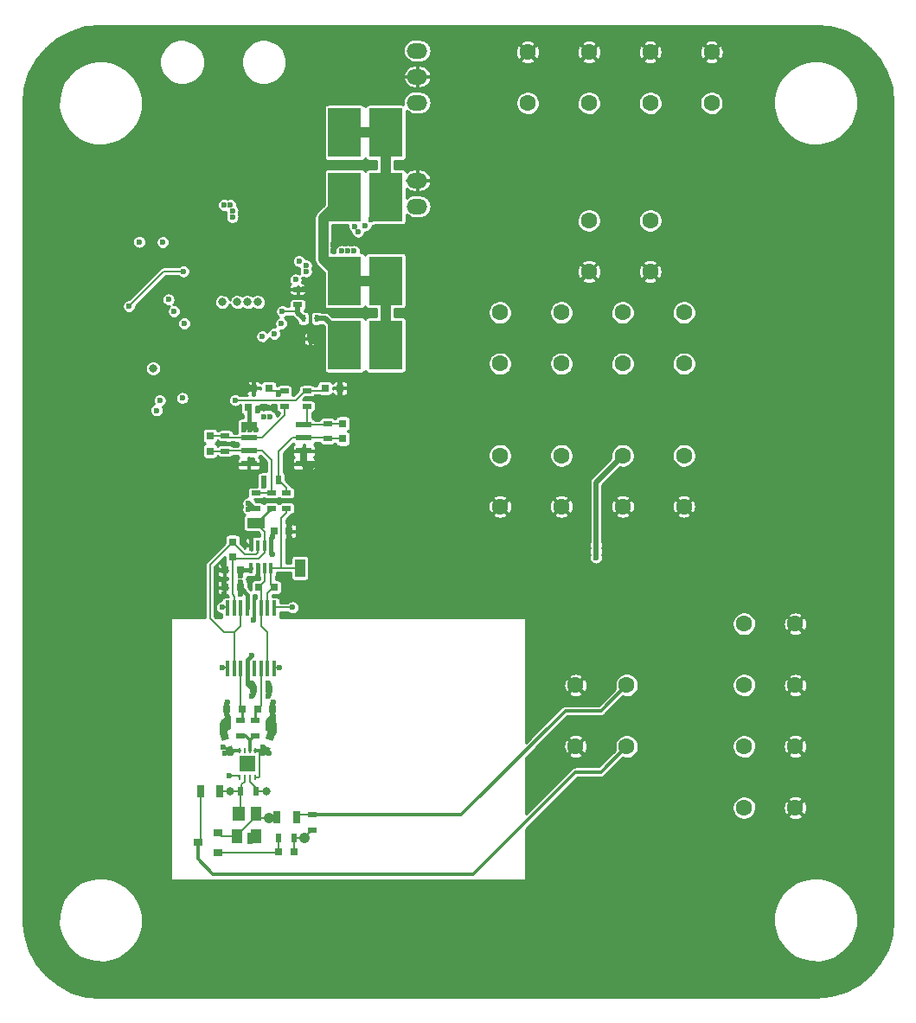
<source format=gbr>
G04 #@! TF.GenerationSoftware,KiCad,Pcbnew,(2017-12-21 revision 7586afd53)-makepkg*
G04 #@! TF.CreationDate,2018-10-14T21:46:11-07:00*
G04 #@! TF.ProjectId,fsorx,66736F72782E6B696361645F70636200,rev?*
G04 #@! TF.SameCoordinates,Original*
G04 #@! TF.FileFunction,Copper,L4,Bot,Signal*
G04 #@! TF.FilePolarity,Positive*
%FSLAX46Y46*%
G04 Gerber Fmt 4.6, Leading zero omitted, Abs format (unit mm)*
G04 Created by KiCad (PCBNEW (2017-12-21 revision 7586afd53)-makepkg) date 10/14/18 21:46:11*
%MOMM*%
%LPD*%
G01*
G04 APERTURE LIST*
%ADD10R,3.300000X4.800000*%
%ADD11R,0.450000X0.700000*%
%ADD12R,0.900000X0.500000*%
%ADD13R,1.000000X1.400000*%
%ADD14R,1.200000X1.400000*%
%ADD15R,1.650000X1.600000*%
%ADD16R,0.280000X0.550000*%
%ADD17C,1.600000*%
%ADD18C,1.050000*%
%ADD19R,0.800000X0.750000*%
%ADD20C,0.750000*%
%ADD21C,0.100000*%
%ADD22R,0.900000X0.800000*%
%ADD23R,0.500000X0.900000*%
%ADD24R,0.700000X1.300000*%
%ADD25R,1.800000X1.000000*%
%ADD26O,2.000000X1.500000*%
%ADD27R,0.750000X0.800000*%
%ADD28R,1.000000X1.800000*%
%ADD29R,1.550000X0.600000*%
%ADD30R,0.450000X1.500000*%
%ADD31C,0.800000*%
%ADD32R,0.400000X1.060000*%
%ADD33C,0.600000*%
%ADD34C,1.000000*%
%ADD35C,0.500000*%
%ADD36C,0.200000*%
%ADD37C,0.300000*%
%ADD38C,0.700000*%
%ADD39C,0.400000*%
%ADD40C,0.250000*%
%ADD41C,0.150000*%
G04 APERTURE END LIST*
D10*
X93900000Y-67200000D03*
X97900000Y-67200000D03*
X97900000Y-60900000D03*
X93900000Y-60900000D03*
D11*
X90500000Y-81100000D03*
X91150000Y-79100000D03*
X89850000Y-79100000D03*
D10*
X93900000Y-75400000D03*
X97900000Y-75400000D03*
X97900000Y-81700000D03*
X93900000Y-81700000D03*
D12*
X89300000Y-76250000D03*
X89300000Y-77750000D03*
D13*
X83367424Y-129831944D03*
X85267424Y-129831944D03*
X85267424Y-127631944D03*
D14*
X83547424Y-127631944D03*
D12*
X85100000Y-118481944D03*
X85100000Y-119981944D03*
X83700000Y-119981944D03*
X83700000Y-118481944D03*
D15*
X84367633Y-122708278D03*
D16*
X85117633Y-121383278D03*
X84617633Y-121383278D03*
X84117633Y-121383278D03*
X83617633Y-121383278D03*
X83617633Y-124033278D03*
X84117633Y-124033278D03*
X84617633Y-124033278D03*
X85117633Y-124033278D03*
D17*
X129812802Y-53018363D03*
X129812802Y-58018363D03*
D18*
X90000000Y-130000000D03*
D19*
X93467424Y-85931944D03*
X91967424Y-85931944D03*
D17*
X111812802Y-53018363D03*
X111812802Y-58018363D03*
X123812802Y-53018363D03*
X123812802Y-58018363D03*
X117812802Y-53018363D03*
X117812802Y-58018363D03*
X123812802Y-69518363D03*
X123812802Y-74518363D03*
X117812802Y-69518363D03*
X117812802Y-74518363D03*
D20*
X86143485Y-121404769D03*
D21*
G36*
X86359062Y-121908904D02*
X85654292Y-121652388D01*
X85927908Y-120900634D01*
X86632678Y-121157150D01*
X86359062Y-121908904D01*
X86359062Y-121908904D01*
G37*
D20*
X86656515Y-119995231D03*
D21*
G36*
X86872092Y-120499366D02*
X86167322Y-120242850D01*
X86440938Y-119491096D01*
X87145708Y-119747612D01*
X86872092Y-120499366D01*
X86872092Y-120499366D01*
G37*
D20*
X82143485Y-119995231D03*
D21*
G36*
X82632678Y-120242850D02*
X81927908Y-120499366D01*
X81654292Y-119747612D01*
X82359062Y-119491096D01*
X82632678Y-120242850D01*
X82632678Y-120242850D01*
G37*
D20*
X82656515Y-121404769D03*
D21*
G36*
X83145708Y-121652388D02*
X82440938Y-121908904D01*
X82167322Y-121157150D01*
X82872092Y-120900634D01*
X83145708Y-121652388D01*
X83145708Y-121652388D01*
G37*
D17*
X127112802Y-83518363D03*
X127112802Y-78518363D03*
X115112802Y-83518363D03*
X115112802Y-78518363D03*
X121112802Y-97518363D03*
X121112802Y-92518363D03*
X109112802Y-92518363D03*
X109112802Y-97518363D03*
X115112802Y-97518363D03*
X115112802Y-92518363D03*
X127112802Y-92518363D03*
X127112802Y-97518363D03*
X121112802Y-78518363D03*
X121112802Y-83518363D03*
X109112802Y-83518363D03*
X109112802Y-78518363D03*
D19*
X88967424Y-131331944D03*
X87467424Y-131331944D03*
D17*
X133000000Y-127000000D03*
X138000000Y-127000000D03*
X133000000Y-109000000D03*
X138000000Y-109000000D03*
X138000000Y-121000000D03*
X133000000Y-121000000D03*
X138000000Y-115000000D03*
X133000000Y-115000000D03*
X121500000Y-121000000D03*
X116500000Y-121000000D03*
X116500000Y-115000000D03*
X121500000Y-115000000D03*
D22*
X81517424Y-129481944D03*
X81517424Y-131381944D03*
X79517424Y-130431944D03*
D12*
X90217424Y-87681944D03*
X90217424Y-86181944D03*
X87994678Y-87681944D03*
X87994678Y-86181944D03*
D23*
X83717424Y-125431944D03*
X85217424Y-125431944D03*
D24*
X89167424Y-127931944D03*
X87267424Y-127931944D03*
X79767424Y-125431944D03*
X81667424Y-125431944D03*
D23*
X87467424Y-129931944D03*
X88967424Y-129931944D03*
D12*
X90717424Y-129181944D03*
X90717424Y-127681944D03*
D25*
X85217424Y-99131944D03*
D26*
X101000000Y-68120000D03*
X101000000Y-65580000D03*
X101000000Y-57960000D03*
X101000000Y-55420000D03*
X101000000Y-52880000D03*
D19*
X86467424Y-85931944D03*
X84967424Y-85931944D03*
X85967424Y-87831944D03*
X84467424Y-87831944D03*
D27*
X93717424Y-89381944D03*
X93717424Y-90881944D03*
X80717424Y-92081944D03*
X80717424Y-90581944D03*
D19*
X88467424Y-99931944D03*
X86967424Y-99931944D03*
X83667424Y-103731944D03*
X82167424Y-103731944D03*
X86967424Y-105431944D03*
X85467424Y-105431944D03*
D27*
X82917424Y-100981944D03*
X82917424Y-102481944D03*
D19*
X85367424Y-117331944D03*
X86867424Y-117331944D03*
X83867424Y-117331944D03*
X82367424Y-117331944D03*
X86467424Y-115431944D03*
X84967424Y-115431944D03*
X82167424Y-105431944D03*
X83667424Y-105431944D03*
D12*
X92217424Y-90881944D03*
X92217424Y-89381944D03*
X82217424Y-90581944D03*
X82217424Y-92081944D03*
X88217424Y-96181944D03*
X88217424Y-97681944D03*
D23*
X85967424Y-94931944D03*
X87467424Y-94931944D03*
D12*
X86717424Y-97681944D03*
X86717424Y-96181944D03*
X85217424Y-96181944D03*
X85217424Y-97681944D03*
D28*
X89517424Y-103531944D03*
D29*
X84517424Y-89526944D03*
X84517424Y-90796944D03*
X84517424Y-92066944D03*
X84517424Y-93336944D03*
X89917424Y-93336944D03*
X89917424Y-92066944D03*
X89917424Y-90796944D03*
X89917424Y-89526944D03*
D30*
X82442424Y-113381944D03*
X83092424Y-113381944D03*
X83742424Y-113381944D03*
X84392424Y-113381944D03*
X85042424Y-113381944D03*
X85692424Y-113381944D03*
X86342424Y-113381944D03*
X86992424Y-113381944D03*
X86992424Y-107481944D03*
X86342424Y-107481944D03*
X85692424Y-107481944D03*
X85042424Y-107481944D03*
X84392424Y-107481944D03*
X83742424Y-107481944D03*
X83092424Y-107481944D03*
X82442424Y-107481944D03*
D31*
X86217424Y-125431944D03*
X82717424Y-125431944D03*
D32*
X86697424Y-101331944D03*
X86047424Y-101331944D03*
X85387424Y-101331944D03*
X84737424Y-101331944D03*
X84737424Y-103531944D03*
X85387424Y-103531944D03*
X86047424Y-103531944D03*
X86697424Y-103531944D03*
D31*
X81900000Y-77500000D03*
X85400000Y-77500000D03*
X84400000Y-77500000D03*
X83400000Y-77500000D03*
X75150000Y-84000000D03*
D18*
X86500000Y-128000000D03*
D33*
X94800000Y-72500000D03*
X94200000Y-72500000D03*
X95200000Y-70600000D03*
X94900000Y-70100000D03*
X95900000Y-70000000D03*
X92900000Y-71300000D03*
X92800000Y-71900000D03*
X92800000Y-72500000D03*
X93600000Y-72500000D03*
X96500000Y-69400000D03*
X97000000Y-68900000D03*
X96600000Y-68500000D03*
X82700000Y-68000000D03*
X82100000Y-68000000D03*
X82900000Y-68600000D03*
X82900000Y-69200000D03*
X90500000Y-80400000D03*
X91000000Y-81400000D03*
X91000000Y-80800000D03*
X87800000Y-78400000D03*
X84600000Y-82050000D03*
X90000000Y-76200000D03*
X85850000Y-80850000D03*
X118500000Y-101300000D03*
X118500000Y-101900000D03*
X82800000Y-121700000D03*
X85900000Y-121100000D03*
X86500000Y-121700000D03*
X85900000Y-121700000D03*
X82600000Y-123900000D03*
X86900000Y-118700000D03*
X86400000Y-119200000D03*
X87000000Y-119400000D03*
X82100000Y-118600000D03*
X82500000Y-119100000D03*
X81900000Y-119300000D03*
X85200000Y-90000000D03*
X84600000Y-90000000D03*
X84000000Y-90000000D03*
X125500000Y-131500000D03*
X125500000Y-130900000D03*
X126300000Y-130000000D03*
X84600000Y-129700000D03*
X84600000Y-130300000D03*
X82400000Y-118000000D03*
X82400000Y-116700000D03*
X86400000Y-114800000D03*
X86400000Y-116100000D03*
X86900000Y-116700000D03*
X86900000Y-118000000D03*
X82000000Y-103100000D03*
X81500000Y-103700000D03*
X82100000Y-106100000D03*
X82100000Y-104800000D03*
X85000000Y-108600000D03*
X85100000Y-106400000D03*
X85400000Y-104400000D03*
X84200000Y-101300000D03*
X84700000Y-100500000D03*
X90100000Y-98100000D03*
X90100000Y-97500000D03*
X88500000Y-100600000D03*
X88500000Y-99300000D03*
X90400000Y-93900000D03*
X91000000Y-93300000D03*
X82400000Y-89840000D03*
X84300000Y-86200000D03*
X84300000Y-85600000D03*
X93400000Y-85300000D03*
X93400000Y-86600000D03*
X85400000Y-88100000D03*
X86600000Y-87900000D03*
X90700000Y-77400000D03*
X91300000Y-75900000D03*
X91300000Y-74600000D03*
X90800000Y-71000000D03*
X84300000Y-67900000D03*
X84400000Y-68500000D03*
X84400000Y-69100000D03*
X83700000Y-67900000D03*
X79150000Y-80650000D03*
X87200000Y-81750000D03*
X88200000Y-81300000D03*
X86000000Y-88700000D03*
X86600000Y-88700000D03*
X78000000Y-86900000D03*
X75800000Y-87100000D03*
X75500000Y-88100000D03*
X76650000Y-77250000D03*
X77200000Y-78400000D03*
X78200000Y-79600000D03*
X87700000Y-79600000D03*
X87000000Y-80600000D03*
X89100000Y-75300000D03*
X89431735Y-73468265D03*
X90100000Y-74500000D03*
X90100000Y-73900000D03*
X91700000Y-87400000D03*
X83000000Y-91400000D03*
X79700000Y-91300000D03*
X82200000Y-87300000D03*
X84920000Y-93000000D03*
X78500000Y-97300000D03*
X78400000Y-96700000D03*
X76900000Y-94800000D03*
X77300000Y-95200000D03*
X70900000Y-87800000D03*
X75800000Y-86000000D03*
X74500000Y-86000000D03*
X70500000Y-78700000D03*
X78900000Y-78400000D03*
X78100000Y-77300000D03*
X80080000Y-76304554D03*
X73800000Y-70400000D03*
X76100000Y-70500000D03*
X121100000Y-62000000D03*
X120500000Y-62000000D03*
X125500000Y-88300000D03*
X125500000Y-87700000D03*
X112000000Y-86500000D03*
X111200000Y-87000000D03*
X125000000Y-88000000D03*
X76100000Y-71625000D03*
X73800000Y-71600000D03*
X86800000Y-102200000D03*
X86800000Y-100500000D03*
X84800000Y-114800000D03*
X84800000Y-116100000D03*
X84800000Y-112100000D03*
X82000000Y-121100000D03*
X82200000Y-121700000D03*
X86000000Y-95500000D03*
X84500000Y-97200000D03*
X84500000Y-97800000D03*
X83700000Y-106100000D03*
X83700000Y-104900000D03*
X83700000Y-104300000D03*
X118500000Y-102500000D03*
X83200000Y-87100000D03*
X88800000Y-107400000D03*
X81900000Y-107400000D03*
X72800000Y-77900000D03*
X78100000Y-74500000D03*
X87500000Y-113300000D03*
X81900000Y-113300000D03*
X87400000Y-86500000D03*
D34*
X91800000Y-73300000D02*
X91800000Y-69300000D01*
X93900000Y-75400000D02*
X91800000Y-73300000D01*
X91800000Y-69300000D02*
X93900000Y-67200000D01*
D35*
X90500000Y-81100000D02*
X90500000Y-80400000D01*
X90700000Y-81100000D02*
X91000000Y-81400000D01*
X90700000Y-81100000D02*
X91000000Y-80800000D01*
X90500000Y-81100000D02*
X90700000Y-81100000D01*
D36*
X87800000Y-78400000D02*
X89150000Y-78400000D01*
X89150000Y-78400000D02*
X89300000Y-78550000D01*
D35*
X89950000Y-76250000D02*
X90000000Y-76200000D01*
X89300000Y-76250000D02*
X89950000Y-76250000D01*
X84600000Y-130300000D02*
X84600000Y-129700000D01*
X84600000Y-130300000D02*
X84799368Y-130300000D01*
X84799368Y-130300000D02*
X85267424Y-129831944D01*
X84600000Y-129700000D02*
X85135480Y-129700000D01*
X85135480Y-129700000D02*
X85267424Y-129831944D01*
D36*
X82600000Y-123900000D02*
X83484355Y-123900000D01*
X83484355Y-123900000D02*
X83617633Y-124033278D01*
D35*
X87000000Y-119400000D02*
X87000000Y-119651746D01*
X87000000Y-119651746D02*
X86656515Y-119995231D01*
X86400000Y-119200000D02*
X86400000Y-118500000D01*
X86400000Y-118500000D02*
X86900000Y-118000000D01*
X86900000Y-118700000D02*
X86900000Y-118000000D01*
X87000000Y-119400000D02*
X87000000Y-118800000D01*
X87000000Y-118800000D02*
X86900000Y-118700000D01*
X86656515Y-118943485D02*
X86900000Y-118700000D01*
X86656515Y-119995231D02*
X86656515Y-118943485D01*
X86656515Y-119456515D02*
X86400000Y-119200000D01*
X86656515Y-119995231D02*
X86656515Y-119456515D01*
X82500000Y-119100000D02*
X82500000Y-118100000D01*
X82500000Y-118100000D02*
X82400000Y-118000000D01*
X81900000Y-119300000D02*
X81900000Y-119751746D01*
X81900000Y-119751746D02*
X82143485Y-119995231D01*
X82143485Y-119995231D02*
X82143485Y-118643485D01*
X82143485Y-118643485D02*
X82100000Y-118600000D01*
X82400000Y-118000000D02*
X82400000Y-118300000D01*
X82400000Y-118300000D02*
X82100000Y-118600000D01*
X81900000Y-119300000D02*
X81900000Y-118800000D01*
X81900000Y-118800000D02*
X82100000Y-118600000D01*
X82500000Y-119000000D02*
X82100000Y-118600000D01*
X82500000Y-119100000D02*
X82500000Y-119000000D01*
X82300000Y-119300000D02*
X82500000Y-119100000D01*
X81900000Y-119300000D02*
X82300000Y-119300000D01*
X84517424Y-89526944D02*
X84726944Y-89526944D01*
X84726944Y-89526944D02*
X85200000Y-90000000D01*
X84517424Y-89526944D02*
X84517424Y-89917424D01*
X84517424Y-89917424D02*
X84600000Y-90000000D01*
X84517424Y-89526944D02*
X84473056Y-89526944D01*
X84473056Y-89526944D02*
X84000000Y-90000000D01*
X82367424Y-117967424D02*
X82400000Y-118000000D01*
X82367424Y-117331944D02*
X82367424Y-117967424D01*
X82367424Y-116732576D02*
X82400000Y-116700000D01*
X82367424Y-117331944D02*
X82367424Y-116732576D01*
X86467424Y-114867424D02*
X86400000Y-114800000D01*
X86467424Y-115431944D02*
X86467424Y-114867424D01*
X86467424Y-116032576D02*
X86400000Y-116100000D01*
X86467424Y-115431944D02*
X86467424Y-116032576D01*
X86867424Y-116732576D02*
X86900000Y-116700000D01*
X86867424Y-117331944D02*
X86867424Y-116732576D01*
X86867424Y-117967424D02*
X86900000Y-118000000D01*
X86867424Y-117331944D02*
X86867424Y-117967424D01*
D37*
X82167424Y-103267424D02*
X82000000Y-103100000D01*
X82167424Y-103731944D02*
X82167424Y-103267424D01*
X81531944Y-103731944D02*
X81500000Y-103700000D01*
X82167424Y-103731944D02*
X81531944Y-103731944D01*
X82167424Y-106032576D02*
X82100000Y-106100000D01*
X82167424Y-105431944D02*
X82167424Y-106032576D01*
X82167424Y-104867424D02*
X82100000Y-104800000D01*
X82167424Y-105431944D02*
X82167424Y-104867424D01*
X85042424Y-108557576D02*
X85000000Y-108600000D01*
X85042424Y-107481944D02*
X85042424Y-108557576D01*
X85042424Y-106457576D02*
X85100000Y-106400000D01*
X85042424Y-107481944D02*
X85042424Y-106457576D01*
X85387424Y-104387424D02*
X85400000Y-104400000D01*
X85387424Y-103531944D02*
X85387424Y-104387424D01*
X84231944Y-101331944D02*
X84200000Y-101300000D01*
X84737424Y-101331944D02*
X84231944Y-101331944D01*
X84737424Y-100537424D02*
X84700000Y-100500000D01*
X84737424Y-101331944D02*
X84737424Y-100537424D01*
D35*
X88467424Y-100567424D02*
X88500000Y-100600000D01*
X88467424Y-99931944D02*
X88467424Y-100567424D01*
X88467424Y-99332576D02*
X88500000Y-99300000D01*
X88467424Y-99931944D02*
X88467424Y-99332576D01*
X91000000Y-93300000D02*
X90400000Y-93900000D01*
X89917424Y-93417424D02*
X90400000Y-93900000D01*
X89917424Y-93336944D02*
X89917424Y-93417424D01*
X90963056Y-93336944D02*
X91000000Y-93300000D01*
X89917424Y-93336944D02*
X90963056Y-93336944D01*
D38*
X89917424Y-92066944D02*
X89917424Y-93336944D01*
D35*
X84517424Y-93336944D02*
X84583056Y-93336944D01*
X84583056Y-93336944D02*
X84920000Y-93000000D01*
X84568056Y-85931944D02*
X84300000Y-86200000D01*
X84967424Y-85931944D02*
X84568056Y-85931944D01*
X84631944Y-85931944D02*
X84300000Y-85600000D01*
X84967424Y-85931944D02*
X84631944Y-85931944D01*
X93467424Y-85367424D02*
X93400000Y-85300000D01*
X93467424Y-85931944D02*
X93467424Y-85367424D01*
X93467424Y-86532576D02*
X93400000Y-86600000D01*
X93467424Y-85931944D02*
X93467424Y-86532576D01*
X85668056Y-87831944D02*
X85400000Y-88100000D01*
X85967424Y-87831944D02*
X85668056Y-87831944D01*
X86531944Y-87831944D02*
X86600000Y-87900000D01*
X85967424Y-87831944D02*
X86531944Y-87831944D01*
D39*
X84517424Y-89526944D02*
X84517424Y-87881944D01*
X84517424Y-87881944D02*
X84467424Y-87831944D01*
D36*
X85457633Y-124033278D02*
X85550000Y-123940911D01*
X85117633Y-124033278D02*
X85457633Y-124033278D01*
X85550000Y-123940911D02*
X85550000Y-121475645D01*
X85457633Y-121383278D02*
X85117633Y-121383278D01*
X85550000Y-121475645D02*
X85457633Y-121383278D01*
D37*
X85117633Y-121383278D02*
X86121994Y-121383278D01*
X86121994Y-121383278D02*
X86143485Y-121404769D01*
D39*
X86697424Y-102097424D02*
X86800000Y-102200000D01*
X86697424Y-101331944D02*
X86697424Y-102097424D01*
X86800000Y-100500000D02*
X86800000Y-100099368D01*
X86800000Y-100099368D02*
X86967424Y-99931944D01*
X86697424Y-100602576D02*
X86800000Y-100500000D01*
X86697424Y-101331944D02*
X86697424Y-100602576D01*
D35*
X84967424Y-114967424D02*
X84800000Y-114800000D01*
X84967424Y-115431944D02*
X84967424Y-114967424D01*
X84967424Y-115932576D02*
X84800000Y-116100000D01*
X84967424Y-115431944D02*
X84967424Y-115932576D01*
D39*
X84392424Y-112507576D02*
X84800000Y-112100000D01*
X84392424Y-113381944D02*
X84392424Y-112507576D01*
X84392424Y-113381944D02*
X84392424Y-114856944D01*
X84392424Y-114856944D02*
X84967424Y-115431944D01*
D37*
X83617633Y-121383278D02*
X82678006Y-121383278D01*
X82678006Y-121383278D02*
X82656515Y-121404769D01*
D35*
X85967424Y-95467424D02*
X86000000Y-95500000D01*
X85967424Y-94931944D02*
X85967424Y-95467424D01*
X84981944Y-97681944D02*
X84500000Y-97200000D01*
X85217424Y-97681944D02*
X84981944Y-97681944D01*
X84618056Y-97681944D02*
X84500000Y-97800000D01*
X85217424Y-97681944D02*
X84618056Y-97681944D01*
X83667424Y-106067424D02*
X83700000Y-106100000D01*
X83667424Y-105431944D02*
X83667424Y-106067424D01*
X83667424Y-104932576D02*
X83700000Y-104900000D01*
X83667424Y-105431944D02*
X83667424Y-104932576D01*
X83667424Y-104267424D02*
X83700000Y-104300000D01*
X83667424Y-103731944D02*
X83667424Y-104267424D01*
D39*
X83667424Y-103731944D02*
X84537424Y-103731944D01*
X84537424Y-103731944D02*
X84737424Y-103531944D01*
X84392424Y-107481944D02*
X84392424Y-106156944D01*
X84392424Y-106156944D02*
X83667424Y-105431944D01*
D36*
X87467424Y-92081944D02*
X88752424Y-90796944D01*
X88752424Y-90796944D02*
X89917424Y-90796944D01*
X87467424Y-94931944D02*
X87467424Y-92081944D01*
X88217424Y-96181944D02*
X88217424Y-95681944D01*
X88217424Y-95681944D02*
X87467424Y-94931944D01*
X92217424Y-90881944D02*
X93717424Y-90881944D01*
X89917424Y-90796944D02*
X92132424Y-90796944D01*
X92132424Y-90796944D02*
X92217424Y-90881944D01*
X87700000Y-103531944D02*
X89517424Y-103531944D01*
X87097424Y-103531944D02*
X87700000Y-103531944D01*
X88217424Y-97681944D02*
X88217424Y-98131944D01*
X88217424Y-98131944D02*
X87700000Y-98649368D01*
X87700000Y-98649368D02*
X87700000Y-103531944D01*
X86697424Y-103531944D02*
X87097424Y-103531944D01*
X88217424Y-97681944D02*
X88417424Y-97681944D01*
X86697424Y-103531944D02*
X86697424Y-105161944D01*
X86697424Y-105161944D02*
X86967424Y-105431944D01*
X86342424Y-107481944D02*
X86342424Y-106031944D01*
X86342424Y-106031944D02*
X86942424Y-105431944D01*
X86942424Y-105431944D02*
X86967424Y-105431944D01*
D35*
X118500000Y-95131165D02*
X118500000Y-102500000D01*
X121112802Y-92518363D02*
X118500000Y-95131165D01*
D37*
X79517424Y-132017424D02*
X81000000Y-133500000D01*
X79517424Y-130431944D02*
X79517424Y-132017424D01*
X81000000Y-133500000D02*
X106500000Y-133500000D01*
X106500000Y-133500000D02*
X116500000Y-123500000D01*
X116500000Y-123500000D02*
X119000000Y-123500000D01*
X119000000Y-123500000D02*
X121500000Y-121000000D01*
D36*
X79767424Y-125431944D02*
X79767424Y-130181944D01*
X79767424Y-130181944D02*
X79517424Y-130431944D01*
D37*
X119000000Y-117500000D02*
X115500000Y-117500000D01*
X121500000Y-115000000D02*
X119000000Y-117500000D01*
X115500000Y-117500000D02*
X105318056Y-127681944D01*
X105318056Y-127681944D02*
X90717424Y-127681944D01*
D36*
X90717424Y-127681944D02*
X89417424Y-127681944D01*
X89417424Y-127681944D02*
X89167424Y-127931944D01*
X89100000Y-87100000D02*
X89100000Y-87099368D01*
X89100000Y-87099368D02*
X90017424Y-86181944D01*
X90017424Y-86181944D02*
X90217424Y-86181944D01*
X83200000Y-87100000D02*
X89100000Y-87100000D01*
X82056944Y-109856944D02*
X80700000Y-108500000D01*
X83092424Y-109856944D02*
X82056944Y-109856944D01*
X80700000Y-108500000D02*
X80700000Y-103224368D01*
X80700000Y-103224368D02*
X82917424Y-101006944D01*
X82917424Y-101006944D02*
X82917424Y-100981944D01*
D40*
X85217424Y-99131944D02*
X85267424Y-99131944D01*
X85267424Y-99131944D02*
X86717424Y-97681944D01*
X85100000Y-118481944D02*
X85100000Y-117599368D01*
X85100000Y-117599368D02*
X85367424Y-117331944D01*
D36*
X88800000Y-107400000D02*
X87074368Y-107400000D01*
X87074368Y-107400000D02*
X86992424Y-107481944D01*
X81900000Y-107400000D02*
X82360480Y-107400000D01*
X82360480Y-107400000D02*
X82442424Y-107481944D01*
X76200000Y-74500000D02*
X72800000Y-77900000D01*
X78100000Y-74500000D02*
X76200000Y-74500000D01*
X87500000Y-113300000D02*
X87074368Y-113300000D01*
X87074368Y-113300000D02*
X86992424Y-113381944D01*
X81900000Y-113300000D02*
X82360480Y-113300000D01*
X82360480Y-113300000D02*
X82442424Y-113381944D01*
D37*
X85053322Y-119981944D02*
X84617633Y-120417633D01*
D41*
X83700000Y-119981944D02*
X83500000Y-119981944D01*
D37*
X84617633Y-120417633D02*
X84181944Y-119981944D01*
X84617633Y-121383278D02*
X84617633Y-120417633D01*
X84181944Y-119981944D02*
X83700000Y-119981944D01*
D36*
X87994678Y-86181944D02*
X87718056Y-86181944D01*
X87718056Y-86181944D02*
X87400000Y-86500000D01*
X85803056Y-90796944D02*
X87994678Y-88605322D01*
X84517424Y-90796944D02*
X85803056Y-90796944D01*
X87994678Y-88605322D02*
X87994678Y-87681944D01*
D40*
X83867424Y-117331944D02*
X83867424Y-118314520D01*
X83867424Y-118314520D02*
X83700000Y-118481944D01*
D36*
X90217424Y-86181944D02*
X91717424Y-86181944D01*
X91717424Y-86181944D02*
X91967424Y-85931944D01*
X90217424Y-87681944D02*
X90217424Y-89226944D01*
X90217424Y-89226944D02*
X89917424Y-89526944D01*
X92217424Y-89381944D02*
X93717424Y-89381944D01*
X89917424Y-89526944D02*
X92072424Y-89526944D01*
X92072424Y-89526944D02*
X92217424Y-89381944D01*
X86047424Y-103531944D02*
X86047424Y-104851944D01*
X86047424Y-104851944D02*
X85467424Y-105431944D01*
X85692424Y-107481944D02*
X85692424Y-105656944D01*
X85692424Y-105656944D02*
X85467424Y-105431944D01*
X86342424Y-109856944D02*
X85692424Y-109206944D01*
X86342424Y-113381944D02*
X86342424Y-109856944D01*
X85692424Y-109206944D02*
X85692424Y-107481944D01*
X85387424Y-102061944D02*
X85217424Y-102231944D01*
X85387424Y-101331944D02*
X85387424Y-102061944D01*
X85217424Y-102231944D02*
X84142424Y-102231944D01*
X84142424Y-102231944D02*
X82917424Y-101006944D01*
X83092424Y-109856944D02*
X83742424Y-109206944D01*
X83092424Y-113381944D02*
X83092424Y-109856944D01*
X83742424Y-109206944D02*
X83742424Y-107481944D01*
X86047424Y-101331944D02*
X86047424Y-99961944D01*
X86047424Y-99961944D02*
X85217424Y-99131944D01*
X83092424Y-106306944D02*
X82917424Y-106131944D01*
X83092424Y-107481944D02*
X83092424Y-106306944D01*
X82917424Y-106131944D02*
X82917424Y-103081944D01*
X82917424Y-103081944D02*
X82917424Y-102481944D01*
X86047424Y-102061944D02*
X85477424Y-102631944D01*
X86047424Y-101331944D02*
X86047424Y-102061944D01*
X85477424Y-102631944D02*
X83217424Y-102631944D01*
X83217424Y-102631944D02*
X83067424Y-102481944D01*
X83067424Y-102481944D02*
X82917424Y-102481944D01*
X85692424Y-113381944D02*
X85692424Y-117006944D01*
X85692424Y-117006944D02*
X85367424Y-117331944D01*
X85317424Y-117381944D02*
X85367424Y-117331944D01*
X89817424Y-129831944D02*
X90067424Y-129831944D01*
X90067424Y-129831944D02*
X90717424Y-129181944D01*
X88967424Y-129931944D02*
X89717424Y-129931944D01*
X89717424Y-129931944D02*
X89817424Y-129831944D01*
X88967424Y-129931944D02*
X88967424Y-131331944D01*
X81517424Y-131381944D02*
X87417424Y-131381944D01*
X87417424Y-131381944D02*
X87467424Y-131331944D01*
X87467424Y-129931944D02*
X87467424Y-131331944D01*
X86317424Y-128031944D02*
X87167424Y-128031944D01*
X87167424Y-128031944D02*
X87267424Y-127931944D01*
X86317424Y-128031944D02*
X85667424Y-128031944D01*
X85667424Y-128031944D02*
X85267424Y-127631944D01*
X83367424Y-129831944D02*
X81867424Y-129831944D01*
X81867424Y-129831944D02*
X81517424Y-129481944D01*
X85267424Y-127631944D02*
X85267424Y-127831944D01*
X85267424Y-127831944D02*
X83367424Y-129731944D01*
X83367424Y-129731944D02*
X83367424Y-129831944D01*
X82717424Y-125431944D02*
X81667424Y-125431944D01*
X83717424Y-125431944D02*
X83717424Y-127461944D01*
X83717424Y-127461944D02*
X83547424Y-127631944D01*
X83717424Y-125431944D02*
X82717424Y-125431944D01*
X84117633Y-124431735D02*
X83817424Y-124731944D01*
X84117633Y-124033278D02*
X84117633Y-124431735D01*
X83817424Y-124731944D02*
X83817424Y-125331944D01*
X83817424Y-125331944D02*
X83717424Y-125431944D01*
X85217424Y-125431944D02*
X86217424Y-125431944D01*
X84617633Y-124432153D02*
X85217424Y-125031944D01*
X84617633Y-124033278D02*
X84617633Y-124432153D01*
X85217424Y-125031944D02*
X85217424Y-125431944D01*
X87994678Y-86181944D02*
X86717424Y-86181944D01*
X86717424Y-86181944D02*
X86467424Y-85931944D01*
X86717424Y-92931944D02*
X85852424Y-92066944D01*
X85852424Y-92066944D02*
X84517424Y-92066944D01*
X86717424Y-96181944D02*
X86717424Y-92931944D01*
X84517424Y-92066944D02*
X82232424Y-92066944D01*
X82232424Y-92066944D02*
X82217424Y-92081944D01*
X80717424Y-92081944D02*
X82217424Y-92081944D01*
X85217424Y-96181944D02*
X86717424Y-96181944D01*
X84517424Y-90796944D02*
X82432424Y-90796944D01*
X82432424Y-90796944D02*
X82217424Y-90581944D01*
X80717424Y-90581944D02*
X82217424Y-90581944D01*
X83742424Y-113381944D02*
X83742424Y-117206944D01*
X83742424Y-117206944D02*
X83867424Y-117331944D01*
X83917424Y-117381944D02*
X83867424Y-117331944D01*
D34*
X97900000Y-75400000D02*
X97900000Y-81700000D01*
X93900000Y-75400000D02*
X97900000Y-75400000D01*
X97900000Y-60900000D02*
X97900000Y-67200000D01*
X93900000Y-60900000D02*
X97900000Y-60900000D01*
D35*
X92000000Y-79100000D02*
X93900000Y-81000000D01*
X91150000Y-79100000D02*
X92000000Y-79100000D01*
X93900000Y-81000000D02*
X93900000Y-81700000D01*
X89300000Y-77750000D02*
X89300000Y-78550000D01*
X89300000Y-78550000D02*
X89850000Y-79100000D01*
D40*
G36*
X141470929Y-50571264D02*
X142885833Y-50998449D01*
X144190816Y-51692321D01*
X145336170Y-52626449D01*
X146278269Y-53765252D01*
X146981236Y-55065363D01*
X147418286Y-56477242D01*
X147574883Y-57967168D01*
X147575000Y-58000625D01*
X147575000Y-137979210D01*
X147428735Y-139470931D01*
X147001551Y-140885833D01*
X146307679Y-142190816D01*
X145373554Y-143336167D01*
X144234748Y-144278269D01*
X142934639Y-144981235D01*
X141522758Y-145418286D01*
X140032831Y-145574883D01*
X139999375Y-145575000D01*
X70020790Y-145575000D01*
X68529069Y-145428735D01*
X67114167Y-145001551D01*
X65809184Y-144307679D01*
X64663833Y-143373554D01*
X63721731Y-142234748D01*
X63018765Y-140934639D01*
X62581714Y-139522758D01*
X62458121Y-138346841D01*
X65869578Y-138346841D01*
X66015610Y-139142506D01*
X66313406Y-139894652D01*
X66751623Y-140574632D01*
X67313570Y-141156545D01*
X67977842Y-141618226D01*
X68719137Y-141942090D01*
X69509220Y-142115801D01*
X70317997Y-142132743D01*
X71114662Y-141992269D01*
X71868869Y-141699732D01*
X72551892Y-141266272D01*
X73137713Y-140708402D01*
X73604021Y-140047369D01*
X73933052Y-139308352D01*
X74112275Y-138519501D01*
X74114685Y-138346841D01*
X135869578Y-138346841D01*
X136015610Y-139142506D01*
X136313406Y-139894652D01*
X136751623Y-140574632D01*
X137313570Y-141156545D01*
X137977842Y-141618226D01*
X138719137Y-141942090D01*
X139509220Y-142115801D01*
X140317997Y-142132743D01*
X141114662Y-141992269D01*
X141868869Y-141699732D01*
X142551892Y-141266272D01*
X143137713Y-140708402D01*
X143604021Y-140047369D01*
X143933052Y-139308352D01*
X144112275Y-138519501D01*
X144125177Y-137595523D01*
X143968050Y-136801975D01*
X143659782Y-136054060D01*
X143212113Y-135380264D01*
X142642096Y-134806254D01*
X141971443Y-134353893D01*
X141225698Y-134040410D01*
X140433266Y-133877748D01*
X139624332Y-133872100D01*
X138829706Y-134023683D01*
X138079657Y-134326722D01*
X137402753Y-134769676D01*
X136824777Y-135335672D01*
X136367745Y-136003151D01*
X136049064Y-136746689D01*
X135880873Y-137537966D01*
X135869578Y-138346841D01*
X74114685Y-138346841D01*
X74125177Y-137595523D01*
X73968050Y-136801975D01*
X73659782Y-136054060D01*
X73212113Y-135380264D01*
X72642096Y-134806254D01*
X71971443Y-134353893D01*
X71225698Y-134040410D01*
X70433266Y-133877748D01*
X69624332Y-133872100D01*
X68829706Y-134023683D01*
X68079657Y-134326722D01*
X67402753Y-134769676D01*
X66824777Y-135335672D01*
X66367745Y-136003151D01*
X66049064Y-136746689D01*
X65880873Y-137537966D01*
X65869578Y-138346841D01*
X62458121Y-138346841D01*
X62425117Y-138032831D01*
X62425000Y-137999375D01*
X62425000Y-108500000D01*
X76875000Y-108500000D01*
X76875000Y-134000000D01*
X76884515Y-134047835D01*
X76911612Y-134088388D01*
X76952165Y-134115485D01*
X77000000Y-134125000D01*
X111500000Y-134125000D01*
X111547835Y-134115485D01*
X111588388Y-134088388D01*
X111615485Y-134047835D01*
X111625000Y-134000000D01*
X111625000Y-129117462D01*
X113643665Y-127098797D01*
X131823456Y-127098797D01*
X131865053Y-127325441D01*
X131949879Y-127539689D01*
X132074705Y-127733380D01*
X132234775Y-127899137D01*
X132423991Y-128030646D01*
X132635148Y-128122898D01*
X132860202Y-128172379D01*
X133090581Y-128177205D01*
X133317510Y-128137192D01*
X133532344Y-128053863D01*
X133726902Y-127930392D01*
X133860550Y-127803121D01*
X137267590Y-127803121D01*
X137347084Y-127983727D01*
X137551546Y-128092203D01*
X137773241Y-128158705D01*
X138003651Y-128180680D01*
X138233919Y-128157281D01*
X138455199Y-128089408D01*
X138652916Y-127983727D01*
X138732410Y-127803121D01*
X138000000Y-127070711D01*
X137267590Y-127803121D01*
X133860550Y-127803121D01*
X133893773Y-127771484D01*
X134026600Y-127583190D01*
X134120324Y-127372682D01*
X134171375Y-127147979D01*
X134173390Y-127003651D01*
X136819320Y-127003651D01*
X136842719Y-127233919D01*
X136910592Y-127455199D01*
X137016273Y-127652916D01*
X137196879Y-127732410D01*
X137929289Y-127000000D01*
X138070711Y-127000000D01*
X138803121Y-127732410D01*
X138983727Y-127652916D01*
X139092203Y-127448454D01*
X139158705Y-127226759D01*
X139180680Y-126996349D01*
X139157281Y-126766081D01*
X139089408Y-126544801D01*
X138983727Y-126347084D01*
X138803121Y-126267590D01*
X138070711Y-127000000D01*
X137929289Y-127000000D01*
X137196879Y-126267590D01*
X137016273Y-126347084D01*
X136907797Y-126551546D01*
X136841295Y-126773241D01*
X136819320Y-127003651D01*
X134173390Y-127003651D01*
X134175050Y-126884785D01*
X134130293Y-126658744D01*
X134042483Y-126445702D01*
X133914965Y-126253772D01*
X133858468Y-126196879D01*
X137267590Y-126196879D01*
X138000000Y-126929289D01*
X138732410Y-126196879D01*
X138652916Y-126016273D01*
X138448454Y-125907797D01*
X138226759Y-125841295D01*
X137996349Y-125819320D01*
X137766081Y-125842719D01*
X137544801Y-125910592D01*
X137347084Y-126016273D01*
X137267590Y-126196879D01*
X133858468Y-126196879D01*
X133752597Y-126090267D01*
X133561562Y-125961412D01*
X133349138Y-125872117D01*
X133123415Y-125825783D01*
X132892991Y-125824174D01*
X132666644Y-125867352D01*
X132452993Y-125953673D01*
X132260178Y-126079847D01*
X132095543Y-126241070D01*
X131965358Y-126431201D01*
X131874582Y-126642996D01*
X131826673Y-126868390D01*
X131823456Y-127098797D01*
X113643665Y-127098797D01*
X116717462Y-124025000D01*
X119000000Y-124025000D01*
X119048205Y-124020273D01*
X119096575Y-124016042D01*
X119099233Y-124015270D01*
X119101973Y-124015001D01*
X119148350Y-124000999D01*
X119194968Y-123987455D01*
X119197417Y-123986186D01*
X119200062Y-123985387D01*
X119242932Y-123962593D01*
X119285935Y-123940302D01*
X119288089Y-123938582D01*
X119290531Y-123937284D01*
X119328150Y-123906602D01*
X119366012Y-123876378D01*
X119369851Y-123872591D01*
X119369933Y-123872525D01*
X119369995Y-123872449D01*
X119371231Y-123871231D01*
X121124302Y-122118160D01*
X121135148Y-122122898D01*
X121360202Y-122172379D01*
X121590581Y-122177205D01*
X121817510Y-122137192D01*
X122032344Y-122053863D01*
X122226902Y-121930392D01*
X122393773Y-121771484D01*
X122526600Y-121583190D01*
X122620324Y-121372682D01*
X122671375Y-121147979D01*
X122672061Y-121098797D01*
X131823456Y-121098797D01*
X131865053Y-121325441D01*
X131949879Y-121539689D01*
X132074705Y-121733380D01*
X132234775Y-121899137D01*
X132423991Y-122030646D01*
X132635148Y-122122898D01*
X132860202Y-122172379D01*
X133090581Y-122177205D01*
X133317510Y-122137192D01*
X133532344Y-122053863D01*
X133726902Y-121930392D01*
X133860550Y-121803121D01*
X137267590Y-121803121D01*
X137347084Y-121983727D01*
X137551546Y-122092203D01*
X137773241Y-122158705D01*
X138003651Y-122180680D01*
X138233919Y-122157281D01*
X138455199Y-122089408D01*
X138652916Y-121983727D01*
X138732410Y-121803121D01*
X138000000Y-121070711D01*
X137267590Y-121803121D01*
X133860550Y-121803121D01*
X133893773Y-121771484D01*
X134026600Y-121583190D01*
X134120324Y-121372682D01*
X134171375Y-121147979D01*
X134173390Y-121003651D01*
X136819320Y-121003651D01*
X136842719Y-121233919D01*
X136910592Y-121455199D01*
X137016273Y-121652916D01*
X137196879Y-121732410D01*
X137929289Y-121000000D01*
X138070711Y-121000000D01*
X138803121Y-121732410D01*
X138983727Y-121652916D01*
X139092203Y-121448454D01*
X139158705Y-121226759D01*
X139180680Y-120996349D01*
X139157281Y-120766081D01*
X139089408Y-120544801D01*
X138983727Y-120347084D01*
X138803121Y-120267590D01*
X138070711Y-121000000D01*
X137929289Y-121000000D01*
X137196879Y-120267590D01*
X137016273Y-120347084D01*
X136907797Y-120551546D01*
X136841295Y-120773241D01*
X136819320Y-121003651D01*
X134173390Y-121003651D01*
X134175050Y-120884785D01*
X134130293Y-120658744D01*
X134042483Y-120445702D01*
X133914965Y-120253772D01*
X133858468Y-120196879D01*
X137267590Y-120196879D01*
X138000000Y-120929289D01*
X138732410Y-120196879D01*
X138652916Y-120016273D01*
X138448454Y-119907797D01*
X138226759Y-119841295D01*
X137996349Y-119819320D01*
X137766081Y-119842719D01*
X137544801Y-119910592D01*
X137347084Y-120016273D01*
X137267590Y-120196879D01*
X133858468Y-120196879D01*
X133752597Y-120090267D01*
X133561562Y-119961412D01*
X133349138Y-119872117D01*
X133123415Y-119825783D01*
X132892991Y-119824174D01*
X132666644Y-119867352D01*
X132452993Y-119953673D01*
X132260178Y-120079847D01*
X132095543Y-120241070D01*
X131965358Y-120431201D01*
X131874582Y-120642996D01*
X131826673Y-120868390D01*
X131823456Y-121098797D01*
X122672061Y-121098797D01*
X122675050Y-120884785D01*
X122630293Y-120658744D01*
X122542483Y-120445702D01*
X122414965Y-120253772D01*
X122252597Y-120090267D01*
X122061562Y-119961412D01*
X121849138Y-119872117D01*
X121623415Y-119825783D01*
X121392991Y-119824174D01*
X121166644Y-119867352D01*
X120952993Y-119953673D01*
X120760178Y-120079847D01*
X120595543Y-120241070D01*
X120465358Y-120431201D01*
X120374582Y-120642996D01*
X120326673Y-120868390D01*
X120323456Y-121098797D01*
X120365053Y-121325441D01*
X120384069Y-121373469D01*
X118782538Y-122975000D01*
X116500000Y-122975000D01*
X116451791Y-122979727D01*
X116403426Y-122983958D01*
X116400768Y-122984730D01*
X116398027Y-122984999D01*
X116351671Y-122998994D01*
X116305033Y-123012544D01*
X116302581Y-123013815D01*
X116299938Y-123014613D01*
X116257085Y-123037398D01*
X116214065Y-123059698D01*
X116211911Y-123061418D01*
X116209469Y-123062716D01*
X116171850Y-123093398D01*
X116133988Y-123123622D01*
X116130149Y-123127409D01*
X116130067Y-123127475D01*
X116130005Y-123127551D01*
X116128769Y-123128769D01*
X111625000Y-127632538D01*
X111625000Y-122117462D01*
X111939341Y-121803121D01*
X115767590Y-121803121D01*
X115847084Y-121983727D01*
X116051546Y-122092203D01*
X116273241Y-122158705D01*
X116503651Y-122180680D01*
X116733919Y-122157281D01*
X116955199Y-122089408D01*
X117152916Y-121983727D01*
X117232410Y-121803121D01*
X116500000Y-121070711D01*
X115767590Y-121803121D01*
X111939341Y-121803121D01*
X112738811Y-121003651D01*
X115319320Y-121003651D01*
X115342719Y-121233919D01*
X115410592Y-121455199D01*
X115516273Y-121652916D01*
X115696879Y-121732410D01*
X116429289Y-121000000D01*
X116570711Y-121000000D01*
X117303121Y-121732410D01*
X117483727Y-121652916D01*
X117592203Y-121448454D01*
X117658705Y-121226759D01*
X117680680Y-120996349D01*
X117657281Y-120766081D01*
X117589408Y-120544801D01*
X117483727Y-120347084D01*
X117303121Y-120267590D01*
X116570711Y-121000000D01*
X116429289Y-121000000D01*
X115696879Y-120267590D01*
X115516273Y-120347084D01*
X115407797Y-120551546D01*
X115341295Y-120773241D01*
X115319320Y-121003651D01*
X112738811Y-121003651D01*
X113545583Y-120196879D01*
X115767590Y-120196879D01*
X116500000Y-120929289D01*
X117232410Y-120196879D01*
X117152916Y-120016273D01*
X116948454Y-119907797D01*
X116726759Y-119841295D01*
X116496349Y-119819320D01*
X116266081Y-119842719D01*
X116044801Y-119910592D01*
X115847084Y-120016273D01*
X115767590Y-120196879D01*
X113545583Y-120196879D01*
X115717462Y-118025000D01*
X119000000Y-118025000D01*
X119048205Y-118020273D01*
X119096575Y-118016042D01*
X119099233Y-118015270D01*
X119101973Y-118015001D01*
X119148350Y-118000999D01*
X119194968Y-117987455D01*
X119197417Y-117986186D01*
X119200062Y-117985387D01*
X119242932Y-117962593D01*
X119285935Y-117940302D01*
X119288089Y-117938582D01*
X119290531Y-117937284D01*
X119328150Y-117906602D01*
X119366012Y-117876378D01*
X119369851Y-117872591D01*
X119369933Y-117872525D01*
X119369995Y-117872449D01*
X119371231Y-117871231D01*
X121124302Y-116118160D01*
X121135148Y-116122898D01*
X121360202Y-116172379D01*
X121590581Y-116177205D01*
X121817510Y-116137192D01*
X122032344Y-116053863D01*
X122226902Y-115930392D01*
X122393773Y-115771484D01*
X122526600Y-115583190D01*
X122620324Y-115372682D01*
X122671375Y-115147979D01*
X122672061Y-115098797D01*
X131823456Y-115098797D01*
X131865053Y-115325441D01*
X131949879Y-115539689D01*
X132074705Y-115733380D01*
X132234775Y-115899137D01*
X132423991Y-116030646D01*
X132635148Y-116122898D01*
X132860202Y-116172379D01*
X133090581Y-116177205D01*
X133317510Y-116137192D01*
X133532344Y-116053863D01*
X133726902Y-115930392D01*
X133860550Y-115803121D01*
X137267590Y-115803121D01*
X137347084Y-115983727D01*
X137551546Y-116092203D01*
X137773241Y-116158705D01*
X138003651Y-116180680D01*
X138233919Y-116157281D01*
X138455199Y-116089408D01*
X138652916Y-115983727D01*
X138732410Y-115803121D01*
X138000000Y-115070711D01*
X137267590Y-115803121D01*
X133860550Y-115803121D01*
X133893773Y-115771484D01*
X134026600Y-115583190D01*
X134120324Y-115372682D01*
X134171375Y-115147979D01*
X134173390Y-115003651D01*
X136819320Y-115003651D01*
X136842719Y-115233919D01*
X136910592Y-115455199D01*
X137016273Y-115652916D01*
X137196879Y-115732410D01*
X137929289Y-115000000D01*
X138070711Y-115000000D01*
X138803121Y-115732410D01*
X138983727Y-115652916D01*
X139092203Y-115448454D01*
X139158705Y-115226759D01*
X139180680Y-114996349D01*
X139157281Y-114766081D01*
X139089408Y-114544801D01*
X138983727Y-114347084D01*
X138803121Y-114267590D01*
X138070711Y-115000000D01*
X137929289Y-115000000D01*
X137196879Y-114267590D01*
X137016273Y-114347084D01*
X136907797Y-114551546D01*
X136841295Y-114773241D01*
X136819320Y-115003651D01*
X134173390Y-115003651D01*
X134175050Y-114884785D01*
X134130293Y-114658744D01*
X134042483Y-114445702D01*
X133914965Y-114253772D01*
X133858468Y-114196879D01*
X137267590Y-114196879D01*
X138000000Y-114929289D01*
X138732410Y-114196879D01*
X138652916Y-114016273D01*
X138448454Y-113907797D01*
X138226759Y-113841295D01*
X137996349Y-113819320D01*
X137766081Y-113842719D01*
X137544801Y-113910592D01*
X137347084Y-114016273D01*
X137267590Y-114196879D01*
X133858468Y-114196879D01*
X133752597Y-114090267D01*
X133561562Y-113961412D01*
X133349138Y-113872117D01*
X133123415Y-113825783D01*
X132892991Y-113824174D01*
X132666644Y-113867352D01*
X132452993Y-113953673D01*
X132260178Y-114079847D01*
X132095543Y-114241070D01*
X131965358Y-114431201D01*
X131874582Y-114642996D01*
X131826673Y-114868390D01*
X131823456Y-115098797D01*
X122672061Y-115098797D01*
X122675050Y-114884785D01*
X122630293Y-114658744D01*
X122542483Y-114445702D01*
X122414965Y-114253772D01*
X122252597Y-114090267D01*
X122061562Y-113961412D01*
X121849138Y-113872117D01*
X121623415Y-113825783D01*
X121392991Y-113824174D01*
X121166644Y-113867352D01*
X120952993Y-113953673D01*
X120760178Y-114079847D01*
X120595543Y-114241070D01*
X120465358Y-114431201D01*
X120374582Y-114642996D01*
X120326673Y-114868390D01*
X120323456Y-115098797D01*
X120365053Y-115325441D01*
X120384069Y-115373469D01*
X118782538Y-116975000D01*
X115500000Y-116975000D01*
X115451745Y-116979732D01*
X115403425Y-116983959D01*
X115400772Y-116984730D01*
X115398027Y-116984999D01*
X115351609Y-116999013D01*
X115305032Y-117012545D01*
X115302583Y-117013814D01*
X115299938Y-117014613D01*
X115257068Y-117037407D01*
X115214065Y-117059698D01*
X115211911Y-117061418D01*
X115209469Y-117062716D01*
X115171850Y-117093398D01*
X115133988Y-117123622D01*
X115130149Y-117127409D01*
X115130067Y-117127475D01*
X115130005Y-117127551D01*
X115128769Y-117128769D01*
X111625000Y-120632538D01*
X111625000Y-115803121D01*
X115767590Y-115803121D01*
X115847084Y-115983727D01*
X116051546Y-116092203D01*
X116273241Y-116158705D01*
X116503651Y-116180680D01*
X116733919Y-116157281D01*
X116955199Y-116089408D01*
X117152916Y-115983727D01*
X117232410Y-115803121D01*
X116500000Y-115070711D01*
X115767590Y-115803121D01*
X111625000Y-115803121D01*
X111625000Y-115003651D01*
X115319320Y-115003651D01*
X115342719Y-115233919D01*
X115410592Y-115455199D01*
X115516273Y-115652916D01*
X115696879Y-115732410D01*
X116429289Y-115000000D01*
X116570711Y-115000000D01*
X117303121Y-115732410D01*
X117483727Y-115652916D01*
X117592203Y-115448454D01*
X117658705Y-115226759D01*
X117680680Y-114996349D01*
X117657281Y-114766081D01*
X117589408Y-114544801D01*
X117483727Y-114347084D01*
X117303121Y-114267590D01*
X116570711Y-115000000D01*
X116429289Y-115000000D01*
X115696879Y-114267590D01*
X115516273Y-114347084D01*
X115407797Y-114551546D01*
X115341295Y-114773241D01*
X115319320Y-115003651D01*
X111625000Y-115003651D01*
X111625000Y-114196879D01*
X115767590Y-114196879D01*
X116500000Y-114929289D01*
X117232410Y-114196879D01*
X117152916Y-114016273D01*
X116948454Y-113907797D01*
X116726759Y-113841295D01*
X116496349Y-113819320D01*
X116266081Y-113842719D01*
X116044801Y-113910592D01*
X115847084Y-114016273D01*
X115767590Y-114196879D01*
X111625000Y-114196879D01*
X111625000Y-109098797D01*
X131823456Y-109098797D01*
X131865053Y-109325441D01*
X131949879Y-109539689D01*
X132074705Y-109733380D01*
X132234775Y-109899137D01*
X132423991Y-110030646D01*
X132635148Y-110122898D01*
X132860202Y-110172379D01*
X133090581Y-110177205D01*
X133317510Y-110137192D01*
X133532344Y-110053863D01*
X133726902Y-109930392D01*
X133860550Y-109803121D01*
X137267590Y-109803121D01*
X137347084Y-109983727D01*
X137551546Y-110092203D01*
X137773241Y-110158705D01*
X138003651Y-110180680D01*
X138233919Y-110157281D01*
X138455199Y-110089408D01*
X138652916Y-109983727D01*
X138732410Y-109803121D01*
X138000000Y-109070711D01*
X137267590Y-109803121D01*
X133860550Y-109803121D01*
X133893773Y-109771484D01*
X134026600Y-109583190D01*
X134120324Y-109372682D01*
X134171375Y-109147979D01*
X134173390Y-109003651D01*
X136819320Y-109003651D01*
X136842719Y-109233919D01*
X136910592Y-109455199D01*
X137016273Y-109652916D01*
X137196879Y-109732410D01*
X137929289Y-109000000D01*
X138070711Y-109000000D01*
X138803121Y-109732410D01*
X138983727Y-109652916D01*
X139092203Y-109448454D01*
X139158705Y-109226759D01*
X139180680Y-108996349D01*
X139157281Y-108766081D01*
X139089408Y-108544801D01*
X138983727Y-108347084D01*
X138803121Y-108267590D01*
X138070711Y-109000000D01*
X137929289Y-109000000D01*
X137196879Y-108267590D01*
X137016273Y-108347084D01*
X136907797Y-108551546D01*
X136841295Y-108773241D01*
X136819320Y-109003651D01*
X134173390Y-109003651D01*
X134175050Y-108884785D01*
X134130293Y-108658744D01*
X134042483Y-108445702D01*
X133914965Y-108253772D01*
X133858468Y-108196879D01*
X137267590Y-108196879D01*
X138000000Y-108929289D01*
X138732410Y-108196879D01*
X138652916Y-108016273D01*
X138448454Y-107907797D01*
X138226759Y-107841295D01*
X137996349Y-107819320D01*
X137766081Y-107842719D01*
X137544801Y-107910592D01*
X137347084Y-108016273D01*
X137267590Y-108196879D01*
X133858468Y-108196879D01*
X133752597Y-108090267D01*
X133561562Y-107961412D01*
X133349138Y-107872117D01*
X133123415Y-107825783D01*
X132892991Y-107824174D01*
X132666644Y-107867352D01*
X132452993Y-107953673D01*
X132260178Y-108079847D01*
X132095543Y-108241070D01*
X131965358Y-108431201D01*
X131874582Y-108642996D01*
X131826673Y-108868390D01*
X131823456Y-109098797D01*
X111625000Y-109098797D01*
X111625000Y-108500000D01*
X111615485Y-108452165D01*
X111588388Y-108411612D01*
X111547835Y-108384515D01*
X111500000Y-108375000D01*
X87565902Y-108375000D01*
X87586998Y-108305457D01*
X87594238Y-108231944D01*
X87594238Y-107875000D01*
X88320301Y-107875000D01*
X88360402Y-107916526D01*
X88469101Y-107992073D01*
X88590404Y-108045069D01*
X88719691Y-108073495D01*
X88852036Y-108076267D01*
X88982399Y-108053280D01*
X89105815Y-108005411D01*
X89217582Y-107934481D01*
X89313444Y-107843193D01*
X89389749Y-107735024D01*
X89443590Y-107614094D01*
X89472918Y-107485009D01*
X89475029Y-107333813D01*
X89449317Y-107203960D01*
X89398873Y-107081573D01*
X89325618Y-106971316D01*
X89232343Y-106877387D01*
X89122600Y-106803364D01*
X89000569Y-106752067D01*
X88870898Y-106725450D01*
X88738527Y-106724525D01*
X88608497Y-106749330D01*
X88485762Y-106798918D01*
X88374996Y-106871402D01*
X88320263Y-106925000D01*
X87594238Y-106925000D01*
X87594238Y-106731944D01*
X87586998Y-106658431D01*
X87565555Y-106587744D01*
X87530733Y-106522597D01*
X87483872Y-106465496D01*
X87426771Y-106418635D01*
X87361624Y-106383813D01*
X87290937Y-106362370D01*
X87217424Y-106355130D01*
X86817424Y-106355130D01*
X86817424Y-106228696D01*
X86862362Y-106183758D01*
X87367424Y-106183758D01*
X87440937Y-106176518D01*
X87511624Y-106155075D01*
X87576771Y-106120253D01*
X87633872Y-106073392D01*
X87680733Y-106016291D01*
X87715555Y-105951144D01*
X87736998Y-105880457D01*
X87744238Y-105806944D01*
X87744238Y-105056944D01*
X87736998Y-104983431D01*
X87715555Y-104912744D01*
X87680733Y-104847597D01*
X87633872Y-104790496D01*
X87576771Y-104743635D01*
X87511624Y-104708813D01*
X87440937Y-104687370D01*
X87367424Y-104680130D01*
X87172424Y-104680130D01*
X87172424Y-104317971D01*
X87210733Y-104271291D01*
X87245555Y-104206144D01*
X87266998Y-104135457D01*
X87274238Y-104061944D01*
X87274238Y-104006944D01*
X88640610Y-104006944D01*
X88640610Y-104431944D01*
X88647850Y-104505457D01*
X88669293Y-104576144D01*
X88704115Y-104641291D01*
X88750976Y-104698392D01*
X88808077Y-104745253D01*
X88873224Y-104780075D01*
X88943911Y-104801518D01*
X89017424Y-104808758D01*
X90017424Y-104808758D01*
X90090937Y-104801518D01*
X90161624Y-104780075D01*
X90226771Y-104745253D01*
X90283872Y-104698392D01*
X90330733Y-104641291D01*
X90365555Y-104576144D01*
X90386998Y-104505457D01*
X90394238Y-104431944D01*
X90394238Y-102631944D01*
X90386998Y-102558431D01*
X90365555Y-102487744D01*
X90330733Y-102422597D01*
X90283872Y-102365496D01*
X90226771Y-102318635D01*
X90161624Y-102283813D01*
X90090937Y-102262370D01*
X90017424Y-102255130D01*
X89017424Y-102255130D01*
X88943911Y-102262370D01*
X88873224Y-102283813D01*
X88808077Y-102318635D01*
X88750976Y-102365496D01*
X88704115Y-102422597D01*
X88669293Y-102487744D01*
X88647850Y-102558431D01*
X88640610Y-102631944D01*
X88640610Y-103056944D01*
X88175000Y-103056944D01*
X88175000Y-101356756D01*
X117824113Y-101356756D01*
X117848009Y-101486955D01*
X117875000Y-101555127D01*
X117875000Y-101644710D01*
X117853483Y-101694913D01*
X117825961Y-101824394D01*
X117824113Y-101956756D01*
X117848009Y-102086955D01*
X117875000Y-102155127D01*
X117875000Y-102244710D01*
X117853483Y-102294913D01*
X117825961Y-102424394D01*
X117824113Y-102556756D01*
X117848009Y-102686955D01*
X117896739Y-102810034D01*
X117968447Y-102921303D01*
X118060402Y-103016526D01*
X118169101Y-103092073D01*
X118290404Y-103145069D01*
X118419691Y-103173495D01*
X118552036Y-103176267D01*
X118682399Y-103153280D01*
X118805815Y-103105411D01*
X118917582Y-103034481D01*
X119013444Y-102943193D01*
X119089749Y-102835024D01*
X119143590Y-102714094D01*
X119172918Y-102585009D01*
X119175029Y-102433813D01*
X119149317Y-102303960D01*
X119125000Y-102244962D01*
X119125000Y-102155848D01*
X119143590Y-102114094D01*
X119172918Y-101985009D01*
X119175029Y-101833813D01*
X119149317Y-101703960D01*
X119125000Y-101644962D01*
X119125000Y-101555848D01*
X119143590Y-101514094D01*
X119172918Y-101385009D01*
X119175029Y-101233813D01*
X119149317Y-101103960D01*
X119125000Y-101044962D01*
X119125000Y-98321484D01*
X120380392Y-98321484D01*
X120459886Y-98502090D01*
X120664348Y-98610566D01*
X120886043Y-98677068D01*
X121116453Y-98699043D01*
X121346721Y-98675644D01*
X121568001Y-98607771D01*
X121765718Y-98502090D01*
X121845212Y-98321484D01*
X126380392Y-98321484D01*
X126459886Y-98502090D01*
X126664348Y-98610566D01*
X126886043Y-98677068D01*
X127116453Y-98699043D01*
X127346721Y-98675644D01*
X127568001Y-98607771D01*
X127765718Y-98502090D01*
X127845212Y-98321484D01*
X127112802Y-97589074D01*
X126380392Y-98321484D01*
X121845212Y-98321484D01*
X121112802Y-97589074D01*
X120380392Y-98321484D01*
X119125000Y-98321484D01*
X119125000Y-97522014D01*
X119932122Y-97522014D01*
X119955521Y-97752282D01*
X120023394Y-97973562D01*
X120129075Y-98171279D01*
X120309681Y-98250773D01*
X121042091Y-97518363D01*
X121183513Y-97518363D01*
X121915923Y-98250773D01*
X122096529Y-98171279D01*
X122205005Y-97966817D01*
X122271507Y-97745122D01*
X122292785Y-97522014D01*
X125932122Y-97522014D01*
X125955521Y-97752282D01*
X126023394Y-97973562D01*
X126129075Y-98171279D01*
X126309681Y-98250773D01*
X127042091Y-97518363D01*
X127183513Y-97518363D01*
X127915923Y-98250773D01*
X128096529Y-98171279D01*
X128205005Y-97966817D01*
X128271507Y-97745122D01*
X128293482Y-97514712D01*
X128270083Y-97284444D01*
X128202210Y-97063164D01*
X128096529Y-96865447D01*
X127915923Y-96785953D01*
X127183513Y-97518363D01*
X127042091Y-97518363D01*
X126309681Y-96785953D01*
X126129075Y-96865447D01*
X126020599Y-97069909D01*
X125954097Y-97291604D01*
X125932122Y-97522014D01*
X122292785Y-97522014D01*
X122293482Y-97514712D01*
X122270083Y-97284444D01*
X122202210Y-97063164D01*
X122096529Y-96865447D01*
X121915923Y-96785953D01*
X121183513Y-97518363D01*
X121042091Y-97518363D01*
X120309681Y-96785953D01*
X120129075Y-96865447D01*
X120020599Y-97069909D01*
X119954097Y-97291604D01*
X119932122Y-97522014D01*
X119125000Y-97522014D01*
X119125000Y-96715242D01*
X120380392Y-96715242D01*
X121112802Y-97447652D01*
X121845212Y-96715242D01*
X126380392Y-96715242D01*
X127112802Y-97447652D01*
X127845212Y-96715242D01*
X127765718Y-96534636D01*
X127561256Y-96426160D01*
X127339561Y-96359658D01*
X127109151Y-96337683D01*
X126878883Y-96361082D01*
X126657603Y-96428955D01*
X126459886Y-96534636D01*
X126380392Y-96715242D01*
X121845212Y-96715242D01*
X121765718Y-96534636D01*
X121561256Y-96426160D01*
X121339561Y-96359658D01*
X121109151Y-96337683D01*
X120878883Y-96361082D01*
X120657603Y-96428955D01*
X120459886Y-96534636D01*
X120380392Y-96715242D01*
X119125000Y-96715242D01*
X119125000Y-95390049D01*
X120851108Y-93663941D01*
X120973004Y-93690742D01*
X121203383Y-93695568D01*
X121430312Y-93655555D01*
X121645146Y-93572226D01*
X121839704Y-93448755D01*
X122006575Y-93289847D01*
X122139402Y-93101553D01*
X122233126Y-92891045D01*
X122284177Y-92666342D01*
X122284863Y-92617160D01*
X125936258Y-92617160D01*
X125977855Y-92843804D01*
X126062681Y-93058052D01*
X126187507Y-93251743D01*
X126347577Y-93417500D01*
X126536793Y-93549009D01*
X126747950Y-93641261D01*
X126973004Y-93690742D01*
X127203383Y-93695568D01*
X127430312Y-93655555D01*
X127645146Y-93572226D01*
X127839704Y-93448755D01*
X128006575Y-93289847D01*
X128139402Y-93101553D01*
X128233126Y-92891045D01*
X128284177Y-92666342D01*
X128287852Y-92403148D01*
X128243095Y-92177107D01*
X128155285Y-91964065D01*
X128027767Y-91772135D01*
X127865399Y-91608630D01*
X127674364Y-91479775D01*
X127461940Y-91390480D01*
X127236217Y-91344146D01*
X127005793Y-91342537D01*
X126779446Y-91385715D01*
X126565795Y-91472036D01*
X126372980Y-91598210D01*
X126208345Y-91759433D01*
X126078160Y-91949564D01*
X125987384Y-92161359D01*
X125939475Y-92386753D01*
X125936258Y-92617160D01*
X122284863Y-92617160D01*
X122287852Y-92403148D01*
X122243095Y-92177107D01*
X122155285Y-91964065D01*
X122027767Y-91772135D01*
X121865399Y-91608630D01*
X121674364Y-91479775D01*
X121461940Y-91390480D01*
X121236217Y-91344146D01*
X121005793Y-91342537D01*
X120779446Y-91385715D01*
X120565795Y-91472036D01*
X120372980Y-91598210D01*
X120208345Y-91759433D01*
X120078160Y-91949564D01*
X119987384Y-92161359D01*
X119939475Y-92386753D01*
X119936258Y-92617160D01*
X119966321Y-92780960D01*
X118058058Y-94689223D01*
X118021399Y-94733853D01*
X117984304Y-94778061D01*
X117982721Y-94780940D01*
X117980635Y-94783480D01*
X117953379Y-94834312D01*
X117925540Y-94884951D01*
X117924544Y-94888089D01*
X117922994Y-94890981D01*
X117906119Y-94946175D01*
X117888658Y-95001220D01*
X117888292Y-95004482D01*
X117887330Y-95007629D01*
X117881492Y-95065102D01*
X117875061Y-95122439D01*
X117875016Y-95128864D01*
X117875004Y-95128983D01*
X117875014Y-95129094D01*
X117875000Y-95131165D01*
X117875000Y-101044710D01*
X117853483Y-101094913D01*
X117825961Y-101224394D01*
X117824113Y-101356756D01*
X88175000Y-101356756D01*
X88175000Y-100681944D01*
X88323674Y-100681944D01*
X88417424Y-100588194D01*
X88417424Y-99981944D01*
X88517424Y-99981944D01*
X88517424Y-100588194D01*
X88611174Y-100681944D01*
X88904358Y-100681944D01*
X88976807Y-100667533D01*
X89045053Y-100639265D01*
X89106472Y-100598226D01*
X89158705Y-100545993D01*
X89199745Y-100484573D01*
X89228013Y-100416328D01*
X89242424Y-100343879D01*
X89242424Y-100075694D01*
X89148674Y-99981944D01*
X88517424Y-99981944D01*
X88417424Y-99981944D01*
X88175000Y-99981944D01*
X88175000Y-99881944D01*
X88417424Y-99881944D01*
X88417424Y-99275694D01*
X88517424Y-99275694D01*
X88517424Y-99881944D01*
X89148674Y-99881944D01*
X89242424Y-99788194D01*
X89242424Y-99520009D01*
X89228013Y-99447560D01*
X89199745Y-99379315D01*
X89158705Y-99317895D01*
X89106472Y-99265662D01*
X89045053Y-99224623D01*
X88976807Y-99196355D01*
X88904358Y-99181944D01*
X88611174Y-99181944D01*
X88517424Y-99275694D01*
X88417424Y-99275694D01*
X88323674Y-99181944D01*
X88175000Y-99181944D01*
X88175000Y-98846120D01*
X88553300Y-98467820D01*
X88581179Y-98433880D01*
X88609353Y-98400303D01*
X88610554Y-98398118D01*
X88612142Y-98396185D01*
X88632883Y-98357501D01*
X88652683Y-98321484D01*
X108380392Y-98321484D01*
X108459886Y-98502090D01*
X108664348Y-98610566D01*
X108886043Y-98677068D01*
X109116453Y-98699043D01*
X109346721Y-98675644D01*
X109568001Y-98607771D01*
X109765718Y-98502090D01*
X109845212Y-98321484D01*
X114380392Y-98321484D01*
X114459886Y-98502090D01*
X114664348Y-98610566D01*
X114886043Y-98677068D01*
X115116453Y-98699043D01*
X115346721Y-98675644D01*
X115568001Y-98607771D01*
X115765718Y-98502090D01*
X115845212Y-98321484D01*
X115112802Y-97589074D01*
X114380392Y-98321484D01*
X109845212Y-98321484D01*
X109112802Y-97589074D01*
X108380392Y-98321484D01*
X88652683Y-98321484D01*
X88654013Y-98319066D01*
X88654769Y-98316683D01*
X88655948Y-98314484D01*
X88657699Y-98308758D01*
X88667424Y-98308758D01*
X88740937Y-98301518D01*
X88811624Y-98280075D01*
X88876771Y-98245253D01*
X88933872Y-98198392D01*
X88980733Y-98141291D01*
X89015555Y-98076144D01*
X89036998Y-98005457D01*
X89044238Y-97931944D01*
X89044238Y-97522014D01*
X107932122Y-97522014D01*
X107955521Y-97752282D01*
X108023394Y-97973562D01*
X108129075Y-98171279D01*
X108309681Y-98250773D01*
X109042091Y-97518363D01*
X109183513Y-97518363D01*
X109915923Y-98250773D01*
X110096529Y-98171279D01*
X110205005Y-97966817D01*
X110271507Y-97745122D01*
X110292785Y-97522014D01*
X113932122Y-97522014D01*
X113955521Y-97752282D01*
X114023394Y-97973562D01*
X114129075Y-98171279D01*
X114309681Y-98250773D01*
X115042091Y-97518363D01*
X115183513Y-97518363D01*
X115915923Y-98250773D01*
X116096529Y-98171279D01*
X116205005Y-97966817D01*
X116271507Y-97745122D01*
X116293482Y-97514712D01*
X116270083Y-97284444D01*
X116202210Y-97063164D01*
X116096529Y-96865447D01*
X115915923Y-96785953D01*
X115183513Y-97518363D01*
X115042091Y-97518363D01*
X114309681Y-96785953D01*
X114129075Y-96865447D01*
X114020599Y-97069909D01*
X113954097Y-97291604D01*
X113932122Y-97522014D01*
X110292785Y-97522014D01*
X110293482Y-97514712D01*
X110270083Y-97284444D01*
X110202210Y-97063164D01*
X110096529Y-96865447D01*
X109915923Y-96785953D01*
X109183513Y-97518363D01*
X109042091Y-97518363D01*
X108309681Y-96785953D01*
X108129075Y-96865447D01*
X108020599Y-97069909D01*
X107954097Y-97291604D01*
X107932122Y-97522014D01*
X89044238Y-97522014D01*
X89044238Y-97431944D01*
X89036998Y-97358431D01*
X89015555Y-97287744D01*
X88980733Y-97222597D01*
X88933872Y-97165496D01*
X88876771Y-97118635D01*
X88811624Y-97083813D01*
X88740937Y-97062370D01*
X88667424Y-97055130D01*
X87767424Y-97055130D01*
X87693911Y-97062370D01*
X87623224Y-97083813D01*
X87558077Y-97118635D01*
X87500976Y-97165496D01*
X87467424Y-97206380D01*
X87433872Y-97165496D01*
X87376771Y-97118635D01*
X87311624Y-97083813D01*
X87240937Y-97062370D01*
X87167424Y-97055130D01*
X86267424Y-97055130D01*
X86193911Y-97062370D01*
X86123224Y-97083813D01*
X86058077Y-97118635D01*
X86000976Y-97165496D01*
X85967424Y-97206380D01*
X85933872Y-97165496D01*
X85876771Y-97118635D01*
X85811624Y-97083813D01*
X85740937Y-97062370D01*
X85667424Y-97055130D01*
X85239014Y-97055130D01*
X85122303Y-96938419D01*
X85098873Y-96881573D01*
X85050495Y-96808758D01*
X85667424Y-96808758D01*
X85740937Y-96801518D01*
X85811624Y-96780075D01*
X85876771Y-96745253D01*
X85933872Y-96698392D01*
X85967424Y-96657508D01*
X86000976Y-96698392D01*
X86058077Y-96745253D01*
X86123224Y-96780075D01*
X86193911Y-96801518D01*
X86267424Y-96808758D01*
X87167424Y-96808758D01*
X87240937Y-96801518D01*
X87311624Y-96780075D01*
X87376771Y-96745253D01*
X87433872Y-96698392D01*
X87467424Y-96657508D01*
X87500976Y-96698392D01*
X87558077Y-96745253D01*
X87623224Y-96780075D01*
X87693911Y-96801518D01*
X87767424Y-96808758D01*
X88667424Y-96808758D01*
X88740937Y-96801518D01*
X88811624Y-96780075D01*
X88876771Y-96745253D01*
X88913339Y-96715242D01*
X108380392Y-96715242D01*
X109112802Y-97447652D01*
X109845212Y-96715242D01*
X114380392Y-96715242D01*
X115112802Y-97447652D01*
X115845212Y-96715242D01*
X115765718Y-96534636D01*
X115561256Y-96426160D01*
X115339561Y-96359658D01*
X115109151Y-96337683D01*
X114878883Y-96361082D01*
X114657603Y-96428955D01*
X114459886Y-96534636D01*
X114380392Y-96715242D01*
X109845212Y-96715242D01*
X109765718Y-96534636D01*
X109561256Y-96426160D01*
X109339561Y-96359658D01*
X109109151Y-96337683D01*
X108878883Y-96361082D01*
X108657603Y-96428955D01*
X108459886Y-96534636D01*
X108380392Y-96715242D01*
X88913339Y-96715242D01*
X88933872Y-96698392D01*
X88980733Y-96641291D01*
X89015555Y-96576144D01*
X89036998Y-96505457D01*
X89044238Y-96431944D01*
X89044238Y-95931944D01*
X89036998Y-95858431D01*
X89015555Y-95787744D01*
X88980733Y-95722597D01*
X88933872Y-95665496D01*
X88876771Y-95618635D01*
X88811624Y-95583813D01*
X88740937Y-95562370D01*
X88673115Y-95555690D01*
X88670686Y-95547647D01*
X88658454Y-95505544D01*
X88657305Y-95503327D01*
X88656583Y-95500936D01*
X88635971Y-95462170D01*
X88615792Y-95423240D01*
X88614236Y-95421290D01*
X88613062Y-95419083D01*
X88585346Y-95385100D01*
X88557957Y-95350790D01*
X88554523Y-95347308D01*
X88554470Y-95347243D01*
X88554409Y-95347193D01*
X88553300Y-95346068D01*
X88094238Y-94887006D01*
X88094238Y-94481944D01*
X88086998Y-94408431D01*
X88065555Y-94337744D01*
X88030733Y-94272597D01*
X87983872Y-94215496D01*
X87942424Y-94181481D01*
X87942424Y-93480694D01*
X88767424Y-93480694D01*
X88767424Y-93673879D01*
X88781835Y-93746328D01*
X88810103Y-93814573D01*
X88851143Y-93875993D01*
X88903376Y-93928226D01*
X88964795Y-93969265D01*
X89033041Y-93997533D01*
X89105490Y-94011944D01*
X89773674Y-94011944D01*
X89867424Y-93918194D01*
X89867424Y-93386944D01*
X89967424Y-93386944D01*
X89967424Y-93918194D01*
X90061174Y-94011944D01*
X90729358Y-94011944D01*
X90801807Y-93997533D01*
X90870053Y-93969265D01*
X90931472Y-93928226D01*
X90983705Y-93875993D01*
X91024745Y-93814573D01*
X91053013Y-93746328D01*
X91067424Y-93673879D01*
X91067424Y-93480694D01*
X90973674Y-93386944D01*
X89967424Y-93386944D01*
X89867424Y-93386944D01*
X88861174Y-93386944D01*
X88767424Y-93480694D01*
X87942424Y-93480694D01*
X87942424Y-92278696D01*
X88010425Y-92210694D01*
X88767424Y-92210694D01*
X88767424Y-92403879D01*
X88781835Y-92476328D01*
X88810103Y-92544573D01*
X88851143Y-92605993D01*
X88903376Y-92658226D01*
X88964795Y-92699265D01*
X88971263Y-92701944D01*
X88964795Y-92704623D01*
X88903376Y-92745662D01*
X88851143Y-92797895D01*
X88810103Y-92859315D01*
X88781835Y-92927560D01*
X88767424Y-93000009D01*
X88767424Y-93193194D01*
X88861174Y-93286944D01*
X89867424Y-93286944D01*
X89867424Y-92755694D01*
X89813674Y-92701944D01*
X89867424Y-92648194D01*
X89867424Y-92116944D01*
X89967424Y-92116944D01*
X89967424Y-92648194D01*
X90021174Y-92701944D01*
X89967424Y-92755694D01*
X89967424Y-93286944D01*
X90973674Y-93286944D01*
X91067424Y-93193194D01*
X91067424Y-93000009D01*
X91053013Y-92927560D01*
X91024745Y-92859315D01*
X90983705Y-92797895D01*
X90931472Y-92745662D01*
X90870053Y-92704623D01*
X90863585Y-92701944D01*
X90870053Y-92699265D01*
X90931472Y-92658226D01*
X90972538Y-92617160D01*
X107936258Y-92617160D01*
X107977855Y-92843804D01*
X108062681Y-93058052D01*
X108187507Y-93251743D01*
X108347577Y-93417500D01*
X108536793Y-93549009D01*
X108747950Y-93641261D01*
X108973004Y-93690742D01*
X109203383Y-93695568D01*
X109430312Y-93655555D01*
X109645146Y-93572226D01*
X109839704Y-93448755D01*
X110006575Y-93289847D01*
X110139402Y-93101553D01*
X110233126Y-92891045D01*
X110284177Y-92666342D01*
X110284863Y-92617160D01*
X113936258Y-92617160D01*
X113977855Y-92843804D01*
X114062681Y-93058052D01*
X114187507Y-93251743D01*
X114347577Y-93417500D01*
X114536793Y-93549009D01*
X114747950Y-93641261D01*
X114973004Y-93690742D01*
X115203383Y-93695568D01*
X115430312Y-93655555D01*
X115645146Y-93572226D01*
X115839704Y-93448755D01*
X116006575Y-93289847D01*
X116139402Y-93101553D01*
X116233126Y-92891045D01*
X116284177Y-92666342D01*
X116287852Y-92403148D01*
X116243095Y-92177107D01*
X116155285Y-91964065D01*
X116027767Y-91772135D01*
X115865399Y-91608630D01*
X115674364Y-91479775D01*
X115461940Y-91390480D01*
X115236217Y-91344146D01*
X115005793Y-91342537D01*
X114779446Y-91385715D01*
X114565795Y-91472036D01*
X114372980Y-91598210D01*
X114208345Y-91759433D01*
X114078160Y-91949564D01*
X113987384Y-92161359D01*
X113939475Y-92386753D01*
X113936258Y-92617160D01*
X110284863Y-92617160D01*
X110287852Y-92403148D01*
X110243095Y-92177107D01*
X110155285Y-91964065D01*
X110027767Y-91772135D01*
X109865399Y-91608630D01*
X109674364Y-91479775D01*
X109461940Y-91390480D01*
X109236217Y-91344146D01*
X109005793Y-91342537D01*
X108779446Y-91385715D01*
X108565795Y-91472036D01*
X108372980Y-91598210D01*
X108208345Y-91759433D01*
X108078160Y-91949564D01*
X107987384Y-92161359D01*
X107939475Y-92386753D01*
X107936258Y-92617160D01*
X90972538Y-92617160D01*
X90983705Y-92605993D01*
X91024745Y-92544573D01*
X91053013Y-92476328D01*
X91067424Y-92403879D01*
X91067424Y-92210694D01*
X90973674Y-92116944D01*
X89967424Y-92116944D01*
X89867424Y-92116944D01*
X88861174Y-92116944D01*
X88767424Y-92210694D01*
X88010425Y-92210694D01*
X88867750Y-91353369D01*
X88875976Y-91363392D01*
X88933077Y-91410253D01*
X88972612Y-91431385D01*
X88964795Y-91434623D01*
X88903376Y-91475662D01*
X88851143Y-91527895D01*
X88810103Y-91589315D01*
X88781835Y-91657560D01*
X88767424Y-91730009D01*
X88767424Y-91923194D01*
X88861174Y-92016944D01*
X89867424Y-92016944D01*
X89867424Y-91485694D01*
X89855488Y-91473758D01*
X89979360Y-91473758D01*
X89967424Y-91485694D01*
X89967424Y-92016944D01*
X90973674Y-92016944D01*
X91067424Y-91923194D01*
X91067424Y-91730009D01*
X91053013Y-91657560D01*
X91024745Y-91589315D01*
X90983705Y-91527895D01*
X90931472Y-91475662D01*
X90870053Y-91434623D01*
X90862236Y-91431385D01*
X90901771Y-91410253D01*
X90958872Y-91363392D01*
X91005733Y-91306291D01*
X91024092Y-91271944D01*
X91418019Y-91271944D01*
X91419293Y-91276144D01*
X91454115Y-91341291D01*
X91500976Y-91398392D01*
X91558077Y-91445253D01*
X91623224Y-91480075D01*
X91693911Y-91501518D01*
X91767424Y-91508758D01*
X92667424Y-91508758D01*
X92740937Y-91501518D01*
X92811624Y-91480075D01*
X92876771Y-91445253D01*
X92933872Y-91398392D01*
X92967887Y-91356944D01*
X92973301Y-91356944D01*
X92994293Y-91426144D01*
X93029115Y-91491291D01*
X93075976Y-91548392D01*
X93133077Y-91595253D01*
X93198224Y-91630075D01*
X93268911Y-91651518D01*
X93342424Y-91658758D01*
X94092424Y-91658758D01*
X94165937Y-91651518D01*
X94236624Y-91630075D01*
X94301771Y-91595253D01*
X94358872Y-91548392D01*
X94405733Y-91491291D01*
X94440555Y-91426144D01*
X94461998Y-91355457D01*
X94469238Y-91281944D01*
X94469238Y-90481944D01*
X94461998Y-90408431D01*
X94440555Y-90337744D01*
X94405733Y-90272597D01*
X94358872Y-90215496D01*
X94301771Y-90168635D01*
X94236624Y-90133813D01*
X94230463Y-90131944D01*
X94236624Y-90130075D01*
X94301771Y-90095253D01*
X94358872Y-90048392D01*
X94405733Y-89991291D01*
X94440555Y-89926144D01*
X94461998Y-89855457D01*
X94469238Y-89781944D01*
X94469238Y-88981944D01*
X94461998Y-88908431D01*
X94440555Y-88837744D01*
X94405733Y-88772597D01*
X94358872Y-88715496D01*
X94301771Y-88668635D01*
X94236624Y-88633813D01*
X94165937Y-88612370D01*
X94092424Y-88605130D01*
X93342424Y-88605130D01*
X93268911Y-88612370D01*
X93198224Y-88633813D01*
X93133077Y-88668635D01*
X93075976Y-88715496D01*
X93029115Y-88772597D01*
X92994293Y-88837744D01*
X92973301Y-88906944D01*
X92967887Y-88906944D01*
X92933872Y-88865496D01*
X92876771Y-88818635D01*
X92811624Y-88783813D01*
X92740937Y-88762370D01*
X92667424Y-88755130D01*
X91767424Y-88755130D01*
X91693911Y-88762370D01*
X91623224Y-88783813D01*
X91558077Y-88818635D01*
X91500976Y-88865496D01*
X91454115Y-88922597D01*
X91419293Y-88987744D01*
X91399818Y-89051944D01*
X91024092Y-89051944D01*
X91005733Y-89017597D01*
X90958872Y-88960496D01*
X90901771Y-88913635D01*
X90836624Y-88878813D01*
X90765937Y-88857370D01*
X90692424Y-88850130D01*
X90692424Y-88306296D01*
X90740937Y-88301518D01*
X90811624Y-88280075D01*
X90876771Y-88245253D01*
X90933872Y-88198392D01*
X90980733Y-88141291D01*
X91015555Y-88076144D01*
X91036998Y-88005457D01*
X91044238Y-87931944D01*
X91044238Y-87431944D01*
X91036998Y-87358431D01*
X91015555Y-87287744D01*
X90980733Y-87222597D01*
X90933872Y-87165496D01*
X90876771Y-87118635D01*
X90811624Y-87083813D01*
X90740937Y-87062370D01*
X90667424Y-87055130D01*
X89815990Y-87055130D01*
X90062361Y-86808758D01*
X90667424Y-86808758D01*
X90740937Y-86801518D01*
X90811624Y-86780075D01*
X90876771Y-86745253D01*
X90933872Y-86698392D01*
X90967887Y-86656944D01*
X91429385Y-86656944D01*
X91493911Y-86676518D01*
X91567424Y-86683758D01*
X92367424Y-86683758D01*
X92440937Y-86676518D01*
X92511624Y-86655075D01*
X92576771Y-86620253D01*
X92633872Y-86573392D01*
X92680733Y-86516291D01*
X92715555Y-86451144D01*
X92717965Y-86443199D01*
X92735103Y-86484573D01*
X92776143Y-86545993D01*
X92828376Y-86598226D01*
X92889795Y-86639265D01*
X92958041Y-86667533D01*
X93030490Y-86681944D01*
X93323674Y-86681944D01*
X93417424Y-86588194D01*
X93417424Y-85981944D01*
X93517424Y-85981944D01*
X93517424Y-86588194D01*
X93611174Y-86681944D01*
X93904358Y-86681944D01*
X93976807Y-86667533D01*
X94045053Y-86639265D01*
X94106472Y-86598226D01*
X94158705Y-86545993D01*
X94199745Y-86484573D01*
X94228013Y-86416328D01*
X94242424Y-86343879D01*
X94242424Y-86075694D01*
X94148674Y-85981944D01*
X93517424Y-85981944D01*
X93417424Y-85981944D01*
X92786174Y-85981944D01*
X92744238Y-86023880D01*
X92744238Y-85840008D01*
X92786174Y-85881944D01*
X93417424Y-85881944D01*
X93417424Y-85275694D01*
X93517424Y-85275694D01*
X93517424Y-85881944D01*
X94148674Y-85881944D01*
X94242424Y-85788194D01*
X94242424Y-85520009D01*
X94228013Y-85447560D01*
X94199745Y-85379315D01*
X94158705Y-85317895D01*
X94106472Y-85265662D01*
X94045053Y-85224623D01*
X93976807Y-85196355D01*
X93904358Y-85181944D01*
X93611174Y-85181944D01*
X93517424Y-85275694D01*
X93417424Y-85275694D01*
X93323674Y-85181944D01*
X93030490Y-85181944D01*
X92958041Y-85196355D01*
X92889795Y-85224623D01*
X92828376Y-85265662D01*
X92776143Y-85317895D01*
X92735103Y-85379315D01*
X92717965Y-85420689D01*
X92715555Y-85412744D01*
X92680733Y-85347597D01*
X92633872Y-85290496D01*
X92576771Y-85243635D01*
X92511624Y-85208813D01*
X92440937Y-85187370D01*
X92367424Y-85180130D01*
X91567424Y-85180130D01*
X91493911Y-85187370D01*
X91423224Y-85208813D01*
X91358077Y-85243635D01*
X91300976Y-85290496D01*
X91254115Y-85347597D01*
X91219293Y-85412744D01*
X91197850Y-85483431D01*
X91190610Y-85556944D01*
X91190610Y-85706944D01*
X90967887Y-85706944D01*
X90933872Y-85665496D01*
X90876771Y-85618635D01*
X90811624Y-85583813D01*
X90740937Y-85562370D01*
X90667424Y-85555130D01*
X89767424Y-85555130D01*
X89693911Y-85562370D01*
X89623224Y-85583813D01*
X89558077Y-85618635D01*
X89500976Y-85665496D01*
X89454115Y-85722597D01*
X89419293Y-85787744D01*
X89397850Y-85858431D01*
X89390610Y-85931944D01*
X89390610Y-86137007D01*
X88902616Y-86625000D01*
X88766695Y-86625000D01*
X88792809Y-86576144D01*
X88814252Y-86505457D01*
X88821492Y-86431944D01*
X88821492Y-85931944D01*
X88814252Y-85858431D01*
X88792809Y-85787744D01*
X88757987Y-85722597D01*
X88711126Y-85665496D01*
X88654025Y-85618635D01*
X88588878Y-85583813D01*
X88518191Y-85562370D01*
X88444678Y-85555130D01*
X87544678Y-85555130D01*
X87471165Y-85562370D01*
X87400478Y-85583813D01*
X87335331Y-85618635D01*
X87278230Y-85665496D01*
X87244238Y-85706916D01*
X87244238Y-85556944D01*
X87236998Y-85483431D01*
X87215555Y-85412744D01*
X87180733Y-85347597D01*
X87133872Y-85290496D01*
X87076771Y-85243635D01*
X87011624Y-85208813D01*
X86940937Y-85187370D01*
X86867424Y-85180130D01*
X86067424Y-85180130D01*
X85993911Y-85187370D01*
X85923224Y-85208813D01*
X85858077Y-85243635D01*
X85800976Y-85290496D01*
X85754115Y-85347597D01*
X85719293Y-85412744D01*
X85716883Y-85420689D01*
X85699745Y-85379315D01*
X85658705Y-85317895D01*
X85606472Y-85265662D01*
X85545053Y-85224623D01*
X85476807Y-85196355D01*
X85404358Y-85181944D01*
X85111174Y-85181944D01*
X85017424Y-85275694D01*
X85017424Y-85881944D01*
X85648674Y-85881944D01*
X85690610Y-85840008D01*
X85690610Y-86023880D01*
X85648674Y-85981944D01*
X85017424Y-85981944D01*
X85017424Y-86588194D01*
X85054230Y-86625000D01*
X84880618Y-86625000D01*
X84917424Y-86588194D01*
X84917424Y-85981944D01*
X84286174Y-85981944D01*
X84192424Y-86075694D01*
X84192424Y-86343879D01*
X84206835Y-86416328D01*
X84235103Y-86484573D01*
X84276143Y-86545993D01*
X84328376Y-86598226D01*
X84368446Y-86625000D01*
X83679624Y-86625000D01*
X83632343Y-86577387D01*
X83522600Y-86503364D01*
X83400569Y-86452067D01*
X83270898Y-86425450D01*
X83138527Y-86424525D01*
X83008497Y-86449330D01*
X82885762Y-86498918D01*
X82774996Y-86571402D01*
X82680418Y-86664019D01*
X82605631Y-86773243D01*
X82553483Y-86894913D01*
X82525961Y-87024394D01*
X82524113Y-87156756D01*
X82548009Y-87286955D01*
X82596739Y-87410034D01*
X82668447Y-87521303D01*
X82760402Y-87616526D01*
X82869101Y-87692073D01*
X82990404Y-87745069D01*
X83119691Y-87773495D01*
X83252036Y-87776267D01*
X83382399Y-87753280D01*
X83505815Y-87705411D01*
X83617582Y-87634481D01*
X83680043Y-87575000D01*
X83690610Y-87575000D01*
X83690610Y-88206944D01*
X83697850Y-88280457D01*
X83719293Y-88351144D01*
X83754115Y-88416291D01*
X83800976Y-88473392D01*
X83858077Y-88520253D01*
X83923224Y-88555075D01*
X83942424Y-88560899D01*
X83942424Y-88850130D01*
X83742424Y-88850130D01*
X83668911Y-88857370D01*
X83598224Y-88878813D01*
X83533077Y-88913635D01*
X83475976Y-88960496D01*
X83429115Y-89017597D01*
X83394293Y-89082744D01*
X83372850Y-89153431D01*
X83365610Y-89226944D01*
X83365610Y-89766619D01*
X83353483Y-89794913D01*
X83325961Y-89924394D01*
X83324113Y-90056756D01*
X83348009Y-90186955D01*
X83396739Y-90310034D01*
X83404414Y-90321944D01*
X83043253Y-90321944D01*
X83036998Y-90258431D01*
X83015555Y-90187744D01*
X82980733Y-90122597D01*
X82933872Y-90065496D01*
X82876771Y-90018635D01*
X82811624Y-89983813D01*
X82740937Y-89962370D01*
X82667424Y-89955130D01*
X81767424Y-89955130D01*
X81693911Y-89962370D01*
X81623224Y-89983813D01*
X81558077Y-90018635D01*
X81500976Y-90065496D01*
X81466961Y-90106944D01*
X81461547Y-90106944D01*
X81440555Y-90037744D01*
X81405733Y-89972597D01*
X81358872Y-89915496D01*
X81301771Y-89868635D01*
X81236624Y-89833813D01*
X81165937Y-89812370D01*
X81092424Y-89805130D01*
X80342424Y-89805130D01*
X80268911Y-89812370D01*
X80198224Y-89833813D01*
X80133077Y-89868635D01*
X80075976Y-89915496D01*
X80029115Y-89972597D01*
X79994293Y-90037744D01*
X79972850Y-90108431D01*
X79965610Y-90181944D01*
X79965610Y-90981944D01*
X79972850Y-91055457D01*
X79994293Y-91126144D01*
X80029115Y-91191291D01*
X80075976Y-91248392D01*
X80133077Y-91295253D01*
X80198224Y-91330075D01*
X80204385Y-91331944D01*
X80198224Y-91333813D01*
X80133077Y-91368635D01*
X80075976Y-91415496D01*
X80029115Y-91472597D01*
X79994293Y-91537744D01*
X79972850Y-91608431D01*
X79965610Y-91681944D01*
X79965610Y-92481944D01*
X79972850Y-92555457D01*
X79994293Y-92626144D01*
X80029115Y-92691291D01*
X80075976Y-92748392D01*
X80133077Y-92795253D01*
X80198224Y-92830075D01*
X80268911Y-92851518D01*
X80342424Y-92858758D01*
X81092424Y-92858758D01*
X81165937Y-92851518D01*
X81236624Y-92830075D01*
X81301771Y-92795253D01*
X81358872Y-92748392D01*
X81405733Y-92691291D01*
X81440555Y-92626144D01*
X81461547Y-92556944D01*
X81466961Y-92556944D01*
X81500976Y-92598392D01*
X81558077Y-92645253D01*
X81623224Y-92680075D01*
X81693911Y-92701518D01*
X81767424Y-92708758D01*
X82667424Y-92708758D01*
X82740937Y-92701518D01*
X82811624Y-92680075D01*
X82876771Y-92645253D01*
X82933872Y-92598392D01*
X82980197Y-92541944D01*
X83410756Y-92541944D01*
X83429115Y-92576291D01*
X83475976Y-92633392D01*
X83533077Y-92680253D01*
X83572612Y-92701385D01*
X83564795Y-92704623D01*
X83503376Y-92745662D01*
X83451143Y-92797895D01*
X83410103Y-92859315D01*
X83381835Y-92927560D01*
X83367424Y-93000009D01*
X83367424Y-93193194D01*
X83461174Y-93286944D01*
X84467424Y-93286944D01*
X84467424Y-92755694D01*
X84455488Y-92743758D01*
X84579360Y-92743758D01*
X84567424Y-92755694D01*
X84567424Y-93286944D01*
X85573674Y-93286944D01*
X85667424Y-93193194D01*
X85667424Y-93000009D01*
X85653013Y-92927560D01*
X85624745Y-92859315D01*
X85583705Y-92797895D01*
X85531472Y-92745662D01*
X85470053Y-92704623D01*
X85462236Y-92701385D01*
X85501771Y-92680253D01*
X85558872Y-92633392D01*
X85605733Y-92576291D01*
X85624092Y-92541944D01*
X85655672Y-92541944D01*
X86242424Y-93128696D01*
X86242424Y-94107592D01*
X86217424Y-94105130D01*
X85717424Y-94105130D01*
X85643911Y-94112370D01*
X85573224Y-94133813D01*
X85508077Y-94168635D01*
X85450976Y-94215496D01*
X85404115Y-94272597D01*
X85369293Y-94337744D01*
X85347850Y-94408431D01*
X85340610Y-94481944D01*
X85340610Y-95355476D01*
X85325961Y-95424394D01*
X85324136Y-95555130D01*
X84767424Y-95555130D01*
X84693911Y-95562370D01*
X84623224Y-95583813D01*
X84558077Y-95618635D01*
X84500976Y-95665496D01*
X84454115Y-95722597D01*
X84419293Y-95787744D01*
X84397850Y-95858431D01*
X84390610Y-95931944D01*
X84390610Y-96431944D01*
X84397850Y-96505457D01*
X84405543Y-96530817D01*
X84308497Y-96549330D01*
X84185762Y-96598918D01*
X84074996Y-96671402D01*
X83980418Y-96764019D01*
X83905631Y-96873243D01*
X83853483Y-96994913D01*
X83825961Y-97124394D01*
X83824113Y-97256756D01*
X83848009Y-97386955D01*
X83893437Y-97501694D01*
X83853483Y-97594913D01*
X83825961Y-97724394D01*
X83824113Y-97856756D01*
X83848009Y-97986955D01*
X83896739Y-98110034D01*
X83968447Y-98221303D01*
X84060402Y-98316526D01*
X84087607Y-98335434D01*
X84050976Y-98365496D01*
X84004115Y-98422597D01*
X83969293Y-98487744D01*
X83947850Y-98558431D01*
X83940610Y-98631944D01*
X83940610Y-99631944D01*
X83947850Y-99705457D01*
X83969293Y-99776144D01*
X84004115Y-99841291D01*
X84050976Y-99898392D01*
X84108077Y-99945253D01*
X84173224Y-99980075D01*
X84243911Y-100001518D01*
X84317424Y-100008758D01*
X85422486Y-100008758D01*
X85572424Y-100158696D01*
X85572424Y-100425130D01*
X85187424Y-100425130D01*
X85113911Y-100432370D01*
X85062654Y-100447919D01*
X85046808Y-100441355D01*
X84974359Y-100426944D01*
X84881174Y-100426944D01*
X84787424Y-100520694D01*
X84787424Y-101281944D01*
X84810610Y-101281944D01*
X84810610Y-101381944D01*
X84787424Y-101381944D01*
X84787424Y-101756944D01*
X84687424Y-101756944D01*
X84687424Y-101381944D01*
X84256174Y-101381944D01*
X84162424Y-101475694D01*
X84162424Y-101580193D01*
X83669238Y-101087006D01*
X83669238Y-100765010D01*
X84162424Y-100765010D01*
X84162424Y-101188194D01*
X84256174Y-101281944D01*
X84687424Y-101281944D01*
X84687424Y-100520694D01*
X84593674Y-100426944D01*
X84500489Y-100426944D01*
X84428040Y-100441355D01*
X84359795Y-100469623D01*
X84298375Y-100510663D01*
X84246142Y-100562896D01*
X84205103Y-100624315D01*
X84176835Y-100692561D01*
X84162424Y-100765010D01*
X83669238Y-100765010D01*
X83669238Y-100581944D01*
X83661998Y-100508431D01*
X83640555Y-100437744D01*
X83605733Y-100372597D01*
X83558872Y-100315496D01*
X83501771Y-100268635D01*
X83436624Y-100233813D01*
X83365937Y-100212370D01*
X83292424Y-100205130D01*
X82542424Y-100205130D01*
X82468911Y-100212370D01*
X82398224Y-100233813D01*
X82333077Y-100268635D01*
X82275976Y-100315496D01*
X82229115Y-100372597D01*
X82194293Y-100437744D01*
X82172850Y-100508431D01*
X82165610Y-100581944D01*
X82165610Y-101087006D01*
X80364124Y-102888492D01*
X80336245Y-102922432D01*
X80308071Y-102956009D01*
X80306870Y-102958194D01*
X80305282Y-102960127D01*
X80284541Y-102998811D01*
X80263411Y-103037246D01*
X80262655Y-103039629D01*
X80261476Y-103041828D01*
X80248648Y-103083785D01*
X80235380Y-103125610D01*
X80235102Y-103128090D01*
X80234371Y-103130480D01*
X80229937Y-103174132D01*
X80225046Y-103217736D01*
X80225012Y-103222620D01*
X80225003Y-103222710D01*
X80225011Y-103222794D01*
X80225000Y-103224368D01*
X80225000Y-108375000D01*
X77000000Y-108375000D01*
X76952165Y-108384515D01*
X76911612Y-108411612D01*
X76884515Y-108452165D01*
X76875000Y-108500000D01*
X62425000Y-108500000D01*
X62425000Y-93480694D01*
X83367424Y-93480694D01*
X83367424Y-93673879D01*
X83381835Y-93746328D01*
X83410103Y-93814573D01*
X83451143Y-93875993D01*
X83503376Y-93928226D01*
X83564795Y-93969265D01*
X83633041Y-93997533D01*
X83705490Y-94011944D01*
X84373674Y-94011944D01*
X84467424Y-93918194D01*
X84467424Y-93386944D01*
X84567424Y-93386944D01*
X84567424Y-93918194D01*
X84661174Y-94011944D01*
X85329358Y-94011944D01*
X85401807Y-93997533D01*
X85470053Y-93969265D01*
X85531472Y-93928226D01*
X85583705Y-93875993D01*
X85624745Y-93814573D01*
X85653013Y-93746328D01*
X85667424Y-93673879D01*
X85667424Y-93480694D01*
X85573674Y-93386944D01*
X84567424Y-93386944D01*
X84467424Y-93386944D01*
X83461174Y-93386944D01*
X83367424Y-93480694D01*
X62425000Y-93480694D01*
X62425000Y-88156756D01*
X74824113Y-88156756D01*
X74848009Y-88286955D01*
X74896739Y-88410034D01*
X74968447Y-88521303D01*
X75060402Y-88616526D01*
X75169101Y-88692073D01*
X75290404Y-88745069D01*
X75419691Y-88773495D01*
X75552036Y-88776267D01*
X75682399Y-88753280D01*
X75805815Y-88705411D01*
X75917582Y-88634481D01*
X76013444Y-88543193D01*
X76089749Y-88435024D01*
X76143590Y-88314094D01*
X76172918Y-88185009D01*
X76175029Y-88033813D01*
X76149317Y-87903960D01*
X76098873Y-87781573D01*
X76060061Y-87723157D01*
X76105815Y-87705411D01*
X76217582Y-87634481D01*
X76313444Y-87543193D01*
X76389749Y-87435024D01*
X76443590Y-87314094D01*
X76472918Y-87185009D01*
X76475029Y-87033813D01*
X76459772Y-86956756D01*
X77324113Y-86956756D01*
X77348009Y-87086955D01*
X77396739Y-87210034D01*
X77468447Y-87321303D01*
X77560402Y-87416526D01*
X77669101Y-87492073D01*
X77790404Y-87545069D01*
X77919691Y-87573495D01*
X78052036Y-87576267D01*
X78182399Y-87553280D01*
X78305815Y-87505411D01*
X78417582Y-87434481D01*
X78513444Y-87343193D01*
X78589749Y-87235024D01*
X78643590Y-87114094D01*
X78672918Y-86985009D01*
X78675029Y-86833813D01*
X78649317Y-86703960D01*
X78598873Y-86581573D01*
X78525618Y-86471316D01*
X78432343Y-86377387D01*
X78322600Y-86303364D01*
X78200569Y-86252067D01*
X78070898Y-86225450D01*
X77938527Y-86224525D01*
X77808497Y-86249330D01*
X77685762Y-86298918D01*
X77574996Y-86371402D01*
X77480418Y-86464019D01*
X77405631Y-86573243D01*
X77353483Y-86694913D01*
X77325961Y-86824394D01*
X77324113Y-86956756D01*
X76459772Y-86956756D01*
X76449317Y-86903960D01*
X76398873Y-86781573D01*
X76325618Y-86671316D01*
X76232343Y-86577387D01*
X76122600Y-86503364D01*
X76000569Y-86452067D01*
X75870898Y-86425450D01*
X75738527Y-86424525D01*
X75608497Y-86449330D01*
X75485762Y-86498918D01*
X75374996Y-86571402D01*
X75280418Y-86664019D01*
X75205631Y-86773243D01*
X75153483Y-86894913D01*
X75125961Y-87024394D01*
X75124113Y-87156756D01*
X75148009Y-87286955D01*
X75196739Y-87410034D01*
X75239920Y-87477037D01*
X75185762Y-87498918D01*
X75074996Y-87571402D01*
X74980418Y-87664019D01*
X74905631Y-87773243D01*
X74853483Y-87894913D01*
X74825961Y-88024394D01*
X74824113Y-88156756D01*
X62425000Y-88156756D01*
X62425000Y-85520009D01*
X84192424Y-85520009D01*
X84192424Y-85788194D01*
X84286174Y-85881944D01*
X84917424Y-85881944D01*
X84917424Y-85275694D01*
X84823674Y-85181944D01*
X84530490Y-85181944D01*
X84458041Y-85196355D01*
X84389795Y-85224623D01*
X84328376Y-85265662D01*
X84276143Y-85317895D01*
X84235103Y-85379315D01*
X84206835Y-85447560D01*
X84192424Y-85520009D01*
X62425000Y-85520009D01*
X62425000Y-84065164D01*
X74373981Y-84065164D01*
X74401417Y-84214653D01*
X74457367Y-84355965D01*
X74539699Y-84483719D01*
X74645277Y-84593048D01*
X74770079Y-84679788D01*
X74909353Y-84740635D01*
X75057793Y-84773272D01*
X75209745Y-84776455D01*
X75359421Y-84750063D01*
X75501121Y-84695101D01*
X75629446Y-84613663D01*
X75739510Y-84508851D01*
X75827119Y-84384657D01*
X75888937Y-84245812D01*
X75922609Y-84097603D01*
X75925033Y-83924007D01*
X75895513Y-83774916D01*
X75837595Y-83634399D01*
X75753488Y-83507807D01*
X75646394Y-83399963D01*
X75520392Y-83314974D01*
X75380283Y-83256077D01*
X75231402Y-83225516D01*
X75079420Y-83224455D01*
X74930127Y-83252934D01*
X74789208Y-83309869D01*
X74662032Y-83393091D01*
X74553443Y-83499429D01*
X74467576Y-83624834D01*
X74407703Y-83764529D01*
X74376103Y-83913194D01*
X74373981Y-84065164D01*
X62425000Y-84065164D01*
X62425000Y-80906756D01*
X85174113Y-80906756D01*
X85198009Y-81036955D01*
X85246739Y-81160034D01*
X85318447Y-81271303D01*
X85410402Y-81366526D01*
X85519101Y-81442073D01*
X85640404Y-81495069D01*
X85769691Y-81523495D01*
X85902036Y-81526267D01*
X86032399Y-81503280D01*
X86155815Y-81455411D01*
X86267582Y-81384481D01*
X86363444Y-81293193D01*
X86439749Y-81185024D01*
X86493590Y-81064094D01*
X86496672Y-81050531D01*
X86560402Y-81116526D01*
X86669101Y-81192073D01*
X86790404Y-81245069D01*
X86919691Y-81273495D01*
X87052036Y-81276267D01*
X87182399Y-81253280D01*
X87206969Y-81243750D01*
X89900000Y-81243750D01*
X89900000Y-81486935D01*
X89914411Y-81559384D01*
X89942679Y-81627629D01*
X89983719Y-81689049D01*
X90035952Y-81741282D01*
X90097371Y-81782321D01*
X90165617Y-81810589D01*
X90238066Y-81825000D01*
X90356250Y-81825000D01*
X90450000Y-81731250D01*
X90450000Y-81150000D01*
X90550000Y-81150000D01*
X90550000Y-81731250D01*
X90643750Y-81825000D01*
X90761934Y-81825000D01*
X90834383Y-81810589D01*
X90902629Y-81782321D01*
X90964048Y-81741282D01*
X91016281Y-81689049D01*
X91057321Y-81627629D01*
X91085589Y-81559384D01*
X91100000Y-81486935D01*
X91100000Y-81243750D01*
X91006250Y-81150000D01*
X90550000Y-81150000D01*
X90450000Y-81150000D01*
X89993750Y-81150000D01*
X89900000Y-81243750D01*
X87206969Y-81243750D01*
X87305815Y-81205411D01*
X87417582Y-81134481D01*
X87513444Y-81043193D01*
X87589749Y-80935024D01*
X87643590Y-80814094D01*
X87666543Y-80713065D01*
X89900000Y-80713065D01*
X89900000Y-80956250D01*
X89993750Y-81050000D01*
X90450000Y-81050000D01*
X90450000Y-80468750D01*
X90550000Y-80468750D01*
X90550000Y-81050000D01*
X91006250Y-81050000D01*
X91100000Y-80956250D01*
X91100000Y-80713065D01*
X91085589Y-80640616D01*
X91057321Y-80572371D01*
X91016281Y-80510951D01*
X90964048Y-80458718D01*
X90902629Y-80417679D01*
X90834383Y-80389411D01*
X90761934Y-80375000D01*
X90643750Y-80375000D01*
X90550000Y-80468750D01*
X90450000Y-80468750D01*
X90356250Y-80375000D01*
X90238066Y-80375000D01*
X90165617Y-80389411D01*
X90097371Y-80417679D01*
X90035952Y-80458718D01*
X89983719Y-80510951D01*
X89942679Y-80572371D01*
X89914411Y-80640616D01*
X89900000Y-80713065D01*
X87666543Y-80713065D01*
X87672918Y-80685009D01*
X87675029Y-80533813D01*
X87649317Y-80403960D01*
X87598873Y-80281573D01*
X87589026Y-80266753D01*
X87619691Y-80273495D01*
X87752036Y-80276267D01*
X87882399Y-80253280D01*
X88005815Y-80205411D01*
X88117582Y-80134481D01*
X88213444Y-80043193D01*
X88289749Y-79935024D01*
X88343590Y-79814094D01*
X88372918Y-79685009D01*
X88375029Y-79533813D01*
X88349317Y-79403960D01*
X88298873Y-79281573D01*
X88225618Y-79171316D01*
X88132343Y-79077387D01*
X88054908Y-79025156D01*
X88105815Y-79005411D01*
X88217582Y-78934481D01*
X88280043Y-78875000D01*
X88767849Y-78875000D01*
X88775831Y-78890399D01*
X88777879Y-78892965D01*
X88779424Y-78895870D01*
X88815940Y-78940642D01*
X88851931Y-78985728D01*
X88856443Y-78990304D01*
X88856518Y-78990396D01*
X88856603Y-78990466D01*
X88858058Y-78991942D01*
X89248186Y-79382069D01*
X89248186Y-79450000D01*
X89255426Y-79523513D01*
X89276869Y-79594200D01*
X89311691Y-79659347D01*
X89358552Y-79716448D01*
X89415653Y-79763309D01*
X89480800Y-79798131D01*
X89551487Y-79819574D01*
X89625000Y-79826814D01*
X90075000Y-79826814D01*
X90148513Y-79819574D01*
X90219200Y-79798131D01*
X90284347Y-79763309D01*
X90341448Y-79716448D01*
X90388309Y-79659347D01*
X90423131Y-79594200D01*
X90444574Y-79523513D01*
X90451814Y-79450000D01*
X90451814Y-79259649D01*
X90461792Y-79227810D01*
X90474965Y-79106544D01*
X90474011Y-79095637D01*
X90525015Y-79095637D01*
X90536070Y-79217113D01*
X90548186Y-79258279D01*
X90548186Y-79450000D01*
X90555426Y-79523513D01*
X90576869Y-79594200D01*
X90611691Y-79659347D01*
X90658552Y-79716448D01*
X90715653Y-79763309D01*
X90780800Y-79798131D01*
X90851487Y-79819574D01*
X90925000Y-79826814D01*
X91375000Y-79826814D01*
X91448513Y-79819574D01*
X91519200Y-79798131D01*
X91584347Y-79763309D01*
X91631027Y-79725000D01*
X91741116Y-79725000D01*
X91873186Y-79857070D01*
X91873186Y-84100000D01*
X91880426Y-84173513D01*
X91901869Y-84244200D01*
X91936691Y-84309347D01*
X91983552Y-84366448D01*
X92040653Y-84413309D01*
X92105800Y-84448131D01*
X92176487Y-84469574D01*
X92250000Y-84476814D01*
X95550000Y-84476814D01*
X95623513Y-84469574D01*
X95694200Y-84448131D01*
X95759347Y-84413309D01*
X95816448Y-84366448D01*
X95863309Y-84309347D01*
X95898131Y-84244200D01*
X95900000Y-84238039D01*
X95901869Y-84244200D01*
X95936691Y-84309347D01*
X95983552Y-84366448D01*
X96040653Y-84413309D01*
X96105800Y-84448131D01*
X96176487Y-84469574D01*
X96250000Y-84476814D01*
X99550000Y-84476814D01*
X99623513Y-84469574D01*
X99694200Y-84448131D01*
X99759347Y-84413309D01*
X99816448Y-84366448D01*
X99863309Y-84309347D01*
X99898131Y-84244200D01*
X99919574Y-84173513D01*
X99926814Y-84100000D01*
X99926814Y-83617160D01*
X107936258Y-83617160D01*
X107977855Y-83843804D01*
X108062681Y-84058052D01*
X108187507Y-84251743D01*
X108347577Y-84417500D01*
X108536793Y-84549009D01*
X108747950Y-84641261D01*
X108973004Y-84690742D01*
X109203383Y-84695568D01*
X109430312Y-84655555D01*
X109645146Y-84572226D01*
X109839704Y-84448755D01*
X110006575Y-84289847D01*
X110139402Y-84101553D01*
X110233126Y-83891045D01*
X110284177Y-83666342D01*
X110284863Y-83617160D01*
X113936258Y-83617160D01*
X113977855Y-83843804D01*
X114062681Y-84058052D01*
X114187507Y-84251743D01*
X114347577Y-84417500D01*
X114536793Y-84549009D01*
X114747950Y-84641261D01*
X114973004Y-84690742D01*
X115203383Y-84695568D01*
X115430312Y-84655555D01*
X115645146Y-84572226D01*
X115839704Y-84448755D01*
X116006575Y-84289847D01*
X116139402Y-84101553D01*
X116233126Y-83891045D01*
X116284177Y-83666342D01*
X116284863Y-83617160D01*
X119936258Y-83617160D01*
X119977855Y-83843804D01*
X120062681Y-84058052D01*
X120187507Y-84251743D01*
X120347577Y-84417500D01*
X120536793Y-84549009D01*
X120747950Y-84641261D01*
X120973004Y-84690742D01*
X121203383Y-84695568D01*
X121430312Y-84655555D01*
X121645146Y-84572226D01*
X121839704Y-84448755D01*
X122006575Y-84289847D01*
X122139402Y-84101553D01*
X122233126Y-83891045D01*
X122284177Y-83666342D01*
X122284863Y-83617160D01*
X125936258Y-83617160D01*
X125977855Y-83843804D01*
X126062681Y-84058052D01*
X126187507Y-84251743D01*
X126347577Y-84417500D01*
X126536793Y-84549009D01*
X126747950Y-84641261D01*
X126973004Y-84690742D01*
X127203383Y-84695568D01*
X127430312Y-84655555D01*
X127645146Y-84572226D01*
X127839704Y-84448755D01*
X128006575Y-84289847D01*
X128139402Y-84101553D01*
X128233126Y-83891045D01*
X128284177Y-83666342D01*
X128287852Y-83403148D01*
X128243095Y-83177107D01*
X128155285Y-82964065D01*
X128027767Y-82772135D01*
X127865399Y-82608630D01*
X127674364Y-82479775D01*
X127461940Y-82390480D01*
X127236217Y-82344146D01*
X127005793Y-82342537D01*
X126779446Y-82385715D01*
X126565795Y-82472036D01*
X126372980Y-82598210D01*
X126208345Y-82759433D01*
X126078160Y-82949564D01*
X125987384Y-83161359D01*
X125939475Y-83386753D01*
X125936258Y-83617160D01*
X122284863Y-83617160D01*
X122287852Y-83403148D01*
X122243095Y-83177107D01*
X122155285Y-82964065D01*
X122027767Y-82772135D01*
X121865399Y-82608630D01*
X121674364Y-82479775D01*
X121461940Y-82390480D01*
X121236217Y-82344146D01*
X121005793Y-82342537D01*
X120779446Y-82385715D01*
X120565795Y-82472036D01*
X120372980Y-82598210D01*
X120208345Y-82759433D01*
X120078160Y-82949564D01*
X119987384Y-83161359D01*
X119939475Y-83386753D01*
X119936258Y-83617160D01*
X116284863Y-83617160D01*
X116287852Y-83403148D01*
X116243095Y-83177107D01*
X116155285Y-82964065D01*
X116027767Y-82772135D01*
X115865399Y-82608630D01*
X115674364Y-82479775D01*
X115461940Y-82390480D01*
X115236217Y-82344146D01*
X115005793Y-82342537D01*
X114779446Y-82385715D01*
X114565795Y-82472036D01*
X114372980Y-82598210D01*
X114208345Y-82759433D01*
X114078160Y-82949564D01*
X113987384Y-83161359D01*
X113939475Y-83386753D01*
X113936258Y-83617160D01*
X110284863Y-83617160D01*
X110287852Y-83403148D01*
X110243095Y-83177107D01*
X110155285Y-82964065D01*
X110027767Y-82772135D01*
X109865399Y-82608630D01*
X109674364Y-82479775D01*
X109461940Y-82390480D01*
X109236217Y-82344146D01*
X109005793Y-82342537D01*
X108779446Y-82385715D01*
X108565795Y-82472036D01*
X108372980Y-82598210D01*
X108208345Y-82759433D01*
X108078160Y-82949564D01*
X107987384Y-83161359D01*
X107939475Y-83386753D01*
X107936258Y-83617160D01*
X99926814Y-83617160D01*
X99926814Y-79300000D01*
X99919574Y-79226487D01*
X99898131Y-79155800D01*
X99863309Y-79090653D01*
X99816448Y-79033552D01*
X99759347Y-78986691D01*
X99694200Y-78951869D01*
X99623513Y-78930426D01*
X99550000Y-78923186D01*
X98775000Y-78923186D01*
X98775000Y-78617160D01*
X107936258Y-78617160D01*
X107977855Y-78843804D01*
X108062681Y-79058052D01*
X108187507Y-79251743D01*
X108347577Y-79417500D01*
X108536793Y-79549009D01*
X108747950Y-79641261D01*
X108973004Y-79690742D01*
X109203383Y-79695568D01*
X109430312Y-79655555D01*
X109645146Y-79572226D01*
X109839704Y-79448755D01*
X110006575Y-79289847D01*
X110139402Y-79101553D01*
X110233126Y-78891045D01*
X110284177Y-78666342D01*
X110284863Y-78617160D01*
X113936258Y-78617160D01*
X113977855Y-78843804D01*
X114062681Y-79058052D01*
X114187507Y-79251743D01*
X114347577Y-79417500D01*
X114536793Y-79549009D01*
X114747950Y-79641261D01*
X114973004Y-79690742D01*
X115203383Y-79695568D01*
X115430312Y-79655555D01*
X115645146Y-79572226D01*
X115839704Y-79448755D01*
X116006575Y-79289847D01*
X116139402Y-79101553D01*
X116233126Y-78891045D01*
X116284177Y-78666342D01*
X116284863Y-78617160D01*
X119936258Y-78617160D01*
X119977855Y-78843804D01*
X120062681Y-79058052D01*
X120187507Y-79251743D01*
X120347577Y-79417500D01*
X120536793Y-79549009D01*
X120747950Y-79641261D01*
X120973004Y-79690742D01*
X121203383Y-79695568D01*
X121430312Y-79655555D01*
X121645146Y-79572226D01*
X121839704Y-79448755D01*
X122006575Y-79289847D01*
X122139402Y-79101553D01*
X122233126Y-78891045D01*
X122284177Y-78666342D01*
X122284863Y-78617160D01*
X125936258Y-78617160D01*
X125977855Y-78843804D01*
X126062681Y-79058052D01*
X126187507Y-79251743D01*
X126347577Y-79417500D01*
X126536793Y-79549009D01*
X126747950Y-79641261D01*
X126973004Y-79690742D01*
X127203383Y-79695568D01*
X127430312Y-79655555D01*
X127645146Y-79572226D01*
X127839704Y-79448755D01*
X128006575Y-79289847D01*
X128139402Y-79101553D01*
X128233126Y-78891045D01*
X128284177Y-78666342D01*
X128287852Y-78403148D01*
X128243095Y-78177107D01*
X128155285Y-77964065D01*
X128027767Y-77772135D01*
X127865399Y-77608630D01*
X127674364Y-77479775D01*
X127461940Y-77390480D01*
X127236217Y-77344146D01*
X127005793Y-77342537D01*
X126779446Y-77385715D01*
X126565795Y-77472036D01*
X126372980Y-77598210D01*
X126208345Y-77759433D01*
X126078160Y-77949564D01*
X125987384Y-78161359D01*
X125939475Y-78386753D01*
X125936258Y-78617160D01*
X122284863Y-78617160D01*
X122287852Y-78403148D01*
X122243095Y-78177107D01*
X122155285Y-77964065D01*
X122027767Y-77772135D01*
X121865399Y-77608630D01*
X121674364Y-77479775D01*
X121461940Y-77390480D01*
X121236217Y-77344146D01*
X121005793Y-77342537D01*
X120779446Y-77385715D01*
X120565795Y-77472036D01*
X120372980Y-77598210D01*
X120208345Y-77759433D01*
X120078160Y-77949564D01*
X119987384Y-78161359D01*
X119939475Y-78386753D01*
X119936258Y-78617160D01*
X116284863Y-78617160D01*
X116287852Y-78403148D01*
X116243095Y-78177107D01*
X116155285Y-77964065D01*
X116027767Y-77772135D01*
X115865399Y-77608630D01*
X115674364Y-77479775D01*
X115461940Y-77390480D01*
X115236217Y-77344146D01*
X115005793Y-77342537D01*
X114779446Y-77385715D01*
X114565795Y-77472036D01*
X114372980Y-77598210D01*
X114208345Y-77759433D01*
X114078160Y-77949564D01*
X113987384Y-78161359D01*
X113939475Y-78386753D01*
X113936258Y-78617160D01*
X110284863Y-78617160D01*
X110287852Y-78403148D01*
X110243095Y-78177107D01*
X110155285Y-77964065D01*
X110027767Y-77772135D01*
X109865399Y-77608630D01*
X109674364Y-77479775D01*
X109461940Y-77390480D01*
X109236217Y-77344146D01*
X109005793Y-77342537D01*
X108779446Y-77385715D01*
X108565795Y-77472036D01*
X108372980Y-77598210D01*
X108208345Y-77759433D01*
X108078160Y-77949564D01*
X107987384Y-78161359D01*
X107939475Y-78386753D01*
X107936258Y-78617160D01*
X98775000Y-78617160D01*
X98775000Y-78176814D01*
X99550000Y-78176814D01*
X99623513Y-78169574D01*
X99694200Y-78148131D01*
X99759347Y-78113309D01*
X99816448Y-78066448D01*
X99863309Y-78009347D01*
X99898131Y-77944200D01*
X99919574Y-77873513D01*
X99926814Y-77800000D01*
X99926814Y-75321484D01*
X117080392Y-75321484D01*
X117159886Y-75502090D01*
X117364348Y-75610566D01*
X117586043Y-75677068D01*
X117816453Y-75699043D01*
X118046721Y-75675644D01*
X118268001Y-75607771D01*
X118465718Y-75502090D01*
X118545212Y-75321484D01*
X123080392Y-75321484D01*
X123159886Y-75502090D01*
X123364348Y-75610566D01*
X123586043Y-75677068D01*
X123816453Y-75699043D01*
X124046721Y-75675644D01*
X124268001Y-75607771D01*
X124465718Y-75502090D01*
X124545212Y-75321484D01*
X123812802Y-74589074D01*
X123080392Y-75321484D01*
X118545212Y-75321484D01*
X117812802Y-74589074D01*
X117080392Y-75321484D01*
X99926814Y-75321484D01*
X99926814Y-74522014D01*
X116632122Y-74522014D01*
X116655521Y-74752282D01*
X116723394Y-74973562D01*
X116829075Y-75171279D01*
X117009681Y-75250773D01*
X117742091Y-74518363D01*
X117883513Y-74518363D01*
X118615923Y-75250773D01*
X118796529Y-75171279D01*
X118905005Y-74966817D01*
X118971507Y-74745122D01*
X118992785Y-74522014D01*
X122632122Y-74522014D01*
X122655521Y-74752282D01*
X122723394Y-74973562D01*
X122829075Y-75171279D01*
X123009681Y-75250773D01*
X123742091Y-74518363D01*
X123883513Y-74518363D01*
X124615923Y-75250773D01*
X124796529Y-75171279D01*
X124905005Y-74966817D01*
X124971507Y-74745122D01*
X124993482Y-74514712D01*
X124970083Y-74284444D01*
X124902210Y-74063164D01*
X124796529Y-73865447D01*
X124615923Y-73785953D01*
X123883513Y-74518363D01*
X123742091Y-74518363D01*
X123009681Y-73785953D01*
X122829075Y-73865447D01*
X122720599Y-74069909D01*
X122654097Y-74291604D01*
X122632122Y-74522014D01*
X118992785Y-74522014D01*
X118993482Y-74514712D01*
X118970083Y-74284444D01*
X118902210Y-74063164D01*
X118796529Y-73865447D01*
X118615923Y-73785953D01*
X117883513Y-74518363D01*
X117742091Y-74518363D01*
X117009681Y-73785953D01*
X116829075Y-73865447D01*
X116720599Y-74069909D01*
X116654097Y-74291604D01*
X116632122Y-74522014D01*
X99926814Y-74522014D01*
X99926814Y-73715242D01*
X117080392Y-73715242D01*
X117812802Y-74447652D01*
X118545212Y-73715242D01*
X123080392Y-73715242D01*
X123812802Y-74447652D01*
X124545212Y-73715242D01*
X124465718Y-73534636D01*
X124261256Y-73426160D01*
X124039561Y-73359658D01*
X123809151Y-73337683D01*
X123578883Y-73361082D01*
X123357603Y-73428955D01*
X123159886Y-73534636D01*
X123080392Y-73715242D01*
X118545212Y-73715242D01*
X118465718Y-73534636D01*
X118261256Y-73426160D01*
X118039561Y-73359658D01*
X117809151Y-73337683D01*
X117578883Y-73361082D01*
X117357603Y-73428955D01*
X117159886Y-73534636D01*
X117080392Y-73715242D01*
X99926814Y-73715242D01*
X99926814Y-73000000D01*
X99919574Y-72926487D01*
X99898131Y-72855800D01*
X99863309Y-72790653D01*
X99816448Y-72733552D01*
X99759347Y-72686691D01*
X99694200Y-72651869D01*
X99623513Y-72630426D01*
X99550000Y-72623186D01*
X96250000Y-72623186D01*
X96176487Y-72630426D01*
X96105800Y-72651869D01*
X96040653Y-72686691D01*
X95983552Y-72733552D01*
X95936691Y-72790653D01*
X95901869Y-72855800D01*
X95900000Y-72861961D01*
X95898131Y-72855800D01*
X95863309Y-72790653D01*
X95816448Y-72733552D01*
X95759347Y-72686691D01*
X95694200Y-72651869D01*
X95623513Y-72630426D01*
X95550000Y-72623186D01*
X95464244Y-72623186D01*
X95472918Y-72585009D01*
X95475029Y-72433813D01*
X95449317Y-72303960D01*
X95398873Y-72181573D01*
X95325618Y-72071316D01*
X95232343Y-71977387D01*
X95122600Y-71903364D01*
X95000569Y-71852067D01*
X94870898Y-71825450D01*
X94738527Y-71824525D01*
X94608497Y-71849330D01*
X94499153Y-71893508D01*
X94400569Y-71852067D01*
X94270898Y-71825450D01*
X94138527Y-71824525D01*
X94008497Y-71849330D01*
X93899153Y-71893508D01*
X93800569Y-71852067D01*
X93670898Y-71825450D01*
X93538527Y-71824525D01*
X93408497Y-71849330D01*
X93285762Y-71898918D01*
X93174996Y-71971402D01*
X93080418Y-72064019D01*
X93005631Y-72173243D01*
X92953483Y-72294913D01*
X92925961Y-72424394D01*
X92924113Y-72556756D01*
X92936305Y-72623186D01*
X92675000Y-72623186D01*
X92675000Y-69976814D01*
X94236074Y-69976814D01*
X94225961Y-70024394D01*
X94224113Y-70156756D01*
X94248009Y-70286955D01*
X94296739Y-70410034D01*
X94368447Y-70521303D01*
X94460402Y-70616526D01*
X94524965Y-70661398D01*
X94548009Y-70786955D01*
X94596739Y-70910034D01*
X94668447Y-71021303D01*
X94760402Y-71116526D01*
X94869101Y-71192073D01*
X94990404Y-71245069D01*
X95119691Y-71273495D01*
X95252036Y-71276267D01*
X95382399Y-71253280D01*
X95505815Y-71205411D01*
X95617582Y-71134481D01*
X95713444Y-71043193D01*
X95789749Y-70935024D01*
X95843590Y-70814094D01*
X95872918Y-70685009D01*
X95873063Y-70674613D01*
X95952036Y-70676267D01*
X96082399Y-70653280D01*
X96205815Y-70605411D01*
X96317582Y-70534481D01*
X96413444Y-70443193D01*
X96489749Y-70335024D01*
X96543590Y-70214094D01*
X96572918Y-70085009D01*
X96573092Y-70072554D01*
X96682399Y-70053280D01*
X96805815Y-70005411D01*
X96850876Y-69976814D01*
X99550000Y-69976814D01*
X99623513Y-69969574D01*
X99694200Y-69948131D01*
X99759347Y-69913309D01*
X99816448Y-69866448D01*
X99863309Y-69809347D01*
X99898131Y-69744200D01*
X99919574Y-69673513D01*
X99925123Y-69617160D01*
X116636258Y-69617160D01*
X116677855Y-69843804D01*
X116762681Y-70058052D01*
X116887507Y-70251743D01*
X117047577Y-70417500D01*
X117236793Y-70549009D01*
X117447950Y-70641261D01*
X117673004Y-70690742D01*
X117903383Y-70695568D01*
X118130312Y-70655555D01*
X118345146Y-70572226D01*
X118539704Y-70448755D01*
X118706575Y-70289847D01*
X118839402Y-70101553D01*
X118933126Y-69891045D01*
X118984177Y-69666342D01*
X118984863Y-69617160D01*
X122636258Y-69617160D01*
X122677855Y-69843804D01*
X122762681Y-70058052D01*
X122887507Y-70251743D01*
X123047577Y-70417500D01*
X123236793Y-70549009D01*
X123447950Y-70641261D01*
X123673004Y-70690742D01*
X123903383Y-70695568D01*
X124130312Y-70655555D01*
X124345146Y-70572226D01*
X124539704Y-70448755D01*
X124706575Y-70289847D01*
X124839402Y-70101553D01*
X124933126Y-69891045D01*
X124984177Y-69666342D01*
X124987852Y-69403148D01*
X124943095Y-69177107D01*
X124855285Y-68964065D01*
X124727767Y-68772135D01*
X124565399Y-68608630D01*
X124374364Y-68479775D01*
X124161940Y-68390480D01*
X123936217Y-68344146D01*
X123705793Y-68342537D01*
X123479446Y-68385715D01*
X123265795Y-68472036D01*
X123072980Y-68598210D01*
X122908345Y-68759433D01*
X122778160Y-68949564D01*
X122687384Y-69161359D01*
X122639475Y-69386753D01*
X122636258Y-69617160D01*
X118984863Y-69617160D01*
X118987852Y-69403148D01*
X118943095Y-69177107D01*
X118855285Y-68964065D01*
X118727767Y-68772135D01*
X118565399Y-68608630D01*
X118374364Y-68479775D01*
X118161940Y-68390480D01*
X117936217Y-68344146D01*
X117705793Y-68342537D01*
X117479446Y-68385715D01*
X117265795Y-68472036D01*
X117072980Y-68598210D01*
X116908345Y-68759433D01*
X116778160Y-68949564D01*
X116687384Y-69161359D01*
X116639475Y-69386753D01*
X116636258Y-69617160D01*
X99925123Y-69617160D01*
X99926814Y-69600000D01*
X99926814Y-68891262D01*
X99939565Y-68907121D01*
X100107759Y-69048253D01*
X100300162Y-69154027D01*
X100509446Y-69220416D01*
X100727640Y-69244890D01*
X100743347Y-69245000D01*
X101256653Y-69245000D01*
X101475167Y-69223575D01*
X101685357Y-69160114D01*
X101879218Y-69057036D01*
X102049366Y-68918267D01*
X102189320Y-68749092D01*
X102293749Y-68555955D01*
X102358675Y-68346213D01*
X102381626Y-68127854D01*
X102361726Y-67909196D01*
X102299735Y-67698568D01*
X102198013Y-67503991D01*
X102060435Y-67332879D01*
X101892241Y-67191747D01*
X101699838Y-67085973D01*
X101490554Y-67019584D01*
X101272360Y-66995110D01*
X101256653Y-66995000D01*
X100743347Y-66995000D01*
X100524833Y-67016425D01*
X100314643Y-67079886D01*
X100120782Y-67182964D01*
X99950634Y-67321733D01*
X99926814Y-67350526D01*
X99926814Y-66347020D01*
X100083410Y-66487624D01*
X100273287Y-66600230D01*
X100481484Y-66673629D01*
X100700000Y-66705000D01*
X100950000Y-66705000D01*
X100950000Y-65630000D01*
X101050000Y-65630000D01*
X101050000Y-66705000D01*
X101300000Y-66705000D01*
X101518516Y-66673629D01*
X101726713Y-66600230D01*
X101916590Y-66487624D01*
X102080850Y-66340139D01*
X102213181Y-66163442D01*
X102308498Y-65964324D01*
X102352229Y-65805199D01*
X102280037Y-65630000D01*
X101050000Y-65630000D01*
X100950000Y-65630000D01*
X99926814Y-65630000D01*
X99926814Y-65530000D01*
X100950000Y-65530000D01*
X100950000Y-64455000D01*
X101050000Y-64455000D01*
X101050000Y-65530000D01*
X102280037Y-65530000D01*
X102352229Y-65354801D01*
X102308498Y-65195676D01*
X102213181Y-64996558D01*
X102080850Y-64819861D01*
X101916590Y-64672376D01*
X101726713Y-64559770D01*
X101518516Y-64486371D01*
X101300000Y-64455000D01*
X101050000Y-64455000D01*
X100950000Y-64455000D01*
X100700000Y-64455000D01*
X100481484Y-64486371D01*
X100273287Y-64559770D01*
X100083410Y-64672376D01*
X99926814Y-64812980D01*
X99926814Y-64800000D01*
X99919574Y-64726487D01*
X99898131Y-64655800D01*
X99863309Y-64590653D01*
X99816448Y-64533552D01*
X99759347Y-64486691D01*
X99694200Y-64451869D01*
X99623513Y-64430426D01*
X99550000Y-64423186D01*
X98775000Y-64423186D01*
X98775000Y-63676814D01*
X99550000Y-63676814D01*
X99623513Y-63669574D01*
X99694200Y-63648131D01*
X99759347Y-63613309D01*
X99816448Y-63566448D01*
X99863309Y-63509347D01*
X99898131Y-63444200D01*
X99919574Y-63373513D01*
X99926814Y-63300000D01*
X99926814Y-58731262D01*
X99939565Y-58747121D01*
X100107759Y-58888253D01*
X100300162Y-58994027D01*
X100509446Y-59060416D01*
X100727640Y-59084890D01*
X100743347Y-59085000D01*
X101256653Y-59085000D01*
X101475167Y-59063575D01*
X101685357Y-59000114D01*
X101879218Y-58897036D01*
X102049366Y-58758267D01*
X102189320Y-58589092D01*
X102293749Y-58395955D01*
X102358675Y-58186213D01*
X102365932Y-58117160D01*
X110636258Y-58117160D01*
X110677855Y-58343804D01*
X110762681Y-58558052D01*
X110887507Y-58751743D01*
X111047577Y-58917500D01*
X111236793Y-59049009D01*
X111447950Y-59141261D01*
X111673004Y-59190742D01*
X111903383Y-59195568D01*
X112130312Y-59155555D01*
X112345146Y-59072226D01*
X112539704Y-58948755D01*
X112706575Y-58789847D01*
X112839402Y-58601553D01*
X112933126Y-58391045D01*
X112984177Y-58166342D01*
X112984863Y-58117160D01*
X116636258Y-58117160D01*
X116677855Y-58343804D01*
X116762681Y-58558052D01*
X116887507Y-58751743D01*
X117047577Y-58917500D01*
X117236793Y-59049009D01*
X117447950Y-59141261D01*
X117673004Y-59190742D01*
X117903383Y-59195568D01*
X118130312Y-59155555D01*
X118345146Y-59072226D01*
X118539704Y-58948755D01*
X118706575Y-58789847D01*
X118839402Y-58601553D01*
X118933126Y-58391045D01*
X118984177Y-58166342D01*
X118984863Y-58117160D01*
X122636258Y-58117160D01*
X122677855Y-58343804D01*
X122762681Y-58558052D01*
X122887507Y-58751743D01*
X123047577Y-58917500D01*
X123236793Y-59049009D01*
X123447950Y-59141261D01*
X123673004Y-59190742D01*
X123903383Y-59195568D01*
X124130312Y-59155555D01*
X124345146Y-59072226D01*
X124539704Y-58948755D01*
X124706575Y-58789847D01*
X124839402Y-58601553D01*
X124933126Y-58391045D01*
X124984177Y-58166342D01*
X124984863Y-58117160D01*
X128636258Y-58117160D01*
X128677855Y-58343804D01*
X128762681Y-58558052D01*
X128887507Y-58751743D01*
X129047577Y-58917500D01*
X129236793Y-59049009D01*
X129447950Y-59141261D01*
X129673004Y-59190742D01*
X129903383Y-59195568D01*
X130130312Y-59155555D01*
X130345146Y-59072226D01*
X130539704Y-58948755D01*
X130706575Y-58789847D01*
X130839402Y-58601553D01*
X130933126Y-58391045D01*
X130943168Y-58346841D01*
X135869578Y-58346841D01*
X136015610Y-59142506D01*
X136313406Y-59894652D01*
X136751623Y-60574632D01*
X137313570Y-61156545D01*
X137977842Y-61618226D01*
X138719137Y-61942090D01*
X139509220Y-62115801D01*
X140317997Y-62132743D01*
X141114662Y-61992269D01*
X141868869Y-61699732D01*
X142551892Y-61266272D01*
X143137713Y-60708402D01*
X143604021Y-60047369D01*
X143933052Y-59308352D01*
X144112275Y-58519501D01*
X144125177Y-57595523D01*
X143968050Y-56801975D01*
X143659782Y-56054060D01*
X143212113Y-55380264D01*
X142642096Y-54806254D01*
X141971443Y-54353893D01*
X141225698Y-54040410D01*
X140433266Y-53877748D01*
X139624332Y-53872100D01*
X138829706Y-54023683D01*
X138079657Y-54326722D01*
X137402753Y-54769676D01*
X136824777Y-55335672D01*
X136367745Y-56003151D01*
X136049064Y-56746689D01*
X135880873Y-57537966D01*
X135869578Y-58346841D01*
X130943168Y-58346841D01*
X130984177Y-58166342D01*
X130987852Y-57903148D01*
X130943095Y-57677107D01*
X130855285Y-57464065D01*
X130727767Y-57272135D01*
X130565399Y-57108630D01*
X130374364Y-56979775D01*
X130161940Y-56890480D01*
X129936217Y-56844146D01*
X129705793Y-56842537D01*
X129479446Y-56885715D01*
X129265795Y-56972036D01*
X129072980Y-57098210D01*
X128908345Y-57259433D01*
X128778160Y-57449564D01*
X128687384Y-57661359D01*
X128639475Y-57886753D01*
X128636258Y-58117160D01*
X124984863Y-58117160D01*
X124987852Y-57903148D01*
X124943095Y-57677107D01*
X124855285Y-57464065D01*
X124727767Y-57272135D01*
X124565399Y-57108630D01*
X124374364Y-56979775D01*
X124161940Y-56890480D01*
X123936217Y-56844146D01*
X123705793Y-56842537D01*
X123479446Y-56885715D01*
X123265795Y-56972036D01*
X123072980Y-57098210D01*
X122908345Y-57259433D01*
X122778160Y-57449564D01*
X122687384Y-57661359D01*
X122639475Y-57886753D01*
X122636258Y-58117160D01*
X118984863Y-58117160D01*
X118987852Y-57903148D01*
X118943095Y-57677107D01*
X118855285Y-57464065D01*
X118727767Y-57272135D01*
X118565399Y-57108630D01*
X118374364Y-56979775D01*
X118161940Y-56890480D01*
X117936217Y-56844146D01*
X117705793Y-56842537D01*
X117479446Y-56885715D01*
X117265795Y-56972036D01*
X117072980Y-57098210D01*
X116908345Y-57259433D01*
X116778160Y-57449564D01*
X116687384Y-57661359D01*
X116639475Y-57886753D01*
X116636258Y-58117160D01*
X112984863Y-58117160D01*
X112987852Y-57903148D01*
X112943095Y-57677107D01*
X112855285Y-57464065D01*
X112727767Y-57272135D01*
X112565399Y-57108630D01*
X112374364Y-56979775D01*
X112161940Y-56890480D01*
X111936217Y-56844146D01*
X111705793Y-56842537D01*
X111479446Y-56885715D01*
X111265795Y-56972036D01*
X111072980Y-57098210D01*
X110908345Y-57259433D01*
X110778160Y-57449564D01*
X110687384Y-57661359D01*
X110639475Y-57886753D01*
X110636258Y-58117160D01*
X102365932Y-58117160D01*
X102381626Y-57967854D01*
X102361726Y-57749196D01*
X102299735Y-57538568D01*
X102198013Y-57343991D01*
X102060435Y-57172879D01*
X101892241Y-57031747D01*
X101699838Y-56925973D01*
X101490554Y-56859584D01*
X101272360Y-56835110D01*
X101256653Y-56835000D01*
X100743347Y-56835000D01*
X100524833Y-56856425D01*
X100314643Y-56919886D01*
X100120782Y-57022964D01*
X99950634Y-57161733D01*
X99810680Y-57330908D01*
X99706251Y-57524045D01*
X99641325Y-57733787D01*
X99618374Y-57952146D01*
X99634914Y-58133884D01*
X99623513Y-58130426D01*
X99550000Y-58123186D01*
X96250000Y-58123186D01*
X96176487Y-58130426D01*
X96105800Y-58151869D01*
X96040653Y-58186691D01*
X95983552Y-58233552D01*
X95936691Y-58290653D01*
X95901869Y-58355800D01*
X95900000Y-58361961D01*
X95898131Y-58355800D01*
X95863309Y-58290653D01*
X95816448Y-58233552D01*
X95759347Y-58186691D01*
X95694200Y-58151869D01*
X95623513Y-58130426D01*
X95550000Y-58123186D01*
X92250000Y-58123186D01*
X92176487Y-58130426D01*
X92105800Y-58151869D01*
X92040653Y-58186691D01*
X91983552Y-58233552D01*
X91936691Y-58290653D01*
X91901869Y-58355800D01*
X91880426Y-58426487D01*
X91873186Y-58500000D01*
X91873186Y-63300000D01*
X91880426Y-63373513D01*
X91901869Y-63444200D01*
X91936691Y-63509347D01*
X91983552Y-63566448D01*
X92040653Y-63613309D01*
X92105800Y-63648131D01*
X92176487Y-63669574D01*
X92250000Y-63676814D01*
X95550000Y-63676814D01*
X95623513Y-63669574D01*
X95694200Y-63648131D01*
X95759347Y-63613309D01*
X95816448Y-63566448D01*
X95863309Y-63509347D01*
X95898131Y-63444200D01*
X95900000Y-63438039D01*
X95901869Y-63444200D01*
X95936691Y-63509347D01*
X95983552Y-63566448D01*
X96040653Y-63613309D01*
X96105800Y-63648131D01*
X96176487Y-63669574D01*
X96250000Y-63676814D01*
X97025000Y-63676814D01*
X97025000Y-64423186D01*
X96250000Y-64423186D01*
X96176487Y-64430426D01*
X96105800Y-64451869D01*
X96040653Y-64486691D01*
X95983552Y-64533552D01*
X95936691Y-64590653D01*
X95901869Y-64655800D01*
X95900000Y-64661961D01*
X95898131Y-64655800D01*
X95863309Y-64590653D01*
X95816448Y-64533552D01*
X95759347Y-64486691D01*
X95694200Y-64451869D01*
X95623513Y-64430426D01*
X95550000Y-64423186D01*
X92250000Y-64423186D01*
X92176487Y-64430426D01*
X92105800Y-64451869D01*
X92040653Y-64486691D01*
X91983552Y-64533552D01*
X91936691Y-64590653D01*
X91901869Y-64655800D01*
X91880426Y-64726487D01*
X91873186Y-64800000D01*
X91873186Y-67989378D01*
X91181282Y-68681282D01*
X91129967Y-68743752D01*
X91078026Y-68805654D01*
X91075812Y-68809681D01*
X91072888Y-68813241D01*
X91034663Y-68884531D01*
X90995757Y-68955301D01*
X90994366Y-68959685D01*
X90992191Y-68963742D01*
X90968558Y-69041041D01*
X90944121Y-69118077D01*
X90943608Y-69122651D01*
X90942263Y-69127050D01*
X90934101Y-69207406D01*
X90925085Y-69287783D01*
X90925022Y-69296785D01*
X90925006Y-69296946D01*
X90925020Y-69297096D01*
X90925000Y-69300000D01*
X90925000Y-73300000D01*
X90932891Y-73380475D01*
X90939932Y-73460957D01*
X90941215Y-73465372D01*
X90941664Y-73469955D01*
X90965040Y-73547381D01*
X90987575Y-73624947D01*
X90989691Y-73629030D01*
X90991022Y-73633437D01*
X91028976Y-73704817D01*
X91066163Y-73776559D01*
X91069034Y-73780155D01*
X91071194Y-73784218D01*
X91122257Y-73846827D01*
X91172703Y-73910020D01*
X91179018Y-73916423D01*
X91179126Y-73916555D01*
X91179249Y-73916657D01*
X91181282Y-73918718D01*
X91873186Y-74610622D01*
X91873186Y-77800000D01*
X91880426Y-77873513D01*
X91901869Y-77944200D01*
X91936691Y-78009347D01*
X91983552Y-78066448D01*
X92040653Y-78113309D01*
X92105800Y-78148131D01*
X92176487Y-78169574D01*
X92250000Y-78176814D01*
X95550000Y-78176814D01*
X95623513Y-78169574D01*
X95694200Y-78148131D01*
X95759347Y-78113309D01*
X95816448Y-78066448D01*
X95863309Y-78009347D01*
X95898131Y-77944200D01*
X95900000Y-77938039D01*
X95901869Y-77944200D01*
X95936691Y-78009347D01*
X95983552Y-78066448D01*
X96040653Y-78113309D01*
X96105800Y-78148131D01*
X96176487Y-78169574D01*
X96250000Y-78176814D01*
X97025000Y-78176814D01*
X97025000Y-78923186D01*
X96250000Y-78923186D01*
X96176487Y-78930426D01*
X96105800Y-78951869D01*
X96040653Y-78986691D01*
X95983552Y-79033552D01*
X95936691Y-79090653D01*
X95901869Y-79155800D01*
X95900000Y-79161961D01*
X95898131Y-79155800D01*
X95863309Y-79090653D01*
X95816448Y-79033552D01*
X95759347Y-78986691D01*
X95694200Y-78951869D01*
X95623513Y-78930426D01*
X95550000Y-78923186D01*
X92707070Y-78923186D01*
X92441942Y-78658058D01*
X92397312Y-78621399D01*
X92353104Y-78584304D01*
X92350225Y-78582721D01*
X92347685Y-78580635D01*
X92296853Y-78553379D01*
X92246214Y-78525540D01*
X92243076Y-78524544D01*
X92240184Y-78522994D01*
X92184990Y-78506119D01*
X92129945Y-78488658D01*
X92126683Y-78488292D01*
X92123536Y-78487330D01*
X92066063Y-78481492D01*
X92008726Y-78475061D01*
X92002301Y-78475016D01*
X92002182Y-78475004D01*
X92002071Y-78475014D01*
X92000000Y-78475000D01*
X91631027Y-78475000D01*
X91584347Y-78436691D01*
X91519200Y-78401869D01*
X91448513Y-78380426D01*
X91375000Y-78373186D01*
X90925000Y-78373186D01*
X90851487Y-78380426D01*
X90780800Y-78401869D01*
X90715653Y-78436691D01*
X90658552Y-78483552D01*
X90611691Y-78540653D01*
X90576869Y-78605800D01*
X90555426Y-78676487D01*
X90548186Y-78750000D01*
X90548186Y-78940662D01*
X90537765Y-78974326D01*
X90525015Y-79095637D01*
X90474011Y-79095637D01*
X90464334Y-78985030D01*
X90451814Y-78941935D01*
X90451814Y-78750000D01*
X90444574Y-78676487D01*
X90423131Y-78605800D01*
X90388309Y-78540653D01*
X90341448Y-78483552D01*
X90284347Y-78436691D01*
X90219200Y-78401869D01*
X90148513Y-78380426D01*
X90075000Y-78373186D01*
X90007070Y-78373186D01*
X89951426Y-78317543D01*
X89959347Y-78313309D01*
X90016448Y-78266448D01*
X90063309Y-78209347D01*
X90098131Y-78144200D01*
X90119574Y-78073513D01*
X90126814Y-78000000D01*
X90126814Y-77500000D01*
X90119574Y-77426487D01*
X90098131Y-77355800D01*
X90063309Y-77290653D01*
X90016448Y-77233552D01*
X89959347Y-77186691D01*
X89894200Y-77151869D01*
X89823513Y-77130426D01*
X89750000Y-77123186D01*
X88850000Y-77123186D01*
X88776487Y-77130426D01*
X88705800Y-77151869D01*
X88640653Y-77186691D01*
X88583552Y-77233552D01*
X88536691Y-77290653D01*
X88501869Y-77355800D01*
X88480426Y-77426487D01*
X88473186Y-77500000D01*
X88473186Y-77925000D01*
X88279624Y-77925000D01*
X88232343Y-77877387D01*
X88122600Y-77803364D01*
X88000569Y-77752067D01*
X87870898Y-77725450D01*
X87738527Y-77724525D01*
X87608497Y-77749330D01*
X87485762Y-77798918D01*
X87374996Y-77871402D01*
X87280418Y-77964019D01*
X87205631Y-78073243D01*
X87153483Y-78194913D01*
X87125961Y-78324394D01*
X87124113Y-78456756D01*
X87148009Y-78586955D01*
X87196739Y-78710034D01*
X87268447Y-78821303D01*
X87360402Y-78916526D01*
X87444692Y-78975109D01*
X87385762Y-78998918D01*
X87274996Y-79071402D01*
X87180418Y-79164019D01*
X87105631Y-79273243D01*
X87053483Y-79394913D01*
X87025961Y-79524394D01*
X87024113Y-79656756D01*
X87048009Y-79786955D01*
X87096739Y-79910034D01*
X87112128Y-79933913D01*
X87070898Y-79925450D01*
X86938527Y-79924525D01*
X86808497Y-79949330D01*
X86685762Y-79998918D01*
X86574996Y-80071402D01*
X86480418Y-80164019D01*
X86405631Y-80273243D01*
X86353483Y-80394913D01*
X86352763Y-80398301D01*
X86282343Y-80327387D01*
X86172600Y-80253364D01*
X86050569Y-80202067D01*
X85920898Y-80175450D01*
X85788527Y-80174525D01*
X85658497Y-80199330D01*
X85535762Y-80248918D01*
X85424996Y-80321402D01*
X85330418Y-80414019D01*
X85255631Y-80523243D01*
X85203483Y-80644913D01*
X85175961Y-80774394D01*
X85174113Y-80906756D01*
X62425000Y-80906756D01*
X62425000Y-79656756D01*
X77524113Y-79656756D01*
X77548009Y-79786955D01*
X77596739Y-79910034D01*
X77668447Y-80021303D01*
X77760402Y-80116526D01*
X77869101Y-80192073D01*
X77990404Y-80245069D01*
X78119691Y-80273495D01*
X78252036Y-80276267D01*
X78382399Y-80253280D01*
X78505815Y-80205411D01*
X78617582Y-80134481D01*
X78713444Y-80043193D01*
X78789749Y-79935024D01*
X78843590Y-79814094D01*
X78872918Y-79685009D01*
X78875029Y-79533813D01*
X78849317Y-79403960D01*
X78798873Y-79281573D01*
X78725618Y-79171316D01*
X78632343Y-79077387D01*
X78522600Y-79003364D01*
X78400569Y-78952067D01*
X78270898Y-78925450D01*
X78138527Y-78924525D01*
X78008497Y-78949330D01*
X77885762Y-78998918D01*
X77774996Y-79071402D01*
X77680418Y-79164019D01*
X77605631Y-79273243D01*
X77553483Y-79394913D01*
X77525961Y-79524394D01*
X77524113Y-79656756D01*
X62425000Y-79656756D01*
X62425000Y-77956756D01*
X72124113Y-77956756D01*
X72148009Y-78086955D01*
X72196739Y-78210034D01*
X72268447Y-78321303D01*
X72360402Y-78416526D01*
X72469101Y-78492073D01*
X72590404Y-78545069D01*
X72719691Y-78573495D01*
X72852036Y-78576267D01*
X72982399Y-78553280D01*
X73105815Y-78505411D01*
X73217582Y-78434481D01*
X73313444Y-78343193D01*
X73389749Y-78235024D01*
X73443590Y-78114094D01*
X73472918Y-77985009D01*
X73474138Y-77897614D01*
X74064996Y-77306756D01*
X75974113Y-77306756D01*
X75998009Y-77436955D01*
X76046739Y-77560034D01*
X76118447Y-77671303D01*
X76210402Y-77766526D01*
X76319101Y-77842073D01*
X76440404Y-77895069D01*
X76569691Y-77923495D01*
X76702036Y-77926267D01*
X76722688Y-77922625D01*
X76680418Y-77964019D01*
X76605631Y-78073243D01*
X76553483Y-78194913D01*
X76525961Y-78324394D01*
X76524113Y-78456756D01*
X76548009Y-78586955D01*
X76596739Y-78710034D01*
X76668447Y-78821303D01*
X76760402Y-78916526D01*
X76869101Y-78992073D01*
X76990404Y-79045069D01*
X77119691Y-79073495D01*
X77252036Y-79076267D01*
X77382399Y-79053280D01*
X77505815Y-79005411D01*
X77617582Y-78934481D01*
X77713444Y-78843193D01*
X77789749Y-78735024D01*
X77843590Y-78614094D01*
X77872918Y-78485009D01*
X77875029Y-78333813D01*
X77849317Y-78203960D01*
X77798873Y-78081573D01*
X77725618Y-77971316D01*
X77632343Y-77877387D01*
X77522600Y-77803364D01*
X77400569Y-77752067D01*
X77270898Y-77725450D01*
X77138527Y-77724525D01*
X77128542Y-77726430D01*
X77163444Y-77693193D01*
X77239749Y-77585024D01*
X77248591Y-77565164D01*
X81123981Y-77565164D01*
X81151417Y-77714653D01*
X81207367Y-77855965D01*
X81289699Y-77983719D01*
X81395277Y-78093048D01*
X81520079Y-78179788D01*
X81659353Y-78240635D01*
X81807793Y-78273272D01*
X81959745Y-78276455D01*
X82109421Y-78250063D01*
X82251121Y-78195101D01*
X82379446Y-78113663D01*
X82489510Y-78008851D01*
X82577119Y-77884657D01*
X82638937Y-77745812D01*
X82649004Y-77701503D01*
X82651417Y-77714653D01*
X82707367Y-77855965D01*
X82789699Y-77983719D01*
X82895277Y-78093048D01*
X83020079Y-78179788D01*
X83159353Y-78240635D01*
X83307793Y-78273272D01*
X83459745Y-78276455D01*
X83609421Y-78250063D01*
X83751121Y-78195101D01*
X83879446Y-78113663D01*
X83898640Y-78095385D01*
X84020079Y-78179788D01*
X84159353Y-78240635D01*
X84307793Y-78273272D01*
X84459745Y-78276455D01*
X84609421Y-78250063D01*
X84751121Y-78195101D01*
X84879446Y-78113663D01*
X84898640Y-78095385D01*
X85020079Y-78179788D01*
X85159353Y-78240635D01*
X85307793Y-78273272D01*
X85459745Y-78276455D01*
X85609421Y-78250063D01*
X85751121Y-78195101D01*
X85879446Y-78113663D01*
X85989510Y-78008851D01*
X86077119Y-77884657D01*
X86138937Y-77745812D01*
X86172609Y-77597603D01*
X86175033Y-77424007D01*
X86145513Y-77274916D01*
X86087595Y-77134399D01*
X86003488Y-77007807D01*
X85896394Y-76899963D01*
X85770392Y-76814974D01*
X85630283Y-76756077D01*
X85481402Y-76725516D01*
X85329420Y-76724455D01*
X85180127Y-76752934D01*
X85039208Y-76809869D01*
X84912032Y-76893091D01*
X84900644Y-76904243D01*
X84896394Y-76899963D01*
X84770392Y-76814974D01*
X84630283Y-76756077D01*
X84481402Y-76725516D01*
X84329420Y-76724455D01*
X84180127Y-76752934D01*
X84039208Y-76809869D01*
X83912032Y-76893091D01*
X83900644Y-76904243D01*
X83896394Y-76899963D01*
X83770392Y-76814974D01*
X83630283Y-76756077D01*
X83481402Y-76725516D01*
X83329420Y-76724455D01*
X83180127Y-76752934D01*
X83039208Y-76809869D01*
X82912032Y-76893091D01*
X82803443Y-76999429D01*
X82717576Y-77124834D01*
X82657703Y-77264529D01*
X82650327Y-77299230D01*
X82645513Y-77274916D01*
X82587595Y-77134399D01*
X82503488Y-77007807D01*
X82396394Y-76899963D01*
X82270392Y-76814974D01*
X82130283Y-76756077D01*
X81981402Y-76725516D01*
X81829420Y-76724455D01*
X81680127Y-76752934D01*
X81539208Y-76809869D01*
X81412032Y-76893091D01*
X81303443Y-76999429D01*
X81217576Y-77124834D01*
X81157703Y-77264529D01*
X81126103Y-77413194D01*
X81123981Y-77565164D01*
X77248591Y-77565164D01*
X77293590Y-77464094D01*
X77322918Y-77335009D01*
X77325029Y-77183813D01*
X77299317Y-77053960D01*
X77248873Y-76931573D01*
X77175618Y-76821316D01*
X77082343Y-76727387D01*
X76972600Y-76653364D01*
X76850569Y-76602067D01*
X76720898Y-76575450D01*
X76588527Y-76574525D01*
X76458497Y-76599330D01*
X76335762Y-76648918D01*
X76224996Y-76721402D01*
X76130418Y-76814019D01*
X76055631Y-76923243D01*
X76003483Y-77044913D01*
X75975961Y-77174394D01*
X75974113Y-77306756D01*
X74064996Y-77306756D01*
X74978002Y-76393750D01*
X88475000Y-76393750D01*
X88475000Y-76536934D01*
X88489411Y-76609383D01*
X88517679Y-76677629D01*
X88558718Y-76739048D01*
X88610951Y-76791281D01*
X88672371Y-76832321D01*
X88740616Y-76860589D01*
X88813065Y-76875000D01*
X89156250Y-76875000D01*
X89250000Y-76781250D01*
X89250000Y-76300000D01*
X89350000Y-76300000D01*
X89350000Y-76781250D01*
X89443750Y-76875000D01*
X89786935Y-76875000D01*
X89859384Y-76860589D01*
X89927629Y-76832321D01*
X89989049Y-76791281D01*
X90041282Y-76739048D01*
X90082321Y-76677629D01*
X90110589Y-76609383D01*
X90125000Y-76536934D01*
X90125000Y-76393750D01*
X90031250Y-76300000D01*
X89350000Y-76300000D01*
X89250000Y-76300000D01*
X88568750Y-76300000D01*
X88475000Y-76393750D01*
X74978002Y-76393750D01*
X76014996Y-75356756D01*
X88424113Y-75356756D01*
X88448009Y-75486955D01*
X88496739Y-75610034D01*
X88568447Y-75721303D01*
X88583146Y-75736524D01*
X88558718Y-75760952D01*
X88517679Y-75822371D01*
X88489411Y-75890617D01*
X88475000Y-75963066D01*
X88475000Y-76106250D01*
X88568750Y-76200000D01*
X89250000Y-76200000D01*
X89250000Y-75958993D01*
X89282399Y-75953280D01*
X89350000Y-75927060D01*
X89350000Y-76200000D01*
X90031250Y-76200000D01*
X90125000Y-76106250D01*
X90125000Y-75963066D01*
X90110589Y-75890617D01*
X90082321Y-75822371D01*
X90041282Y-75760952D01*
X89989049Y-75708719D01*
X89927629Y-75667679D01*
X89859384Y-75639411D01*
X89786935Y-75625000D01*
X89694212Y-75625000D01*
X89743590Y-75514094D01*
X89772918Y-75385009D01*
X89775029Y-75233813D01*
X89749317Y-75103960D01*
X89734508Y-75068030D01*
X89769101Y-75092073D01*
X89890404Y-75145069D01*
X90019691Y-75173495D01*
X90152036Y-75176267D01*
X90282399Y-75153280D01*
X90405815Y-75105411D01*
X90517582Y-75034481D01*
X90613444Y-74943193D01*
X90689749Y-74835024D01*
X90743590Y-74714094D01*
X90772918Y-74585009D01*
X90775029Y-74433813D01*
X90749317Y-74303960D01*
X90705927Y-74198687D01*
X90743590Y-74114094D01*
X90772918Y-73985009D01*
X90775029Y-73833813D01*
X90749317Y-73703960D01*
X90698873Y-73581573D01*
X90625618Y-73471316D01*
X90532343Y-73377387D01*
X90422600Y-73303364D01*
X90300569Y-73252067D01*
X90170898Y-73225450D01*
X90061458Y-73224685D01*
X90030608Y-73149838D01*
X89957353Y-73039581D01*
X89864078Y-72945652D01*
X89754335Y-72871629D01*
X89632304Y-72820332D01*
X89502633Y-72793715D01*
X89370262Y-72792790D01*
X89240232Y-72817595D01*
X89117497Y-72867183D01*
X89006731Y-72939667D01*
X88912153Y-73032284D01*
X88837366Y-73141508D01*
X88785218Y-73263178D01*
X88757696Y-73392659D01*
X88755848Y-73525021D01*
X88779744Y-73655220D01*
X88828474Y-73778299D01*
X88900182Y-73889568D01*
X88992137Y-73984791D01*
X89100836Y-74060338D01*
X89222139Y-74113334D01*
X89351426Y-74141760D01*
X89470697Y-74144258D01*
X89493437Y-74201694D01*
X89453483Y-74294913D01*
X89425961Y-74424394D01*
X89424113Y-74556756D01*
X89448009Y-74686955D01*
X89466131Y-74732726D01*
X89422600Y-74703364D01*
X89300569Y-74652067D01*
X89170898Y-74625450D01*
X89038527Y-74624525D01*
X88908497Y-74649330D01*
X88785762Y-74698918D01*
X88674996Y-74771402D01*
X88580418Y-74864019D01*
X88505631Y-74973243D01*
X88453483Y-75094913D01*
X88425961Y-75224394D01*
X88424113Y-75356756D01*
X76014996Y-75356756D01*
X76396752Y-74975000D01*
X77620301Y-74975000D01*
X77660402Y-75016526D01*
X77769101Y-75092073D01*
X77890404Y-75145069D01*
X78019691Y-75173495D01*
X78152036Y-75176267D01*
X78282399Y-75153280D01*
X78405815Y-75105411D01*
X78517582Y-75034481D01*
X78613444Y-74943193D01*
X78689749Y-74835024D01*
X78743590Y-74714094D01*
X78772918Y-74585009D01*
X78775029Y-74433813D01*
X78749317Y-74303960D01*
X78698873Y-74181573D01*
X78625618Y-74071316D01*
X78532343Y-73977387D01*
X78422600Y-73903364D01*
X78300569Y-73852067D01*
X78170898Y-73825450D01*
X78038527Y-73824525D01*
X77908497Y-73849330D01*
X77785762Y-73898918D01*
X77674996Y-73971402D01*
X77620263Y-74025000D01*
X76200000Y-74025000D01*
X76156309Y-74029284D01*
X76112623Y-74033106D01*
X76110227Y-74033802D01*
X76107739Y-74034046D01*
X76065703Y-74046738D01*
X76023600Y-74058970D01*
X76021383Y-74060119D01*
X76018992Y-74060841D01*
X75980226Y-74081453D01*
X75941296Y-74101632D01*
X75939346Y-74103188D01*
X75937139Y-74104362D01*
X75903156Y-74132078D01*
X75868846Y-74159467D01*
X75865364Y-74162901D01*
X75865299Y-74162954D01*
X75865249Y-74163015D01*
X75864124Y-74164124D01*
X72803271Y-77224977D01*
X72738527Y-77224525D01*
X72608497Y-77249330D01*
X72485762Y-77298918D01*
X72374996Y-77371402D01*
X72280418Y-77464019D01*
X72205631Y-77573243D01*
X72153483Y-77694913D01*
X72125961Y-77824394D01*
X72124113Y-77956756D01*
X62425000Y-77956756D01*
X62425000Y-71656756D01*
X73124113Y-71656756D01*
X73148009Y-71786955D01*
X73196739Y-71910034D01*
X73268447Y-72021303D01*
X73360402Y-72116526D01*
X73469101Y-72192073D01*
X73590404Y-72245069D01*
X73719691Y-72273495D01*
X73852036Y-72276267D01*
X73982399Y-72253280D01*
X74105815Y-72205411D01*
X74217582Y-72134481D01*
X74313444Y-72043193D01*
X74389749Y-71935024D01*
X74443590Y-71814094D01*
X74472918Y-71685009D01*
X74472963Y-71681756D01*
X75424113Y-71681756D01*
X75448009Y-71811955D01*
X75496739Y-71935034D01*
X75568447Y-72046303D01*
X75660402Y-72141526D01*
X75769101Y-72217073D01*
X75890404Y-72270069D01*
X76019691Y-72298495D01*
X76152036Y-72301267D01*
X76282399Y-72278280D01*
X76405815Y-72230411D01*
X76517582Y-72159481D01*
X76613444Y-72068193D01*
X76689749Y-71960024D01*
X76743590Y-71839094D01*
X76772918Y-71710009D01*
X76775029Y-71558813D01*
X76749317Y-71428960D01*
X76698873Y-71306573D01*
X76625618Y-71196316D01*
X76532343Y-71102387D01*
X76422600Y-71028364D01*
X76300569Y-70977067D01*
X76170898Y-70950450D01*
X76038527Y-70949525D01*
X75908497Y-70974330D01*
X75785762Y-71023918D01*
X75674996Y-71096402D01*
X75580418Y-71189019D01*
X75505631Y-71298243D01*
X75453483Y-71419913D01*
X75425961Y-71549394D01*
X75424113Y-71681756D01*
X74472963Y-71681756D01*
X74475029Y-71533813D01*
X74449317Y-71403960D01*
X74398873Y-71281573D01*
X74325618Y-71171316D01*
X74232343Y-71077387D01*
X74122600Y-71003364D01*
X74000569Y-70952067D01*
X73870898Y-70925450D01*
X73738527Y-70924525D01*
X73608497Y-70949330D01*
X73485762Y-70998918D01*
X73374996Y-71071402D01*
X73280418Y-71164019D01*
X73205631Y-71273243D01*
X73153483Y-71394913D01*
X73125961Y-71524394D01*
X73124113Y-71656756D01*
X62425000Y-71656756D01*
X62425000Y-68056756D01*
X81424113Y-68056756D01*
X81448009Y-68186955D01*
X81496739Y-68310034D01*
X81568447Y-68421303D01*
X81660402Y-68516526D01*
X81769101Y-68592073D01*
X81890404Y-68645069D01*
X82019691Y-68673495D01*
X82152036Y-68676267D01*
X82225322Y-68663344D01*
X82248009Y-68786955D01*
X82293437Y-68901694D01*
X82253483Y-68994913D01*
X82225961Y-69124394D01*
X82224113Y-69256756D01*
X82248009Y-69386955D01*
X82296739Y-69510034D01*
X82368447Y-69621303D01*
X82460402Y-69716526D01*
X82569101Y-69792073D01*
X82690404Y-69845069D01*
X82819691Y-69873495D01*
X82952036Y-69876267D01*
X83082399Y-69853280D01*
X83205815Y-69805411D01*
X83317582Y-69734481D01*
X83413444Y-69643193D01*
X83489749Y-69535024D01*
X83543590Y-69414094D01*
X83572918Y-69285009D01*
X83575029Y-69133813D01*
X83549317Y-69003960D01*
X83505927Y-68898687D01*
X83543590Y-68814094D01*
X83572918Y-68685009D01*
X83575029Y-68533813D01*
X83549317Y-68403960D01*
X83498873Y-68281573D01*
X83425618Y-68171316D01*
X83366773Y-68112058D01*
X83372918Y-68085009D01*
X83375029Y-67933813D01*
X83349317Y-67803960D01*
X83298873Y-67681573D01*
X83225618Y-67571316D01*
X83132343Y-67477387D01*
X83022600Y-67403364D01*
X82900569Y-67352067D01*
X82770898Y-67325450D01*
X82638527Y-67324525D01*
X82508497Y-67349330D01*
X82399153Y-67393508D01*
X82300569Y-67352067D01*
X82170898Y-67325450D01*
X82038527Y-67324525D01*
X81908497Y-67349330D01*
X81785762Y-67398918D01*
X81674996Y-67471402D01*
X81580418Y-67564019D01*
X81505631Y-67673243D01*
X81453483Y-67794913D01*
X81425961Y-67924394D01*
X81424113Y-68056756D01*
X62425000Y-68056756D01*
X62425000Y-58346841D01*
X65869578Y-58346841D01*
X66015610Y-59142506D01*
X66313406Y-59894652D01*
X66751623Y-60574632D01*
X67313570Y-61156545D01*
X67977842Y-61618226D01*
X68719137Y-61942090D01*
X69509220Y-62115801D01*
X70317997Y-62132743D01*
X71114662Y-61992269D01*
X71868869Y-61699732D01*
X72551892Y-61266272D01*
X73137713Y-60708402D01*
X73604021Y-60047369D01*
X73933052Y-59308352D01*
X74112275Y-58519501D01*
X74125177Y-57595523D01*
X73968050Y-56801975D01*
X73659782Y-56054060D01*
X73212113Y-55380264D01*
X72642096Y-54806254D01*
X71971443Y-54353893D01*
X71574621Y-54187084D01*
X75772075Y-54187084D01*
X75850844Y-54616261D01*
X76011473Y-55021964D01*
X76247845Y-55388741D01*
X76550956Y-55702621D01*
X76909260Y-55951650D01*
X77309110Y-56126340D01*
X77735276Y-56220039D01*
X78171526Y-56229177D01*
X78601242Y-56153406D01*
X79008057Y-55995613D01*
X79376475Y-55761808D01*
X79692464Y-55460896D01*
X79943987Y-55104338D01*
X80121465Y-54705717D01*
X80218136Y-54280216D01*
X80219436Y-54187084D01*
X83772075Y-54187084D01*
X83850844Y-54616261D01*
X84011473Y-55021964D01*
X84247845Y-55388741D01*
X84550956Y-55702621D01*
X84909260Y-55951650D01*
X85309110Y-56126340D01*
X85735276Y-56220039D01*
X86171526Y-56229177D01*
X86601242Y-56153406D01*
X87008057Y-55995613D01*
X87376475Y-55761808D01*
X87498926Y-55645199D01*
X99647771Y-55645199D01*
X99691502Y-55804324D01*
X99786819Y-56003442D01*
X99919150Y-56180139D01*
X100083410Y-56327624D01*
X100273287Y-56440230D01*
X100481484Y-56513629D01*
X100700000Y-56545000D01*
X100950000Y-56545000D01*
X100950000Y-55470000D01*
X101050000Y-55470000D01*
X101050000Y-56545000D01*
X101300000Y-56545000D01*
X101518516Y-56513629D01*
X101726713Y-56440230D01*
X101916590Y-56327624D01*
X102080850Y-56180139D01*
X102213181Y-56003442D01*
X102308498Y-55804324D01*
X102352229Y-55645199D01*
X102280037Y-55470000D01*
X101050000Y-55470000D01*
X100950000Y-55470000D01*
X99719963Y-55470000D01*
X99647771Y-55645199D01*
X87498926Y-55645199D01*
X87692464Y-55460896D01*
X87880172Y-55194801D01*
X99647771Y-55194801D01*
X99719963Y-55370000D01*
X100950000Y-55370000D01*
X100950000Y-54295000D01*
X101050000Y-54295000D01*
X101050000Y-55370000D01*
X102280037Y-55370000D01*
X102352229Y-55194801D01*
X102308498Y-55035676D01*
X102213181Y-54836558D01*
X102080850Y-54659861D01*
X101916590Y-54512376D01*
X101726713Y-54399770D01*
X101518516Y-54326371D01*
X101300000Y-54295000D01*
X101050000Y-54295000D01*
X100950000Y-54295000D01*
X100700000Y-54295000D01*
X100481484Y-54326371D01*
X100273287Y-54399770D01*
X100083410Y-54512376D01*
X99919150Y-54659861D01*
X99786819Y-54836558D01*
X99691502Y-55035676D01*
X99647771Y-55194801D01*
X87880172Y-55194801D01*
X87943987Y-55104338D01*
X88121465Y-54705717D01*
X88218136Y-54280216D01*
X88225096Y-53781827D01*
X88140342Y-53353793D01*
X87974064Y-52950371D01*
X87922092Y-52872146D01*
X99618374Y-52872146D01*
X99638274Y-53090804D01*
X99700265Y-53301432D01*
X99801987Y-53496009D01*
X99939565Y-53667121D01*
X100107759Y-53808253D01*
X100300162Y-53914027D01*
X100509446Y-53980416D01*
X100727640Y-54004890D01*
X100743347Y-54005000D01*
X101256653Y-54005000D01*
X101475167Y-53983575D01*
X101685357Y-53920114D01*
X101870852Y-53821484D01*
X111080392Y-53821484D01*
X111159886Y-54002090D01*
X111364348Y-54110566D01*
X111586043Y-54177068D01*
X111816453Y-54199043D01*
X112046721Y-54175644D01*
X112268001Y-54107771D01*
X112465718Y-54002090D01*
X112545212Y-53821484D01*
X117080392Y-53821484D01*
X117159886Y-54002090D01*
X117364348Y-54110566D01*
X117586043Y-54177068D01*
X117816453Y-54199043D01*
X118046721Y-54175644D01*
X118268001Y-54107771D01*
X118465718Y-54002090D01*
X118545212Y-53821484D01*
X123080392Y-53821484D01*
X123159886Y-54002090D01*
X123364348Y-54110566D01*
X123586043Y-54177068D01*
X123816453Y-54199043D01*
X124046721Y-54175644D01*
X124268001Y-54107771D01*
X124465718Y-54002090D01*
X124545212Y-53821484D01*
X129080392Y-53821484D01*
X129159886Y-54002090D01*
X129364348Y-54110566D01*
X129586043Y-54177068D01*
X129816453Y-54199043D01*
X130046721Y-54175644D01*
X130268001Y-54107771D01*
X130465718Y-54002090D01*
X130545212Y-53821484D01*
X129812802Y-53089074D01*
X129080392Y-53821484D01*
X124545212Y-53821484D01*
X123812802Y-53089074D01*
X123080392Y-53821484D01*
X118545212Y-53821484D01*
X117812802Y-53089074D01*
X117080392Y-53821484D01*
X112545212Y-53821484D01*
X111812802Y-53089074D01*
X111080392Y-53821484D01*
X101870852Y-53821484D01*
X101879218Y-53817036D01*
X102049366Y-53678267D01*
X102189320Y-53509092D01*
X102293749Y-53315955D01*
X102358675Y-53106213D01*
X102367524Y-53022014D01*
X110632122Y-53022014D01*
X110655521Y-53252282D01*
X110723394Y-53473562D01*
X110829075Y-53671279D01*
X111009681Y-53750773D01*
X111742091Y-53018363D01*
X111883513Y-53018363D01*
X112615923Y-53750773D01*
X112796529Y-53671279D01*
X112905005Y-53466817D01*
X112971507Y-53245122D01*
X112992785Y-53022014D01*
X116632122Y-53022014D01*
X116655521Y-53252282D01*
X116723394Y-53473562D01*
X116829075Y-53671279D01*
X117009681Y-53750773D01*
X117742091Y-53018363D01*
X117883513Y-53018363D01*
X118615923Y-53750773D01*
X118796529Y-53671279D01*
X118905005Y-53466817D01*
X118971507Y-53245122D01*
X118992785Y-53022014D01*
X122632122Y-53022014D01*
X122655521Y-53252282D01*
X122723394Y-53473562D01*
X122829075Y-53671279D01*
X123009681Y-53750773D01*
X123742091Y-53018363D01*
X123883513Y-53018363D01*
X124615923Y-53750773D01*
X124796529Y-53671279D01*
X124905005Y-53466817D01*
X124971507Y-53245122D01*
X124992785Y-53022014D01*
X128632122Y-53022014D01*
X128655521Y-53252282D01*
X128723394Y-53473562D01*
X128829075Y-53671279D01*
X129009681Y-53750773D01*
X129742091Y-53018363D01*
X129883513Y-53018363D01*
X130615923Y-53750773D01*
X130796529Y-53671279D01*
X130905005Y-53466817D01*
X130971507Y-53245122D01*
X130993482Y-53014712D01*
X130970083Y-52784444D01*
X130902210Y-52563164D01*
X130796529Y-52365447D01*
X130615923Y-52285953D01*
X129883513Y-53018363D01*
X129742091Y-53018363D01*
X129009681Y-52285953D01*
X128829075Y-52365447D01*
X128720599Y-52569909D01*
X128654097Y-52791604D01*
X128632122Y-53022014D01*
X124992785Y-53022014D01*
X124993482Y-53014712D01*
X124970083Y-52784444D01*
X124902210Y-52563164D01*
X124796529Y-52365447D01*
X124615923Y-52285953D01*
X123883513Y-53018363D01*
X123742091Y-53018363D01*
X123009681Y-52285953D01*
X122829075Y-52365447D01*
X122720599Y-52569909D01*
X122654097Y-52791604D01*
X122632122Y-53022014D01*
X118992785Y-53022014D01*
X118993482Y-53014712D01*
X118970083Y-52784444D01*
X118902210Y-52563164D01*
X118796529Y-52365447D01*
X118615923Y-52285953D01*
X117883513Y-53018363D01*
X117742091Y-53018363D01*
X117009681Y-52285953D01*
X116829075Y-52365447D01*
X116720599Y-52569909D01*
X116654097Y-52791604D01*
X116632122Y-53022014D01*
X112992785Y-53022014D01*
X112993482Y-53014712D01*
X112970083Y-52784444D01*
X112902210Y-52563164D01*
X112796529Y-52365447D01*
X112615923Y-52285953D01*
X111883513Y-53018363D01*
X111742091Y-53018363D01*
X111009681Y-52285953D01*
X110829075Y-52365447D01*
X110720599Y-52569909D01*
X110654097Y-52791604D01*
X110632122Y-53022014D01*
X102367524Y-53022014D01*
X102381626Y-52887854D01*
X102361726Y-52669196D01*
X102299735Y-52458568D01*
X102198013Y-52263991D01*
X102158818Y-52215242D01*
X111080392Y-52215242D01*
X111812802Y-52947652D01*
X112545212Y-52215242D01*
X117080392Y-52215242D01*
X117812802Y-52947652D01*
X118545212Y-52215242D01*
X123080392Y-52215242D01*
X123812802Y-52947652D01*
X124545212Y-52215242D01*
X129080392Y-52215242D01*
X129812802Y-52947652D01*
X130545212Y-52215242D01*
X130465718Y-52034636D01*
X130261256Y-51926160D01*
X130039561Y-51859658D01*
X129809151Y-51837683D01*
X129578883Y-51861082D01*
X129357603Y-51928955D01*
X129159886Y-52034636D01*
X129080392Y-52215242D01*
X124545212Y-52215242D01*
X124465718Y-52034636D01*
X124261256Y-51926160D01*
X124039561Y-51859658D01*
X123809151Y-51837683D01*
X123578883Y-51861082D01*
X123357603Y-51928955D01*
X123159886Y-52034636D01*
X123080392Y-52215242D01*
X118545212Y-52215242D01*
X118465718Y-52034636D01*
X118261256Y-51926160D01*
X118039561Y-51859658D01*
X117809151Y-51837683D01*
X117578883Y-51861082D01*
X117357603Y-51928955D01*
X117159886Y-52034636D01*
X117080392Y-52215242D01*
X112545212Y-52215242D01*
X112465718Y-52034636D01*
X112261256Y-51926160D01*
X112039561Y-51859658D01*
X111809151Y-51837683D01*
X111578883Y-51861082D01*
X111357603Y-51928955D01*
X111159886Y-52034636D01*
X111080392Y-52215242D01*
X102158818Y-52215242D01*
X102060435Y-52092879D01*
X101892241Y-51951747D01*
X101699838Y-51845973D01*
X101490554Y-51779584D01*
X101272360Y-51755110D01*
X101256653Y-51755000D01*
X100743347Y-51755000D01*
X100524833Y-51776425D01*
X100314643Y-51839886D01*
X100120782Y-51942964D01*
X99950634Y-52081733D01*
X99810680Y-52250908D01*
X99706251Y-52444045D01*
X99641325Y-52653787D01*
X99618374Y-52872146D01*
X87922092Y-52872146D01*
X87732595Y-52586930D01*
X87425131Y-52277313D01*
X87063384Y-52033312D01*
X86661134Y-51864221D01*
X86233701Y-51776482D01*
X85797367Y-51773436D01*
X85368751Y-51855198D01*
X84964178Y-52018656D01*
X84599061Y-52257583D01*
X84287304Y-52562877D01*
X84040783Y-52922912D01*
X83868889Y-53323972D01*
X83778167Y-53750782D01*
X83772075Y-54187084D01*
X80219436Y-54187084D01*
X80225096Y-53781827D01*
X80140342Y-53353793D01*
X79974064Y-52950371D01*
X79732595Y-52586930D01*
X79425131Y-52277313D01*
X79063384Y-52033312D01*
X78661134Y-51864221D01*
X78233701Y-51776482D01*
X77797367Y-51773436D01*
X77368751Y-51855198D01*
X76964178Y-52018656D01*
X76599061Y-52257583D01*
X76287304Y-52562877D01*
X76040783Y-52922912D01*
X75868889Y-53323972D01*
X75778167Y-53750782D01*
X75772075Y-54187084D01*
X71574621Y-54187084D01*
X71225698Y-54040410D01*
X70433266Y-53877748D01*
X69624332Y-53872100D01*
X68829706Y-54023683D01*
X68079657Y-54326722D01*
X67402753Y-54769676D01*
X66824777Y-55335672D01*
X66367745Y-56003151D01*
X66049064Y-56746689D01*
X65880873Y-57537966D01*
X65869578Y-58346841D01*
X62425000Y-58346841D01*
X62425000Y-58020790D01*
X62571264Y-56529071D01*
X62998449Y-55114167D01*
X63692321Y-53809184D01*
X64626449Y-52663830D01*
X65765252Y-51721731D01*
X67065363Y-51018764D01*
X68477242Y-50581714D01*
X69967168Y-50425117D01*
X70000625Y-50425000D01*
X139979210Y-50425000D01*
X141470929Y-50571264D01*
X141470929Y-50571264D01*
G37*
X141470929Y-50571264D02*
X142885833Y-50998449D01*
X144190816Y-51692321D01*
X145336170Y-52626449D01*
X146278269Y-53765252D01*
X146981236Y-55065363D01*
X147418286Y-56477242D01*
X147574883Y-57967168D01*
X147575000Y-58000625D01*
X147575000Y-137979210D01*
X147428735Y-139470931D01*
X147001551Y-140885833D01*
X146307679Y-142190816D01*
X145373554Y-143336167D01*
X144234748Y-144278269D01*
X142934639Y-144981235D01*
X141522758Y-145418286D01*
X140032831Y-145574883D01*
X139999375Y-145575000D01*
X70020790Y-145575000D01*
X68529069Y-145428735D01*
X67114167Y-145001551D01*
X65809184Y-144307679D01*
X64663833Y-143373554D01*
X63721731Y-142234748D01*
X63018765Y-140934639D01*
X62581714Y-139522758D01*
X62458121Y-138346841D01*
X65869578Y-138346841D01*
X66015610Y-139142506D01*
X66313406Y-139894652D01*
X66751623Y-140574632D01*
X67313570Y-141156545D01*
X67977842Y-141618226D01*
X68719137Y-141942090D01*
X69509220Y-142115801D01*
X70317997Y-142132743D01*
X71114662Y-141992269D01*
X71868869Y-141699732D01*
X72551892Y-141266272D01*
X73137713Y-140708402D01*
X73604021Y-140047369D01*
X73933052Y-139308352D01*
X74112275Y-138519501D01*
X74114685Y-138346841D01*
X135869578Y-138346841D01*
X136015610Y-139142506D01*
X136313406Y-139894652D01*
X136751623Y-140574632D01*
X137313570Y-141156545D01*
X137977842Y-141618226D01*
X138719137Y-141942090D01*
X139509220Y-142115801D01*
X140317997Y-142132743D01*
X141114662Y-141992269D01*
X141868869Y-141699732D01*
X142551892Y-141266272D01*
X143137713Y-140708402D01*
X143604021Y-140047369D01*
X143933052Y-139308352D01*
X144112275Y-138519501D01*
X144125177Y-137595523D01*
X143968050Y-136801975D01*
X143659782Y-136054060D01*
X143212113Y-135380264D01*
X142642096Y-134806254D01*
X141971443Y-134353893D01*
X141225698Y-134040410D01*
X140433266Y-133877748D01*
X139624332Y-133872100D01*
X138829706Y-134023683D01*
X138079657Y-134326722D01*
X137402753Y-134769676D01*
X136824777Y-135335672D01*
X136367745Y-136003151D01*
X136049064Y-136746689D01*
X135880873Y-137537966D01*
X135869578Y-138346841D01*
X74114685Y-138346841D01*
X74125177Y-137595523D01*
X73968050Y-136801975D01*
X73659782Y-136054060D01*
X73212113Y-135380264D01*
X72642096Y-134806254D01*
X71971443Y-134353893D01*
X71225698Y-134040410D01*
X70433266Y-133877748D01*
X69624332Y-133872100D01*
X68829706Y-134023683D01*
X68079657Y-134326722D01*
X67402753Y-134769676D01*
X66824777Y-135335672D01*
X66367745Y-136003151D01*
X66049064Y-136746689D01*
X65880873Y-137537966D01*
X65869578Y-138346841D01*
X62458121Y-138346841D01*
X62425117Y-138032831D01*
X62425000Y-137999375D01*
X62425000Y-108500000D01*
X76875000Y-108500000D01*
X76875000Y-134000000D01*
X76884515Y-134047835D01*
X76911612Y-134088388D01*
X76952165Y-134115485D01*
X77000000Y-134125000D01*
X111500000Y-134125000D01*
X111547835Y-134115485D01*
X111588388Y-134088388D01*
X111615485Y-134047835D01*
X111625000Y-134000000D01*
X111625000Y-129117462D01*
X113643665Y-127098797D01*
X131823456Y-127098797D01*
X131865053Y-127325441D01*
X131949879Y-127539689D01*
X132074705Y-127733380D01*
X132234775Y-127899137D01*
X132423991Y-128030646D01*
X132635148Y-128122898D01*
X132860202Y-128172379D01*
X133090581Y-128177205D01*
X133317510Y-128137192D01*
X133532344Y-128053863D01*
X133726902Y-127930392D01*
X133860550Y-127803121D01*
X137267590Y-127803121D01*
X137347084Y-127983727D01*
X137551546Y-128092203D01*
X137773241Y-128158705D01*
X138003651Y-128180680D01*
X138233919Y-128157281D01*
X138455199Y-128089408D01*
X138652916Y-127983727D01*
X138732410Y-127803121D01*
X138000000Y-127070711D01*
X137267590Y-127803121D01*
X133860550Y-127803121D01*
X133893773Y-127771484D01*
X134026600Y-127583190D01*
X134120324Y-127372682D01*
X134171375Y-127147979D01*
X134173390Y-127003651D01*
X136819320Y-127003651D01*
X136842719Y-127233919D01*
X136910592Y-127455199D01*
X137016273Y-127652916D01*
X137196879Y-127732410D01*
X137929289Y-127000000D01*
X138070711Y-127000000D01*
X138803121Y-127732410D01*
X138983727Y-127652916D01*
X139092203Y-127448454D01*
X139158705Y-127226759D01*
X139180680Y-126996349D01*
X139157281Y-126766081D01*
X139089408Y-126544801D01*
X138983727Y-126347084D01*
X138803121Y-126267590D01*
X138070711Y-127000000D01*
X137929289Y-127000000D01*
X137196879Y-126267590D01*
X137016273Y-126347084D01*
X136907797Y-126551546D01*
X136841295Y-126773241D01*
X136819320Y-127003651D01*
X134173390Y-127003651D01*
X134175050Y-126884785D01*
X134130293Y-126658744D01*
X134042483Y-126445702D01*
X133914965Y-126253772D01*
X133858468Y-126196879D01*
X137267590Y-126196879D01*
X138000000Y-126929289D01*
X138732410Y-126196879D01*
X138652916Y-126016273D01*
X138448454Y-125907797D01*
X138226759Y-125841295D01*
X137996349Y-125819320D01*
X137766081Y-125842719D01*
X137544801Y-125910592D01*
X137347084Y-126016273D01*
X137267590Y-126196879D01*
X133858468Y-126196879D01*
X133752597Y-126090267D01*
X133561562Y-125961412D01*
X133349138Y-125872117D01*
X133123415Y-125825783D01*
X132892991Y-125824174D01*
X132666644Y-125867352D01*
X132452993Y-125953673D01*
X132260178Y-126079847D01*
X132095543Y-126241070D01*
X131965358Y-126431201D01*
X131874582Y-126642996D01*
X131826673Y-126868390D01*
X131823456Y-127098797D01*
X113643665Y-127098797D01*
X116717462Y-124025000D01*
X119000000Y-124025000D01*
X119048205Y-124020273D01*
X119096575Y-124016042D01*
X119099233Y-124015270D01*
X119101973Y-124015001D01*
X119148350Y-124000999D01*
X119194968Y-123987455D01*
X119197417Y-123986186D01*
X119200062Y-123985387D01*
X119242932Y-123962593D01*
X119285935Y-123940302D01*
X119288089Y-123938582D01*
X119290531Y-123937284D01*
X119328150Y-123906602D01*
X119366012Y-123876378D01*
X119369851Y-123872591D01*
X119369933Y-123872525D01*
X119369995Y-123872449D01*
X119371231Y-123871231D01*
X121124302Y-122118160D01*
X121135148Y-122122898D01*
X121360202Y-122172379D01*
X121590581Y-122177205D01*
X121817510Y-122137192D01*
X122032344Y-122053863D01*
X122226902Y-121930392D01*
X122393773Y-121771484D01*
X122526600Y-121583190D01*
X122620324Y-121372682D01*
X122671375Y-121147979D01*
X122672061Y-121098797D01*
X131823456Y-121098797D01*
X131865053Y-121325441D01*
X131949879Y-121539689D01*
X132074705Y-121733380D01*
X132234775Y-121899137D01*
X132423991Y-122030646D01*
X132635148Y-122122898D01*
X132860202Y-122172379D01*
X133090581Y-122177205D01*
X133317510Y-122137192D01*
X133532344Y-122053863D01*
X133726902Y-121930392D01*
X133860550Y-121803121D01*
X137267590Y-121803121D01*
X137347084Y-121983727D01*
X137551546Y-122092203D01*
X137773241Y-122158705D01*
X138003651Y-122180680D01*
X138233919Y-122157281D01*
X138455199Y-122089408D01*
X138652916Y-121983727D01*
X138732410Y-121803121D01*
X138000000Y-121070711D01*
X137267590Y-121803121D01*
X133860550Y-121803121D01*
X133893773Y-121771484D01*
X134026600Y-121583190D01*
X134120324Y-121372682D01*
X134171375Y-121147979D01*
X134173390Y-121003651D01*
X136819320Y-121003651D01*
X136842719Y-121233919D01*
X136910592Y-121455199D01*
X137016273Y-121652916D01*
X137196879Y-121732410D01*
X137929289Y-121000000D01*
X138070711Y-121000000D01*
X138803121Y-121732410D01*
X138983727Y-121652916D01*
X139092203Y-121448454D01*
X139158705Y-121226759D01*
X139180680Y-120996349D01*
X139157281Y-120766081D01*
X139089408Y-120544801D01*
X138983727Y-120347084D01*
X138803121Y-120267590D01*
X138070711Y-121000000D01*
X137929289Y-121000000D01*
X137196879Y-120267590D01*
X137016273Y-120347084D01*
X136907797Y-120551546D01*
X136841295Y-120773241D01*
X136819320Y-121003651D01*
X134173390Y-121003651D01*
X134175050Y-120884785D01*
X134130293Y-120658744D01*
X134042483Y-120445702D01*
X133914965Y-120253772D01*
X133858468Y-120196879D01*
X137267590Y-120196879D01*
X138000000Y-120929289D01*
X138732410Y-120196879D01*
X138652916Y-120016273D01*
X138448454Y-119907797D01*
X138226759Y-119841295D01*
X137996349Y-119819320D01*
X137766081Y-119842719D01*
X137544801Y-119910592D01*
X137347084Y-120016273D01*
X137267590Y-120196879D01*
X133858468Y-120196879D01*
X133752597Y-120090267D01*
X133561562Y-119961412D01*
X133349138Y-119872117D01*
X133123415Y-119825783D01*
X132892991Y-119824174D01*
X132666644Y-119867352D01*
X132452993Y-119953673D01*
X132260178Y-120079847D01*
X132095543Y-120241070D01*
X131965358Y-120431201D01*
X131874582Y-120642996D01*
X131826673Y-120868390D01*
X131823456Y-121098797D01*
X122672061Y-121098797D01*
X122675050Y-120884785D01*
X122630293Y-120658744D01*
X122542483Y-120445702D01*
X122414965Y-120253772D01*
X122252597Y-120090267D01*
X122061562Y-119961412D01*
X121849138Y-119872117D01*
X121623415Y-119825783D01*
X121392991Y-119824174D01*
X121166644Y-119867352D01*
X120952993Y-119953673D01*
X120760178Y-120079847D01*
X120595543Y-120241070D01*
X120465358Y-120431201D01*
X120374582Y-120642996D01*
X120326673Y-120868390D01*
X120323456Y-121098797D01*
X120365053Y-121325441D01*
X120384069Y-121373469D01*
X118782538Y-122975000D01*
X116500000Y-122975000D01*
X116451791Y-122979727D01*
X116403426Y-122983958D01*
X116400768Y-122984730D01*
X116398027Y-122984999D01*
X116351671Y-122998994D01*
X116305033Y-123012544D01*
X116302581Y-123013815D01*
X116299938Y-123014613D01*
X116257085Y-123037398D01*
X116214065Y-123059698D01*
X116211911Y-123061418D01*
X116209469Y-123062716D01*
X116171850Y-123093398D01*
X116133988Y-123123622D01*
X116130149Y-123127409D01*
X116130067Y-123127475D01*
X116130005Y-123127551D01*
X116128769Y-123128769D01*
X111625000Y-127632538D01*
X111625000Y-122117462D01*
X111939341Y-121803121D01*
X115767590Y-121803121D01*
X115847084Y-121983727D01*
X116051546Y-122092203D01*
X116273241Y-122158705D01*
X116503651Y-122180680D01*
X116733919Y-122157281D01*
X116955199Y-122089408D01*
X117152916Y-121983727D01*
X117232410Y-121803121D01*
X116500000Y-121070711D01*
X115767590Y-121803121D01*
X111939341Y-121803121D01*
X112738811Y-121003651D01*
X115319320Y-121003651D01*
X115342719Y-121233919D01*
X115410592Y-121455199D01*
X115516273Y-121652916D01*
X115696879Y-121732410D01*
X116429289Y-121000000D01*
X116570711Y-121000000D01*
X117303121Y-121732410D01*
X117483727Y-121652916D01*
X117592203Y-121448454D01*
X117658705Y-121226759D01*
X117680680Y-120996349D01*
X117657281Y-120766081D01*
X117589408Y-120544801D01*
X117483727Y-120347084D01*
X117303121Y-120267590D01*
X116570711Y-121000000D01*
X116429289Y-121000000D01*
X115696879Y-120267590D01*
X115516273Y-120347084D01*
X115407797Y-120551546D01*
X115341295Y-120773241D01*
X115319320Y-121003651D01*
X112738811Y-121003651D01*
X113545583Y-120196879D01*
X115767590Y-120196879D01*
X116500000Y-120929289D01*
X117232410Y-120196879D01*
X117152916Y-120016273D01*
X116948454Y-119907797D01*
X116726759Y-119841295D01*
X116496349Y-119819320D01*
X116266081Y-119842719D01*
X116044801Y-119910592D01*
X115847084Y-120016273D01*
X115767590Y-120196879D01*
X113545583Y-120196879D01*
X115717462Y-118025000D01*
X119000000Y-118025000D01*
X119048205Y-118020273D01*
X119096575Y-118016042D01*
X119099233Y-118015270D01*
X119101973Y-118015001D01*
X119148350Y-118000999D01*
X119194968Y-117987455D01*
X119197417Y-117986186D01*
X119200062Y-117985387D01*
X119242932Y-117962593D01*
X119285935Y-117940302D01*
X119288089Y-117938582D01*
X119290531Y-117937284D01*
X119328150Y-117906602D01*
X119366012Y-117876378D01*
X119369851Y-117872591D01*
X119369933Y-117872525D01*
X119369995Y-117872449D01*
X119371231Y-117871231D01*
X121124302Y-116118160D01*
X121135148Y-116122898D01*
X121360202Y-116172379D01*
X121590581Y-116177205D01*
X121817510Y-116137192D01*
X122032344Y-116053863D01*
X122226902Y-115930392D01*
X122393773Y-115771484D01*
X122526600Y-115583190D01*
X122620324Y-115372682D01*
X122671375Y-115147979D01*
X122672061Y-115098797D01*
X131823456Y-115098797D01*
X131865053Y-115325441D01*
X131949879Y-115539689D01*
X132074705Y-115733380D01*
X132234775Y-115899137D01*
X132423991Y-116030646D01*
X132635148Y-116122898D01*
X132860202Y-116172379D01*
X133090581Y-116177205D01*
X133317510Y-116137192D01*
X133532344Y-116053863D01*
X133726902Y-115930392D01*
X133860550Y-115803121D01*
X137267590Y-115803121D01*
X137347084Y-115983727D01*
X137551546Y-116092203D01*
X137773241Y-116158705D01*
X138003651Y-116180680D01*
X138233919Y-116157281D01*
X138455199Y-116089408D01*
X138652916Y-115983727D01*
X138732410Y-115803121D01*
X138000000Y-115070711D01*
X137267590Y-115803121D01*
X133860550Y-115803121D01*
X133893773Y-115771484D01*
X134026600Y-115583190D01*
X134120324Y-115372682D01*
X134171375Y-115147979D01*
X134173390Y-115003651D01*
X136819320Y-115003651D01*
X136842719Y-115233919D01*
X136910592Y-115455199D01*
X137016273Y-115652916D01*
X137196879Y-115732410D01*
X137929289Y-115000000D01*
X138070711Y-115000000D01*
X138803121Y-115732410D01*
X138983727Y-115652916D01*
X139092203Y-115448454D01*
X139158705Y-115226759D01*
X139180680Y-114996349D01*
X139157281Y-114766081D01*
X139089408Y-114544801D01*
X138983727Y-114347084D01*
X138803121Y-114267590D01*
X138070711Y-115000000D01*
X137929289Y-115000000D01*
X137196879Y-114267590D01*
X137016273Y-114347084D01*
X136907797Y-114551546D01*
X136841295Y-114773241D01*
X136819320Y-115003651D01*
X134173390Y-115003651D01*
X134175050Y-114884785D01*
X134130293Y-114658744D01*
X134042483Y-114445702D01*
X133914965Y-114253772D01*
X133858468Y-114196879D01*
X137267590Y-114196879D01*
X138000000Y-114929289D01*
X138732410Y-114196879D01*
X138652916Y-114016273D01*
X138448454Y-113907797D01*
X138226759Y-113841295D01*
X137996349Y-113819320D01*
X137766081Y-113842719D01*
X137544801Y-113910592D01*
X137347084Y-114016273D01*
X137267590Y-114196879D01*
X133858468Y-114196879D01*
X133752597Y-114090267D01*
X133561562Y-113961412D01*
X133349138Y-113872117D01*
X133123415Y-113825783D01*
X132892991Y-113824174D01*
X132666644Y-113867352D01*
X132452993Y-113953673D01*
X132260178Y-114079847D01*
X132095543Y-114241070D01*
X131965358Y-114431201D01*
X131874582Y-114642996D01*
X131826673Y-114868390D01*
X131823456Y-115098797D01*
X122672061Y-115098797D01*
X122675050Y-114884785D01*
X122630293Y-114658744D01*
X122542483Y-114445702D01*
X122414965Y-114253772D01*
X122252597Y-114090267D01*
X122061562Y-113961412D01*
X121849138Y-113872117D01*
X121623415Y-113825783D01*
X121392991Y-113824174D01*
X121166644Y-113867352D01*
X120952993Y-113953673D01*
X120760178Y-114079847D01*
X120595543Y-114241070D01*
X120465358Y-114431201D01*
X120374582Y-114642996D01*
X120326673Y-114868390D01*
X120323456Y-115098797D01*
X120365053Y-115325441D01*
X120384069Y-115373469D01*
X118782538Y-116975000D01*
X115500000Y-116975000D01*
X115451745Y-116979732D01*
X115403425Y-116983959D01*
X115400772Y-116984730D01*
X115398027Y-116984999D01*
X115351609Y-116999013D01*
X115305032Y-117012545D01*
X115302583Y-117013814D01*
X115299938Y-117014613D01*
X115257068Y-117037407D01*
X115214065Y-117059698D01*
X115211911Y-117061418D01*
X115209469Y-117062716D01*
X115171850Y-117093398D01*
X115133988Y-117123622D01*
X115130149Y-117127409D01*
X115130067Y-117127475D01*
X115130005Y-117127551D01*
X115128769Y-117128769D01*
X111625000Y-120632538D01*
X111625000Y-115803121D01*
X115767590Y-115803121D01*
X115847084Y-115983727D01*
X116051546Y-116092203D01*
X116273241Y-116158705D01*
X116503651Y-116180680D01*
X116733919Y-116157281D01*
X116955199Y-116089408D01*
X117152916Y-115983727D01*
X117232410Y-115803121D01*
X116500000Y-115070711D01*
X115767590Y-115803121D01*
X111625000Y-115803121D01*
X111625000Y-115003651D01*
X115319320Y-115003651D01*
X115342719Y-115233919D01*
X115410592Y-115455199D01*
X115516273Y-115652916D01*
X115696879Y-115732410D01*
X116429289Y-115000000D01*
X116570711Y-115000000D01*
X117303121Y-115732410D01*
X117483727Y-115652916D01*
X117592203Y-115448454D01*
X117658705Y-115226759D01*
X117680680Y-114996349D01*
X117657281Y-114766081D01*
X117589408Y-114544801D01*
X117483727Y-114347084D01*
X117303121Y-114267590D01*
X116570711Y-115000000D01*
X116429289Y-115000000D01*
X115696879Y-114267590D01*
X115516273Y-114347084D01*
X115407797Y-114551546D01*
X115341295Y-114773241D01*
X115319320Y-115003651D01*
X111625000Y-115003651D01*
X111625000Y-114196879D01*
X115767590Y-114196879D01*
X116500000Y-114929289D01*
X117232410Y-114196879D01*
X117152916Y-114016273D01*
X116948454Y-113907797D01*
X116726759Y-113841295D01*
X116496349Y-113819320D01*
X116266081Y-113842719D01*
X116044801Y-113910592D01*
X115847084Y-114016273D01*
X115767590Y-114196879D01*
X111625000Y-114196879D01*
X111625000Y-109098797D01*
X131823456Y-109098797D01*
X131865053Y-109325441D01*
X131949879Y-109539689D01*
X132074705Y-109733380D01*
X132234775Y-109899137D01*
X132423991Y-110030646D01*
X132635148Y-110122898D01*
X132860202Y-110172379D01*
X133090581Y-110177205D01*
X133317510Y-110137192D01*
X133532344Y-110053863D01*
X133726902Y-109930392D01*
X133860550Y-109803121D01*
X137267590Y-109803121D01*
X137347084Y-109983727D01*
X137551546Y-110092203D01*
X137773241Y-110158705D01*
X138003651Y-110180680D01*
X138233919Y-110157281D01*
X138455199Y-110089408D01*
X138652916Y-109983727D01*
X138732410Y-109803121D01*
X138000000Y-109070711D01*
X137267590Y-109803121D01*
X133860550Y-109803121D01*
X133893773Y-109771484D01*
X134026600Y-109583190D01*
X134120324Y-109372682D01*
X134171375Y-109147979D01*
X134173390Y-109003651D01*
X136819320Y-109003651D01*
X136842719Y-109233919D01*
X136910592Y-109455199D01*
X137016273Y-109652916D01*
X137196879Y-109732410D01*
X137929289Y-109000000D01*
X138070711Y-109000000D01*
X138803121Y-109732410D01*
X138983727Y-109652916D01*
X139092203Y-109448454D01*
X139158705Y-109226759D01*
X139180680Y-108996349D01*
X139157281Y-108766081D01*
X139089408Y-108544801D01*
X138983727Y-108347084D01*
X138803121Y-108267590D01*
X138070711Y-109000000D01*
X137929289Y-109000000D01*
X137196879Y-108267590D01*
X137016273Y-108347084D01*
X136907797Y-108551546D01*
X136841295Y-108773241D01*
X136819320Y-109003651D01*
X134173390Y-109003651D01*
X134175050Y-108884785D01*
X134130293Y-108658744D01*
X134042483Y-108445702D01*
X133914965Y-108253772D01*
X133858468Y-108196879D01*
X137267590Y-108196879D01*
X138000000Y-108929289D01*
X138732410Y-108196879D01*
X138652916Y-108016273D01*
X138448454Y-107907797D01*
X138226759Y-107841295D01*
X137996349Y-107819320D01*
X137766081Y-107842719D01*
X137544801Y-107910592D01*
X137347084Y-108016273D01*
X137267590Y-108196879D01*
X133858468Y-108196879D01*
X133752597Y-108090267D01*
X133561562Y-107961412D01*
X133349138Y-107872117D01*
X133123415Y-107825783D01*
X132892991Y-107824174D01*
X132666644Y-107867352D01*
X132452993Y-107953673D01*
X132260178Y-108079847D01*
X132095543Y-108241070D01*
X131965358Y-108431201D01*
X131874582Y-108642996D01*
X131826673Y-108868390D01*
X131823456Y-109098797D01*
X111625000Y-109098797D01*
X111625000Y-108500000D01*
X111615485Y-108452165D01*
X111588388Y-108411612D01*
X111547835Y-108384515D01*
X111500000Y-108375000D01*
X87565902Y-108375000D01*
X87586998Y-108305457D01*
X87594238Y-108231944D01*
X87594238Y-107875000D01*
X88320301Y-107875000D01*
X88360402Y-107916526D01*
X88469101Y-107992073D01*
X88590404Y-108045069D01*
X88719691Y-108073495D01*
X88852036Y-108076267D01*
X88982399Y-108053280D01*
X89105815Y-108005411D01*
X89217582Y-107934481D01*
X89313444Y-107843193D01*
X89389749Y-107735024D01*
X89443590Y-107614094D01*
X89472918Y-107485009D01*
X89475029Y-107333813D01*
X89449317Y-107203960D01*
X89398873Y-107081573D01*
X89325618Y-106971316D01*
X89232343Y-106877387D01*
X89122600Y-106803364D01*
X89000569Y-106752067D01*
X88870898Y-106725450D01*
X88738527Y-106724525D01*
X88608497Y-106749330D01*
X88485762Y-106798918D01*
X88374996Y-106871402D01*
X88320263Y-106925000D01*
X87594238Y-106925000D01*
X87594238Y-106731944D01*
X87586998Y-106658431D01*
X87565555Y-106587744D01*
X87530733Y-106522597D01*
X87483872Y-106465496D01*
X87426771Y-106418635D01*
X87361624Y-106383813D01*
X87290937Y-106362370D01*
X87217424Y-106355130D01*
X86817424Y-106355130D01*
X86817424Y-106228696D01*
X86862362Y-106183758D01*
X87367424Y-106183758D01*
X87440937Y-106176518D01*
X87511624Y-106155075D01*
X87576771Y-106120253D01*
X87633872Y-106073392D01*
X87680733Y-106016291D01*
X87715555Y-105951144D01*
X87736998Y-105880457D01*
X87744238Y-105806944D01*
X87744238Y-105056944D01*
X87736998Y-104983431D01*
X87715555Y-104912744D01*
X87680733Y-104847597D01*
X87633872Y-104790496D01*
X87576771Y-104743635D01*
X87511624Y-104708813D01*
X87440937Y-104687370D01*
X87367424Y-104680130D01*
X87172424Y-104680130D01*
X87172424Y-104317971D01*
X87210733Y-104271291D01*
X87245555Y-104206144D01*
X87266998Y-104135457D01*
X87274238Y-104061944D01*
X87274238Y-104006944D01*
X88640610Y-104006944D01*
X88640610Y-104431944D01*
X88647850Y-104505457D01*
X88669293Y-104576144D01*
X88704115Y-104641291D01*
X88750976Y-104698392D01*
X88808077Y-104745253D01*
X88873224Y-104780075D01*
X88943911Y-104801518D01*
X89017424Y-104808758D01*
X90017424Y-104808758D01*
X90090937Y-104801518D01*
X90161624Y-104780075D01*
X90226771Y-104745253D01*
X90283872Y-104698392D01*
X90330733Y-104641291D01*
X90365555Y-104576144D01*
X90386998Y-104505457D01*
X90394238Y-104431944D01*
X90394238Y-102631944D01*
X90386998Y-102558431D01*
X90365555Y-102487744D01*
X90330733Y-102422597D01*
X90283872Y-102365496D01*
X90226771Y-102318635D01*
X90161624Y-102283813D01*
X90090937Y-102262370D01*
X90017424Y-102255130D01*
X89017424Y-102255130D01*
X88943911Y-102262370D01*
X88873224Y-102283813D01*
X88808077Y-102318635D01*
X88750976Y-102365496D01*
X88704115Y-102422597D01*
X88669293Y-102487744D01*
X88647850Y-102558431D01*
X88640610Y-102631944D01*
X88640610Y-103056944D01*
X88175000Y-103056944D01*
X88175000Y-101356756D01*
X117824113Y-101356756D01*
X117848009Y-101486955D01*
X117875000Y-101555127D01*
X117875000Y-101644710D01*
X117853483Y-101694913D01*
X117825961Y-101824394D01*
X117824113Y-101956756D01*
X117848009Y-102086955D01*
X117875000Y-102155127D01*
X117875000Y-102244710D01*
X117853483Y-102294913D01*
X117825961Y-102424394D01*
X117824113Y-102556756D01*
X117848009Y-102686955D01*
X117896739Y-102810034D01*
X117968447Y-102921303D01*
X118060402Y-103016526D01*
X118169101Y-103092073D01*
X118290404Y-103145069D01*
X118419691Y-103173495D01*
X118552036Y-103176267D01*
X118682399Y-103153280D01*
X118805815Y-103105411D01*
X118917582Y-103034481D01*
X119013444Y-102943193D01*
X119089749Y-102835024D01*
X119143590Y-102714094D01*
X119172918Y-102585009D01*
X119175029Y-102433813D01*
X119149317Y-102303960D01*
X119125000Y-102244962D01*
X119125000Y-102155848D01*
X119143590Y-102114094D01*
X119172918Y-101985009D01*
X119175029Y-101833813D01*
X119149317Y-101703960D01*
X119125000Y-101644962D01*
X119125000Y-101555848D01*
X119143590Y-101514094D01*
X119172918Y-101385009D01*
X119175029Y-101233813D01*
X119149317Y-101103960D01*
X119125000Y-101044962D01*
X119125000Y-98321484D01*
X120380392Y-98321484D01*
X120459886Y-98502090D01*
X120664348Y-98610566D01*
X120886043Y-98677068D01*
X121116453Y-98699043D01*
X121346721Y-98675644D01*
X121568001Y-98607771D01*
X121765718Y-98502090D01*
X121845212Y-98321484D01*
X126380392Y-98321484D01*
X126459886Y-98502090D01*
X126664348Y-98610566D01*
X126886043Y-98677068D01*
X127116453Y-98699043D01*
X127346721Y-98675644D01*
X127568001Y-98607771D01*
X127765718Y-98502090D01*
X127845212Y-98321484D01*
X127112802Y-97589074D01*
X126380392Y-98321484D01*
X121845212Y-98321484D01*
X121112802Y-97589074D01*
X120380392Y-98321484D01*
X119125000Y-98321484D01*
X119125000Y-97522014D01*
X119932122Y-97522014D01*
X119955521Y-97752282D01*
X120023394Y-97973562D01*
X120129075Y-98171279D01*
X120309681Y-98250773D01*
X121042091Y-97518363D01*
X121183513Y-97518363D01*
X121915923Y-98250773D01*
X122096529Y-98171279D01*
X122205005Y-97966817D01*
X122271507Y-97745122D01*
X122292785Y-97522014D01*
X125932122Y-97522014D01*
X125955521Y-97752282D01*
X126023394Y-97973562D01*
X126129075Y-98171279D01*
X126309681Y-98250773D01*
X127042091Y-97518363D01*
X127183513Y-97518363D01*
X127915923Y-98250773D01*
X128096529Y-98171279D01*
X128205005Y-97966817D01*
X128271507Y-97745122D01*
X128293482Y-97514712D01*
X128270083Y-97284444D01*
X128202210Y-97063164D01*
X128096529Y-96865447D01*
X127915923Y-96785953D01*
X127183513Y-97518363D01*
X127042091Y-97518363D01*
X126309681Y-96785953D01*
X126129075Y-96865447D01*
X126020599Y-97069909D01*
X125954097Y-97291604D01*
X125932122Y-97522014D01*
X122292785Y-97522014D01*
X122293482Y-97514712D01*
X122270083Y-97284444D01*
X122202210Y-97063164D01*
X122096529Y-96865447D01*
X121915923Y-96785953D01*
X121183513Y-97518363D01*
X121042091Y-97518363D01*
X120309681Y-96785953D01*
X120129075Y-96865447D01*
X120020599Y-97069909D01*
X119954097Y-97291604D01*
X119932122Y-97522014D01*
X119125000Y-97522014D01*
X119125000Y-96715242D01*
X120380392Y-96715242D01*
X121112802Y-97447652D01*
X121845212Y-96715242D01*
X126380392Y-96715242D01*
X127112802Y-97447652D01*
X127845212Y-96715242D01*
X127765718Y-96534636D01*
X127561256Y-96426160D01*
X127339561Y-96359658D01*
X127109151Y-96337683D01*
X126878883Y-96361082D01*
X126657603Y-96428955D01*
X126459886Y-96534636D01*
X126380392Y-96715242D01*
X121845212Y-96715242D01*
X121765718Y-96534636D01*
X121561256Y-96426160D01*
X121339561Y-96359658D01*
X121109151Y-96337683D01*
X120878883Y-96361082D01*
X120657603Y-96428955D01*
X120459886Y-96534636D01*
X120380392Y-96715242D01*
X119125000Y-96715242D01*
X119125000Y-95390049D01*
X120851108Y-93663941D01*
X120973004Y-93690742D01*
X121203383Y-93695568D01*
X121430312Y-93655555D01*
X121645146Y-93572226D01*
X121839704Y-93448755D01*
X122006575Y-93289847D01*
X122139402Y-93101553D01*
X122233126Y-92891045D01*
X122284177Y-92666342D01*
X122284863Y-92617160D01*
X125936258Y-92617160D01*
X125977855Y-92843804D01*
X126062681Y-93058052D01*
X126187507Y-93251743D01*
X126347577Y-93417500D01*
X126536793Y-93549009D01*
X126747950Y-93641261D01*
X126973004Y-93690742D01*
X127203383Y-93695568D01*
X127430312Y-93655555D01*
X127645146Y-93572226D01*
X127839704Y-93448755D01*
X128006575Y-93289847D01*
X128139402Y-93101553D01*
X128233126Y-92891045D01*
X128284177Y-92666342D01*
X128287852Y-92403148D01*
X128243095Y-92177107D01*
X128155285Y-91964065D01*
X128027767Y-91772135D01*
X127865399Y-91608630D01*
X127674364Y-91479775D01*
X127461940Y-91390480D01*
X127236217Y-91344146D01*
X127005793Y-91342537D01*
X126779446Y-91385715D01*
X126565795Y-91472036D01*
X126372980Y-91598210D01*
X126208345Y-91759433D01*
X126078160Y-91949564D01*
X125987384Y-92161359D01*
X125939475Y-92386753D01*
X125936258Y-92617160D01*
X122284863Y-92617160D01*
X122287852Y-92403148D01*
X122243095Y-92177107D01*
X122155285Y-91964065D01*
X122027767Y-91772135D01*
X121865399Y-91608630D01*
X121674364Y-91479775D01*
X121461940Y-91390480D01*
X121236217Y-91344146D01*
X121005793Y-91342537D01*
X120779446Y-91385715D01*
X120565795Y-91472036D01*
X120372980Y-91598210D01*
X120208345Y-91759433D01*
X120078160Y-91949564D01*
X119987384Y-92161359D01*
X119939475Y-92386753D01*
X119936258Y-92617160D01*
X119966321Y-92780960D01*
X118058058Y-94689223D01*
X118021399Y-94733853D01*
X117984304Y-94778061D01*
X117982721Y-94780940D01*
X117980635Y-94783480D01*
X117953379Y-94834312D01*
X117925540Y-94884951D01*
X117924544Y-94888089D01*
X117922994Y-94890981D01*
X117906119Y-94946175D01*
X117888658Y-95001220D01*
X117888292Y-95004482D01*
X117887330Y-95007629D01*
X117881492Y-95065102D01*
X117875061Y-95122439D01*
X117875016Y-95128864D01*
X117875004Y-95128983D01*
X117875014Y-95129094D01*
X117875000Y-95131165D01*
X117875000Y-101044710D01*
X117853483Y-101094913D01*
X117825961Y-101224394D01*
X117824113Y-101356756D01*
X88175000Y-101356756D01*
X88175000Y-100681944D01*
X88323674Y-100681944D01*
X88417424Y-100588194D01*
X88417424Y-99981944D01*
X88517424Y-99981944D01*
X88517424Y-100588194D01*
X88611174Y-100681944D01*
X88904358Y-100681944D01*
X88976807Y-100667533D01*
X89045053Y-100639265D01*
X89106472Y-100598226D01*
X89158705Y-100545993D01*
X89199745Y-100484573D01*
X89228013Y-100416328D01*
X89242424Y-100343879D01*
X89242424Y-100075694D01*
X89148674Y-99981944D01*
X88517424Y-99981944D01*
X88417424Y-99981944D01*
X88175000Y-99981944D01*
X88175000Y-99881944D01*
X88417424Y-99881944D01*
X88417424Y-99275694D01*
X88517424Y-99275694D01*
X88517424Y-99881944D01*
X89148674Y-99881944D01*
X89242424Y-99788194D01*
X89242424Y-99520009D01*
X89228013Y-99447560D01*
X89199745Y-99379315D01*
X89158705Y-99317895D01*
X89106472Y-99265662D01*
X89045053Y-99224623D01*
X88976807Y-99196355D01*
X88904358Y-99181944D01*
X88611174Y-99181944D01*
X88517424Y-99275694D01*
X88417424Y-99275694D01*
X88323674Y-99181944D01*
X88175000Y-99181944D01*
X88175000Y-98846120D01*
X88553300Y-98467820D01*
X88581179Y-98433880D01*
X88609353Y-98400303D01*
X88610554Y-98398118D01*
X88612142Y-98396185D01*
X88632883Y-98357501D01*
X88652683Y-98321484D01*
X108380392Y-98321484D01*
X108459886Y-98502090D01*
X108664348Y-98610566D01*
X108886043Y-98677068D01*
X109116453Y-98699043D01*
X109346721Y-98675644D01*
X109568001Y-98607771D01*
X109765718Y-98502090D01*
X109845212Y-98321484D01*
X114380392Y-98321484D01*
X114459886Y-98502090D01*
X114664348Y-98610566D01*
X114886043Y-98677068D01*
X115116453Y-98699043D01*
X115346721Y-98675644D01*
X115568001Y-98607771D01*
X115765718Y-98502090D01*
X115845212Y-98321484D01*
X115112802Y-97589074D01*
X114380392Y-98321484D01*
X109845212Y-98321484D01*
X109112802Y-97589074D01*
X108380392Y-98321484D01*
X88652683Y-98321484D01*
X88654013Y-98319066D01*
X88654769Y-98316683D01*
X88655948Y-98314484D01*
X88657699Y-98308758D01*
X88667424Y-98308758D01*
X88740937Y-98301518D01*
X88811624Y-98280075D01*
X88876771Y-98245253D01*
X88933872Y-98198392D01*
X88980733Y-98141291D01*
X89015555Y-98076144D01*
X89036998Y-98005457D01*
X89044238Y-97931944D01*
X89044238Y-97522014D01*
X107932122Y-97522014D01*
X107955521Y-97752282D01*
X108023394Y-97973562D01*
X108129075Y-98171279D01*
X108309681Y-98250773D01*
X109042091Y-97518363D01*
X109183513Y-97518363D01*
X109915923Y-98250773D01*
X110096529Y-98171279D01*
X110205005Y-97966817D01*
X110271507Y-97745122D01*
X110292785Y-97522014D01*
X113932122Y-97522014D01*
X113955521Y-97752282D01*
X114023394Y-97973562D01*
X114129075Y-98171279D01*
X114309681Y-98250773D01*
X115042091Y-97518363D01*
X115183513Y-97518363D01*
X115915923Y-98250773D01*
X116096529Y-98171279D01*
X116205005Y-97966817D01*
X116271507Y-97745122D01*
X116293482Y-97514712D01*
X116270083Y-97284444D01*
X116202210Y-97063164D01*
X116096529Y-96865447D01*
X115915923Y-96785953D01*
X115183513Y-97518363D01*
X115042091Y-97518363D01*
X114309681Y-96785953D01*
X114129075Y-96865447D01*
X114020599Y-97069909D01*
X113954097Y-97291604D01*
X113932122Y-97522014D01*
X110292785Y-97522014D01*
X110293482Y-97514712D01*
X110270083Y-97284444D01*
X110202210Y-97063164D01*
X110096529Y-96865447D01*
X109915923Y-96785953D01*
X109183513Y-97518363D01*
X109042091Y-97518363D01*
X108309681Y-96785953D01*
X108129075Y-96865447D01*
X108020599Y-97069909D01*
X107954097Y-97291604D01*
X107932122Y-97522014D01*
X89044238Y-97522014D01*
X89044238Y-97431944D01*
X89036998Y-97358431D01*
X89015555Y-97287744D01*
X88980733Y-97222597D01*
X88933872Y-97165496D01*
X88876771Y-97118635D01*
X88811624Y-97083813D01*
X88740937Y-97062370D01*
X88667424Y-97055130D01*
X87767424Y-97055130D01*
X87693911Y-97062370D01*
X87623224Y-97083813D01*
X87558077Y-97118635D01*
X87500976Y-97165496D01*
X87467424Y-97206380D01*
X87433872Y-97165496D01*
X87376771Y-97118635D01*
X87311624Y-97083813D01*
X87240937Y-97062370D01*
X87167424Y-97055130D01*
X86267424Y-97055130D01*
X86193911Y-97062370D01*
X86123224Y-97083813D01*
X86058077Y-97118635D01*
X86000976Y-97165496D01*
X85967424Y-97206380D01*
X85933872Y-97165496D01*
X85876771Y-97118635D01*
X85811624Y-97083813D01*
X85740937Y-97062370D01*
X85667424Y-97055130D01*
X85239014Y-97055130D01*
X85122303Y-96938419D01*
X85098873Y-96881573D01*
X85050495Y-96808758D01*
X85667424Y-96808758D01*
X85740937Y-96801518D01*
X85811624Y-96780075D01*
X85876771Y-96745253D01*
X85933872Y-96698392D01*
X85967424Y-96657508D01*
X86000976Y-96698392D01*
X86058077Y-96745253D01*
X86123224Y-96780075D01*
X86193911Y-96801518D01*
X86267424Y-96808758D01*
X87167424Y-96808758D01*
X87240937Y-96801518D01*
X87311624Y-96780075D01*
X87376771Y-96745253D01*
X87433872Y-96698392D01*
X87467424Y-96657508D01*
X87500976Y-96698392D01*
X87558077Y-96745253D01*
X87623224Y-96780075D01*
X87693911Y-96801518D01*
X87767424Y-96808758D01*
X88667424Y-96808758D01*
X88740937Y-96801518D01*
X88811624Y-96780075D01*
X88876771Y-96745253D01*
X88913339Y-96715242D01*
X108380392Y-96715242D01*
X109112802Y-97447652D01*
X109845212Y-96715242D01*
X114380392Y-96715242D01*
X115112802Y-97447652D01*
X115845212Y-96715242D01*
X115765718Y-96534636D01*
X115561256Y-96426160D01*
X115339561Y-96359658D01*
X115109151Y-96337683D01*
X114878883Y-96361082D01*
X114657603Y-96428955D01*
X114459886Y-96534636D01*
X114380392Y-96715242D01*
X109845212Y-96715242D01*
X109765718Y-96534636D01*
X109561256Y-96426160D01*
X109339561Y-96359658D01*
X109109151Y-96337683D01*
X108878883Y-96361082D01*
X108657603Y-96428955D01*
X108459886Y-96534636D01*
X108380392Y-96715242D01*
X88913339Y-96715242D01*
X88933872Y-96698392D01*
X88980733Y-96641291D01*
X89015555Y-96576144D01*
X89036998Y-96505457D01*
X89044238Y-96431944D01*
X89044238Y-95931944D01*
X89036998Y-95858431D01*
X89015555Y-95787744D01*
X88980733Y-95722597D01*
X88933872Y-95665496D01*
X88876771Y-95618635D01*
X88811624Y-95583813D01*
X88740937Y-95562370D01*
X88673115Y-95555690D01*
X88670686Y-95547647D01*
X88658454Y-95505544D01*
X88657305Y-95503327D01*
X88656583Y-95500936D01*
X88635971Y-95462170D01*
X88615792Y-95423240D01*
X88614236Y-95421290D01*
X88613062Y-95419083D01*
X88585346Y-95385100D01*
X88557957Y-95350790D01*
X88554523Y-95347308D01*
X88554470Y-95347243D01*
X88554409Y-95347193D01*
X88553300Y-95346068D01*
X88094238Y-94887006D01*
X88094238Y-94481944D01*
X88086998Y-94408431D01*
X88065555Y-94337744D01*
X88030733Y-94272597D01*
X87983872Y-94215496D01*
X87942424Y-94181481D01*
X87942424Y-93480694D01*
X88767424Y-93480694D01*
X88767424Y-93673879D01*
X88781835Y-93746328D01*
X88810103Y-93814573D01*
X88851143Y-93875993D01*
X88903376Y-93928226D01*
X88964795Y-93969265D01*
X89033041Y-93997533D01*
X89105490Y-94011944D01*
X89773674Y-94011944D01*
X89867424Y-93918194D01*
X89867424Y-93386944D01*
X89967424Y-93386944D01*
X89967424Y-93918194D01*
X90061174Y-94011944D01*
X90729358Y-94011944D01*
X90801807Y-93997533D01*
X90870053Y-93969265D01*
X90931472Y-93928226D01*
X90983705Y-93875993D01*
X91024745Y-93814573D01*
X91053013Y-93746328D01*
X91067424Y-93673879D01*
X91067424Y-93480694D01*
X90973674Y-93386944D01*
X89967424Y-93386944D01*
X89867424Y-93386944D01*
X88861174Y-93386944D01*
X88767424Y-93480694D01*
X87942424Y-93480694D01*
X87942424Y-92278696D01*
X88010425Y-92210694D01*
X88767424Y-92210694D01*
X88767424Y-92403879D01*
X88781835Y-92476328D01*
X88810103Y-92544573D01*
X88851143Y-92605993D01*
X88903376Y-92658226D01*
X88964795Y-92699265D01*
X88971263Y-92701944D01*
X88964795Y-92704623D01*
X88903376Y-92745662D01*
X88851143Y-92797895D01*
X88810103Y-92859315D01*
X88781835Y-92927560D01*
X88767424Y-93000009D01*
X88767424Y-93193194D01*
X88861174Y-93286944D01*
X89867424Y-93286944D01*
X89867424Y-92755694D01*
X89813674Y-92701944D01*
X89867424Y-92648194D01*
X89867424Y-92116944D01*
X89967424Y-92116944D01*
X89967424Y-92648194D01*
X90021174Y-92701944D01*
X89967424Y-92755694D01*
X89967424Y-93286944D01*
X90973674Y-93286944D01*
X91067424Y-93193194D01*
X91067424Y-93000009D01*
X91053013Y-92927560D01*
X91024745Y-92859315D01*
X90983705Y-92797895D01*
X90931472Y-92745662D01*
X90870053Y-92704623D01*
X90863585Y-92701944D01*
X90870053Y-92699265D01*
X90931472Y-92658226D01*
X90972538Y-92617160D01*
X107936258Y-92617160D01*
X107977855Y-92843804D01*
X108062681Y-93058052D01*
X108187507Y-93251743D01*
X108347577Y-93417500D01*
X108536793Y-93549009D01*
X108747950Y-93641261D01*
X108973004Y-93690742D01*
X109203383Y-93695568D01*
X109430312Y-93655555D01*
X109645146Y-93572226D01*
X109839704Y-93448755D01*
X110006575Y-93289847D01*
X110139402Y-93101553D01*
X110233126Y-92891045D01*
X110284177Y-92666342D01*
X110284863Y-92617160D01*
X113936258Y-92617160D01*
X113977855Y-92843804D01*
X114062681Y-93058052D01*
X114187507Y-93251743D01*
X114347577Y-93417500D01*
X114536793Y-93549009D01*
X114747950Y-93641261D01*
X114973004Y-93690742D01*
X115203383Y-93695568D01*
X115430312Y-93655555D01*
X115645146Y-93572226D01*
X115839704Y-93448755D01*
X116006575Y-93289847D01*
X116139402Y-93101553D01*
X116233126Y-92891045D01*
X116284177Y-92666342D01*
X116287852Y-92403148D01*
X116243095Y-92177107D01*
X116155285Y-91964065D01*
X116027767Y-91772135D01*
X115865399Y-91608630D01*
X115674364Y-91479775D01*
X115461940Y-91390480D01*
X115236217Y-91344146D01*
X115005793Y-91342537D01*
X114779446Y-91385715D01*
X114565795Y-91472036D01*
X114372980Y-91598210D01*
X114208345Y-91759433D01*
X114078160Y-91949564D01*
X113987384Y-92161359D01*
X113939475Y-92386753D01*
X113936258Y-92617160D01*
X110284863Y-92617160D01*
X110287852Y-92403148D01*
X110243095Y-92177107D01*
X110155285Y-91964065D01*
X110027767Y-91772135D01*
X109865399Y-91608630D01*
X109674364Y-91479775D01*
X109461940Y-91390480D01*
X109236217Y-91344146D01*
X109005793Y-91342537D01*
X108779446Y-91385715D01*
X108565795Y-91472036D01*
X108372980Y-91598210D01*
X108208345Y-91759433D01*
X108078160Y-91949564D01*
X107987384Y-92161359D01*
X107939475Y-92386753D01*
X107936258Y-92617160D01*
X90972538Y-92617160D01*
X90983705Y-92605993D01*
X91024745Y-92544573D01*
X91053013Y-92476328D01*
X91067424Y-92403879D01*
X91067424Y-92210694D01*
X90973674Y-92116944D01*
X89967424Y-92116944D01*
X89867424Y-92116944D01*
X88861174Y-92116944D01*
X88767424Y-92210694D01*
X88010425Y-92210694D01*
X88867750Y-91353369D01*
X88875976Y-91363392D01*
X88933077Y-91410253D01*
X88972612Y-91431385D01*
X88964795Y-91434623D01*
X88903376Y-91475662D01*
X88851143Y-91527895D01*
X88810103Y-91589315D01*
X88781835Y-91657560D01*
X88767424Y-91730009D01*
X88767424Y-91923194D01*
X88861174Y-92016944D01*
X89867424Y-92016944D01*
X89867424Y-91485694D01*
X89855488Y-91473758D01*
X89979360Y-91473758D01*
X89967424Y-91485694D01*
X89967424Y-92016944D01*
X90973674Y-92016944D01*
X91067424Y-91923194D01*
X91067424Y-91730009D01*
X91053013Y-91657560D01*
X91024745Y-91589315D01*
X90983705Y-91527895D01*
X90931472Y-91475662D01*
X90870053Y-91434623D01*
X90862236Y-91431385D01*
X90901771Y-91410253D01*
X90958872Y-91363392D01*
X91005733Y-91306291D01*
X91024092Y-91271944D01*
X91418019Y-91271944D01*
X91419293Y-91276144D01*
X91454115Y-91341291D01*
X91500976Y-91398392D01*
X91558077Y-91445253D01*
X91623224Y-91480075D01*
X91693911Y-91501518D01*
X91767424Y-91508758D01*
X92667424Y-91508758D01*
X92740937Y-91501518D01*
X92811624Y-91480075D01*
X92876771Y-91445253D01*
X92933872Y-91398392D01*
X92967887Y-91356944D01*
X92973301Y-91356944D01*
X92994293Y-91426144D01*
X93029115Y-91491291D01*
X93075976Y-91548392D01*
X93133077Y-91595253D01*
X93198224Y-91630075D01*
X93268911Y-91651518D01*
X93342424Y-91658758D01*
X94092424Y-91658758D01*
X94165937Y-91651518D01*
X94236624Y-91630075D01*
X94301771Y-91595253D01*
X94358872Y-91548392D01*
X94405733Y-91491291D01*
X94440555Y-91426144D01*
X94461998Y-91355457D01*
X94469238Y-91281944D01*
X94469238Y-90481944D01*
X94461998Y-90408431D01*
X94440555Y-90337744D01*
X94405733Y-90272597D01*
X94358872Y-90215496D01*
X94301771Y-90168635D01*
X94236624Y-90133813D01*
X94230463Y-90131944D01*
X94236624Y-90130075D01*
X94301771Y-90095253D01*
X94358872Y-90048392D01*
X94405733Y-89991291D01*
X94440555Y-89926144D01*
X94461998Y-89855457D01*
X94469238Y-89781944D01*
X94469238Y-88981944D01*
X94461998Y-88908431D01*
X94440555Y-88837744D01*
X94405733Y-88772597D01*
X94358872Y-88715496D01*
X94301771Y-88668635D01*
X94236624Y-88633813D01*
X94165937Y-88612370D01*
X94092424Y-88605130D01*
X93342424Y-88605130D01*
X93268911Y-88612370D01*
X93198224Y-88633813D01*
X93133077Y-88668635D01*
X93075976Y-88715496D01*
X93029115Y-88772597D01*
X92994293Y-88837744D01*
X92973301Y-88906944D01*
X92967887Y-88906944D01*
X92933872Y-88865496D01*
X92876771Y-88818635D01*
X92811624Y-88783813D01*
X92740937Y-88762370D01*
X92667424Y-88755130D01*
X91767424Y-88755130D01*
X91693911Y-88762370D01*
X91623224Y-88783813D01*
X91558077Y-88818635D01*
X91500976Y-88865496D01*
X91454115Y-88922597D01*
X91419293Y-88987744D01*
X91399818Y-89051944D01*
X91024092Y-89051944D01*
X91005733Y-89017597D01*
X90958872Y-88960496D01*
X90901771Y-88913635D01*
X90836624Y-88878813D01*
X90765937Y-88857370D01*
X90692424Y-88850130D01*
X90692424Y-88306296D01*
X90740937Y-88301518D01*
X90811624Y-88280075D01*
X90876771Y-88245253D01*
X90933872Y-88198392D01*
X90980733Y-88141291D01*
X91015555Y-88076144D01*
X91036998Y-88005457D01*
X91044238Y-87931944D01*
X91044238Y-87431944D01*
X91036998Y-87358431D01*
X91015555Y-87287744D01*
X90980733Y-87222597D01*
X90933872Y-87165496D01*
X90876771Y-87118635D01*
X90811624Y-87083813D01*
X90740937Y-87062370D01*
X90667424Y-87055130D01*
X89815990Y-87055130D01*
X90062361Y-86808758D01*
X90667424Y-86808758D01*
X90740937Y-86801518D01*
X90811624Y-86780075D01*
X90876771Y-86745253D01*
X90933872Y-86698392D01*
X90967887Y-86656944D01*
X91429385Y-86656944D01*
X91493911Y-86676518D01*
X91567424Y-86683758D01*
X92367424Y-86683758D01*
X92440937Y-86676518D01*
X92511624Y-86655075D01*
X92576771Y-86620253D01*
X92633872Y-86573392D01*
X92680733Y-86516291D01*
X92715555Y-86451144D01*
X92717965Y-86443199D01*
X92735103Y-86484573D01*
X92776143Y-86545993D01*
X92828376Y-86598226D01*
X92889795Y-86639265D01*
X92958041Y-86667533D01*
X93030490Y-86681944D01*
X93323674Y-86681944D01*
X93417424Y-86588194D01*
X93417424Y-85981944D01*
X93517424Y-85981944D01*
X93517424Y-86588194D01*
X93611174Y-86681944D01*
X93904358Y-86681944D01*
X93976807Y-86667533D01*
X94045053Y-86639265D01*
X94106472Y-86598226D01*
X94158705Y-86545993D01*
X94199745Y-86484573D01*
X94228013Y-86416328D01*
X94242424Y-86343879D01*
X94242424Y-86075694D01*
X94148674Y-85981944D01*
X93517424Y-85981944D01*
X93417424Y-85981944D01*
X92786174Y-85981944D01*
X92744238Y-86023880D01*
X92744238Y-85840008D01*
X92786174Y-85881944D01*
X93417424Y-85881944D01*
X93417424Y-85275694D01*
X93517424Y-85275694D01*
X93517424Y-85881944D01*
X94148674Y-85881944D01*
X94242424Y-85788194D01*
X94242424Y-85520009D01*
X94228013Y-85447560D01*
X94199745Y-85379315D01*
X94158705Y-85317895D01*
X94106472Y-85265662D01*
X94045053Y-85224623D01*
X93976807Y-85196355D01*
X93904358Y-85181944D01*
X93611174Y-85181944D01*
X93517424Y-85275694D01*
X93417424Y-85275694D01*
X93323674Y-85181944D01*
X93030490Y-85181944D01*
X92958041Y-85196355D01*
X92889795Y-85224623D01*
X92828376Y-85265662D01*
X92776143Y-85317895D01*
X92735103Y-85379315D01*
X92717965Y-85420689D01*
X92715555Y-85412744D01*
X92680733Y-85347597D01*
X92633872Y-85290496D01*
X92576771Y-85243635D01*
X92511624Y-85208813D01*
X92440937Y-85187370D01*
X92367424Y-85180130D01*
X91567424Y-85180130D01*
X91493911Y-85187370D01*
X91423224Y-85208813D01*
X91358077Y-85243635D01*
X91300976Y-85290496D01*
X91254115Y-85347597D01*
X91219293Y-85412744D01*
X91197850Y-85483431D01*
X91190610Y-85556944D01*
X91190610Y-85706944D01*
X90967887Y-85706944D01*
X90933872Y-85665496D01*
X90876771Y-85618635D01*
X90811624Y-85583813D01*
X90740937Y-85562370D01*
X90667424Y-85555130D01*
X89767424Y-85555130D01*
X89693911Y-85562370D01*
X89623224Y-85583813D01*
X89558077Y-85618635D01*
X89500976Y-85665496D01*
X89454115Y-85722597D01*
X89419293Y-85787744D01*
X89397850Y-85858431D01*
X89390610Y-85931944D01*
X89390610Y-86137007D01*
X88902616Y-86625000D01*
X88766695Y-86625000D01*
X88792809Y-86576144D01*
X88814252Y-86505457D01*
X88821492Y-86431944D01*
X88821492Y-85931944D01*
X88814252Y-85858431D01*
X88792809Y-85787744D01*
X88757987Y-85722597D01*
X88711126Y-85665496D01*
X88654025Y-85618635D01*
X88588878Y-85583813D01*
X88518191Y-85562370D01*
X88444678Y-85555130D01*
X87544678Y-85555130D01*
X87471165Y-85562370D01*
X87400478Y-85583813D01*
X87335331Y-85618635D01*
X87278230Y-85665496D01*
X87244238Y-85706916D01*
X87244238Y-85556944D01*
X87236998Y-85483431D01*
X87215555Y-85412744D01*
X87180733Y-85347597D01*
X87133872Y-85290496D01*
X87076771Y-85243635D01*
X87011624Y-85208813D01*
X86940937Y-85187370D01*
X86867424Y-85180130D01*
X86067424Y-85180130D01*
X85993911Y-85187370D01*
X85923224Y-85208813D01*
X85858077Y-85243635D01*
X85800976Y-85290496D01*
X85754115Y-85347597D01*
X85719293Y-85412744D01*
X85716883Y-85420689D01*
X85699745Y-85379315D01*
X85658705Y-85317895D01*
X85606472Y-85265662D01*
X85545053Y-85224623D01*
X85476807Y-85196355D01*
X85404358Y-85181944D01*
X85111174Y-85181944D01*
X85017424Y-85275694D01*
X85017424Y-85881944D01*
X85648674Y-85881944D01*
X85690610Y-85840008D01*
X85690610Y-86023880D01*
X85648674Y-85981944D01*
X85017424Y-85981944D01*
X85017424Y-86588194D01*
X85054230Y-86625000D01*
X84880618Y-86625000D01*
X84917424Y-86588194D01*
X84917424Y-85981944D01*
X84286174Y-85981944D01*
X84192424Y-86075694D01*
X84192424Y-86343879D01*
X84206835Y-86416328D01*
X84235103Y-86484573D01*
X84276143Y-86545993D01*
X84328376Y-86598226D01*
X84368446Y-86625000D01*
X83679624Y-86625000D01*
X83632343Y-86577387D01*
X83522600Y-86503364D01*
X83400569Y-86452067D01*
X83270898Y-86425450D01*
X83138527Y-86424525D01*
X83008497Y-86449330D01*
X82885762Y-86498918D01*
X82774996Y-86571402D01*
X82680418Y-86664019D01*
X82605631Y-86773243D01*
X82553483Y-86894913D01*
X82525961Y-87024394D01*
X82524113Y-87156756D01*
X82548009Y-87286955D01*
X82596739Y-87410034D01*
X82668447Y-87521303D01*
X82760402Y-87616526D01*
X82869101Y-87692073D01*
X82990404Y-87745069D01*
X83119691Y-87773495D01*
X83252036Y-87776267D01*
X83382399Y-87753280D01*
X83505815Y-87705411D01*
X83617582Y-87634481D01*
X83680043Y-87575000D01*
X83690610Y-87575000D01*
X83690610Y-88206944D01*
X83697850Y-88280457D01*
X83719293Y-88351144D01*
X83754115Y-88416291D01*
X83800976Y-88473392D01*
X83858077Y-88520253D01*
X83923224Y-88555075D01*
X83942424Y-88560899D01*
X83942424Y-88850130D01*
X83742424Y-88850130D01*
X83668911Y-88857370D01*
X83598224Y-88878813D01*
X83533077Y-88913635D01*
X83475976Y-88960496D01*
X83429115Y-89017597D01*
X83394293Y-89082744D01*
X83372850Y-89153431D01*
X83365610Y-89226944D01*
X83365610Y-89766619D01*
X83353483Y-89794913D01*
X83325961Y-89924394D01*
X83324113Y-90056756D01*
X83348009Y-90186955D01*
X83396739Y-90310034D01*
X83404414Y-90321944D01*
X83043253Y-90321944D01*
X83036998Y-90258431D01*
X83015555Y-90187744D01*
X82980733Y-90122597D01*
X82933872Y-90065496D01*
X82876771Y-90018635D01*
X82811624Y-89983813D01*
X82740937Y-89962370D01*
X82667424Y-89955130D01*
X81767424Y-89955130D01*
X81693911Y-89962370D01*
X81623224Y-89983813D01*
X81558077Y-90018635D01*
X81500976Y-90065496D01*
X81466961Y-90106944D01*
X81461547Y-90106944D01*
X81440555Y-90037744D01*
X81405733Y-89972597D01*
X81358872Y-89915496D01*
X81301771Y-89868635D01*
X81236624Y-89833813D01*
X81165937Y-89812370D01*
X81092424Y-89805130D01*
X80342424Y-89805130D01*
X80268911Y-89812370D01*
X80198224Y-89833813D01*
X80133077Y-89868635D01*
X80075976Y-89915496D01*
X80029115Y-89972597D01*
X79994293Y-90037744D01*
X79972850Y-90108431D01*
X79965610Y-90181944D01*
X79965610Y-90981944D01*
X79972850Y-91055457D01*
X79994293Y-91126144D01*
X80029115Y-91191291D01*
X80075976Y-91248392D01*
X80133077Y-91295253D01*
X80198224Y-91330075D01*
X80204385Y-91331944D01*
X80198224Y-91333813D01*
X80133077Y-91368635D01*
X80075976Y-91415496D01*
X80029115Y-91472597D01*
X79994293Y-91537744D01*
X79972850Y-91608431D01*
X79965610Y-91681944D01*
X79965610Y-92481944D01*
X79972850Y-92555457D01*
X79994293Y-92626144D01*
X80029115Y-92691291D01*
X80075976Y-92748392D01*
X80133077Y-92795253D01*
X80198224Y-92830075D01*
X80268911Y-92851518D01*
X80342424Y-92858758D01*
X81092424Y-92858758D01*
X81165937Y-92851518D01*
X81236624Y-92830075D01*
X81301771Y-92795253D01*
X81358872Y-92748392D01*
X81405733Y-92691291D01*
X81440555Y-92626144D01*
X81461547Y-92556944D01*
X81466961Y-92556944D01*
X81500976Y-92598392D01*
X81558077Y-92645253D01*
X81623224Y-92680075D01*
X81693911Y-92701518D01*
X81767424Y-92708758D01*
X82667424Y-92708758D01*
X82740937Y-92701518D01*
X82811624Y-92680075D01*
X82876771Y-92645253D01*
X82933872Y-92598392D01*
X82980197Y-92541944D01*
X83410756Y-92541944D01*
X83429115Y-92576291D01*
X83475976Y-92633392D01*
X83533077Y-92680253D01*
X83572612Y-92701385D01*
X83564795Y-92704623D01*
X83503376Y-92745662D01*
X83451143Y-92797895D01*
X83410103Y-92859315D01*
X83381835Y-92927560D01*
X83367424Y-93000009D01*
X83367424Y-93193194D01*
X83461174Y-93286944D01*
X84467424Y-93286944D01*
X84467424Y-92755694D01*
X84455488Y-92743758D01*
X84579360Y-92743758D01*
X84567424Y-92755694D01*
X84567424Y-93286944D01*
X85573674Y-93286944D01*
X85667424Y-93193194D01*
X85667424Y-93000009D01*
X85653013Y-92927560D01*
X85624745Y-92859315D01*
X85583705Y-92797895D01*
X85531472Y-92745662D01*
X85470053Y-92704623D01*
X85462236Y-92701385D01*
X85501771Y-92680253D01*
X85558872Y-92633392D01*
X85605733Y-92576291D01*
X85624092Y-92541944D01*
X85655672Y-92541944D01*
X86242424Y-93128696D01*
X86242424Y-94107592D01*
X86217424Y-94105130D01*
X85717424Y-94105130D01*
X85643911Y-94112370D01*
X85573224Y-94133813D01*
X85508077Y-94168635D01*
X85450976Y-94215496D01*
X85404115Y-94272597D01*
X85369293Y-94337744D01*
X85347850Y-94408431D01*
X85340610Y-94481944D01*
X85340610Y-95355476D01*
X85325961Y-95424394D01*
X85324136Y-95555130D01*
X84767424Y-95555130D01*
X84693911Y-95562370D01*
X84623224Y-95583813D01*
X84558077Y-95618635D01*
X84500976Y-95665496D01*
X84454115Y-95722597D01*
X84419293Y-95787744D01*
X84397850Y-95858431D01*
X84390610Y-95931944D01*
X84390610Y-96431944D01*
X84397850Y-96505457D01*
X84405543Y-96530817D01*
X84308497Y-96549330D01*
X84185762Y-96598918D01*
X84074996Y-96671402D01*
X83980418Y-96764019D01*
X83905631Y-96873243D01*
X83853483Y-96994913D01*
X83825961Y-97124394D01*
X83824113Y-97256756D01*
X83848009Y-97386955D01*
X83893437Y-97501694D01*
X83853483Y-97594913D01*
X83825961Y-97724394D01*
X83824113Y-97856756D01*
X83848009Y-97986955D01*
X83896739Y-98110034D01*
X83968447Y-98221303D01*
X84060402Y-98316526D01*
X84087607Y-98335434D01*
X84050976Y-98365496D01*
X84004115Y-98422597D01*
X83969293Y-98487744D01*
X83947850Y-98558431D01*
X83940610Y-98631944D01*
X83940610Y-99631944D01*
X83947850Y-99705457D01*
X83969293Y-99776144D01*
X84004115Y-99841291D01*
X84050976Y-99898392D01*
X84108077Y-99945253D01*
X84173224Y-99980075D01*
X84243911Y-100001518D01*
X84317424Y-100008758D01*
X85422486Y-100008758D01*
X85572424Y-100158696D01*
X85572424Y-100425130D01*
X85187424Y-100425130D01*
X85113911Y-100432370D01*
X85062654Y-100447919D01*
X85046808Y-100441355D01*
X84974359Y-100426944D01*
X84881174Y-100426944D01*
X84787424Y-100520694D01*
X84787424Y-101281944D01*
X84810610Y-101281944D01*
X84810610Y-101381944D01*
X84787424Y-101381944D01*
X84787424Y-101756944D01*
X84687424Y-101756944D01*
X84687424Y-101381944D01*
X84256174Y-101381944D01*
X84162424Y-101475694D01*
X84162424Y-101580193D01*
X83669238Y-101087006D01*
X83669238Y-100765010D01*
X84162424Y-100765010D01*
X84162424Y-101188194D01*
X84256174Y-101281944D01*
X84687424Y-101281944D01*
X84687424Y-100520694D01*
X84593674Y-100426944D01*
X84500489Y-100426944D01*
X84428040Y-100441355D01*
X84359795Y-100469623D01*
X84298375Y-100510663D01*
X84246142Y-100562896D01*
X84205103Y-100624315D01*
X84176835Y-100692561D01*
X84162424Y-100765010D01*
X83669238Y-100765010D01*
X83669238Y-100581944D01*
X83661998Y-100508431D01*
X83640555Y-100437744D01*
X83605733Y-100372597D01*
X83558872Y-100315496D01*
X83501771Y-100268635D01*
X83436624Y-100233813D01*
X83365937Y-100212370D01*
X83292424Y-100205130D01*
X82542424Y-100205130D01*
X82468911Y-100212370D01*
X82398224Y-100233813D01*
X82333077Y-100268635D01*
X82275976Y-100315496D01*
X82229115Y-100372597D01*
X82194293Y-100437744D01*
X82172850Y-100508431D01*
X82165610Y-100581944D01*
X82165610Y-101087006D01*
X80364124Y-102888492D01*
X80336245Y-102922432D01*
X80308071Y-102956009D01*
X80306870Y-102958194D01*
X80305282Y-102960127D01*
X80284541Y-102998811D01*
X80263411Y-103037246D01*
X80262655Y-103039629D01*
X80261476Y-103041828D01*
X80248648Y-103083785D01*
X80235380Y-103125610D01*
X80235102Y-103128090D01*
X80234371Y-103130480D01*
X80229937Y-103174132D01*
X80225046Y-103217736D01*
X80225012Y-103222620D01*
X80225003Y-103222710D01*
X80225011Y-103222794D01*
X80225000Y-103224368D01*
X80225000Y-108375000D01*
X77000000Y-108375000D01*
X76952165Y-108384515D01*
X76911612Y-108411612D01*
X76884515Y-108452165D01*
X76875000Y-108500000D01*
X62425000Y-108500000D01*
X62425000Y-93480694D01*
X83367424Y-93480694D01*
X83367424Y-93673879D01*
X83381835Y-93746328D01*
X83410103Y-93814573D01*
X83451143Y-93875993D01*
X83503376Y-93928226D01*
X83564795Y-93969265D01*
X83633041Y-93997533D01*
X83705490Y-94011944D01*
X84373674Y-94011944D01*
X84467424Y-93918194D01*
X84467424Y-93386944D01*
X84567424Y-93386944D01*
X84567424Y-93918194D01*
X84661174Y-94011944D01*
X85329358Y-94011944D01*
X85401807Y-93997533D01*
X85470053Y-93969265D01*
X85531472Y-93928226D01*
X85583705Y-93875993D01*
X85624745Y-93814573D01*
X85653013Y-93746328D01*
X85667424Y-93673879D01*
X85667424Y-93480694D01*
X85573674Y-93386944D01*
X84567424Y-93386944D01*
X84467424Y-93386944D01*
X83461174Y-93386944D01*
X83367424Y-93480694D01*
X62425000Y-93480694D01*
X62425000Y-88156756D01*
X74824113Y-88156756D01*
X74848009Y-88286955D01*
X74896739Y-88410034D01*
X74968447Y-88521303D01*
X75060402Y-88616526D01*
X75169101Y-88692073D01*
X75290404Y-88745069D01*
X75419691Y-88773495D01*
X75552036Y-88776267D01*
X75682399Y-88753280D01*
X75805815Y-88705411D01*
X75917582Y-88634481D01*
X76013444Y-88543193D01*
X76089749Y-88435024D01*
X76143590Y-88314094D01*
X76172918Y-88185009D01*
X76175029Y-88033813D01*
X76149317Y-87903960D01*
X76098873Y-87781573D01*
X76060061Y-87723157D01*
X76105815Y-87705411D01*
X76217582Y-87634481D01*
X76313444Y-87543193D01*
X76389749Y-87435024D01*
X76443590Y-87314094D01*
X76472918Y-87185009D01*
X76475029Y-87033813D01*
X76459772Y-86956756D01*
X77324113Y-86956756D01*
X77348009Y-87086955D01*
X77396739Y-87210034D01*
X77468447Y-87321303D01*
X77560402Y-87416526D01*
X77669101Y-87492073D01*
X77790404Y-87545069D01*
X77919691Y-87573495D01*
X78052036Y-87576267D01*
X78182399Y-87553280D01*
X78305815Y-87505411D01*
X78417582Y-87434481D01*
X78513444Y-87343193D01*
X78589749Y-87235024D01*
X78643590Y-87114094D01*
X78672918Y-86985009D01*
X78675029Y-86833813D01*
X78649317Y-86703960D01*
X78598873Y-86581573D01*
X78525618Y-86471316D01*
X78432343Y-86377387D01*
X78322600Y-86303364D01*
X78200569Y-86252067D01*
X78070898Y-86225450D01*
X77938527Y-86224525D01*
X77808497Y-86249330D01*
X77685762Y-86298918D01*
X77574996Y-86371402D01*
X77480418Y-86464019D01*
X77405631Y-86573243D01*
X77353483Y-86694913D01*
X77325961Y-86824394D01*
X77324113Y-86956756D01*
X76459772Y-86956756D01*
X76449317Y-86903960D01*
X76398873Y-86781573D01*
X76325618Y-86671316D01*
X76232343Y-86577387D01*
X76122600Y-86503364D01*
X76000569Y-86452067D01*
X75870898Y-86425450D01*
X75738527Y-86424525D01*
X75608497Y-86449330D01*
X75485762Y-86498918D01*
X75374996Y-86571402D01*
X75280418Y-86664019D01*
X75205631Y-86773243D01*
X75153483Y-86894913D01*
X75125961Y-87024394D01*
X75124113Y-87156756D01*
X75148009Y-87286955D01*
X75196739Y-87410034D01*
X75239920Y-87477037D01*
X75185762Y-87498918D01*
X75074996Y-87571402D01*
X74980418Y-87664019D01*
X74905631Y-87773243D01*
X74853483Y-87894913D01*
X74825961Y-88024394D01*
X74824113Y-88156756D01*
X62425000Y-88156756D01*
X62425000Y-85520009D01*
X84192424Y-85520009D01*
X84192424Y-85788194D01*
X84286174Y-85881944D01*
X84917424Y-85881944D01*
X84917424Y-85275694D01*
X84823674Y-85181944D01*
X84530490Y-85181944D01*
X84458041Y-85196355D01*
X84389795Y-85224623D01*
X84328376Y-85265662D01*
X84276143Y-85317895D01*
X84235103Y-85379315D01*
X84206835Y-85447560D01*
X84192424Y-85520009D01*
X62425000Y-85520009D01*
X62425000Y-84065164D01*
X74373981Y-84065164D01*
X74401417Y-84214653D01*
X74457367Y-84355965D01*
X74539699Y-84483719D01*
X74645277Y-84593048D01*
X74770079Y-84679788D01*
X74909353Y-84740635D01*
X75057793Y-84773272D01*
X75209745Y-84776455D01*
X75359421Y-84750063D01*
X75501121Y-84695101D01*
X75629446Y-84613663D01*
X75739510Y-84508851D01*
X75827119Y-84384657D01*
X75888937Y-84245812D01*
X75922609Y-84097603D01*
X75925033Y-83924007D01*
X75895513Y-83774916D01*
X75837595Y-83634399D01*
X75753488Y-83507807D01*
X75646394Y-83399963D01*
X75520392Y-83314974D01*
X75380283Y-83256077D01*
X75231402Y-83225516D01*
X75079420Y-83224455D01*
X74930127Y-83252934D01*
X74789208Y-83309869D01*
X74662032Y-83393091D01*
X74553443Y-83499429D01*
X74467576Y-83624834D01*
X74407703Y-83764529D01*
X74376103Y-83913194D01*
X74373981Y-84065164D01*
X62425000Y-84065164D01*
X62425000Y-80906756D01*
X85174113Y-80906756D01*
X85198009Y-81036955D01*
X85246739Y-81160034D01*
X85318447Y-81271303D01*
X85410402Y-81366526D01*
X85519101Y-81442073D01*
X85640404Y-81495069D01*
X85769691Y-81523495D01*
X85902036Y-81526267D01*
X86032399Y-81503280D01*
X86155815Y-81455411D01*
X86267582Y-81384481D01*
X86363444Y-81293193D01*
X86439749Y-81185024D01*
X86493590Y-81064094D01*
X86496672Y-81050531D01*
X86560402Y-81116526D01*
X86669101Y-81192073D01*
X86790404Y-81245069D01*
X86919691Y-81273495D01*
X87052036Y-81276267D01*
X87182399Y-81253280D01*
X87206969Y-81243750D01*
X89900000Y-81243750D01*
X89900000Y-81486935D01*
X89914411Y-81559384D01*
X89942679Y-81627629D01*
X89983719Y-81689049D01*
X90035952Y-81741282D01*
X90097371Y-81782321D01*
X90165617Y-81810589D01*
X90238066Y-81825000D01*
X90356250Y-81825000D01*
X90450000Y-81731250D01*
X90450000Y-81150000D01*
X90550000Y-81150000D01*
X90550000Y-81731250D01*
X90643750Y-81825000D01*
X90761934Y-81825000D01*
X90834383Y-81810589D01*
X90902629Y-81782321D01*
X90964048Y-81741282D01*
X91016281Y-81689049D01*
X91057321Y-81627629D01*
X91085589Y-81559384D01*
X91100000Y-81486935D01*
X91100000Y-81243750D01*
X91006250Y-81150000D01*
X90550000Y-81150000D01*
X90450000Y-81150000D01*
X89993750Y-81150000D01*
X89900000Y-81243750D01*
X87206969Y-81243750D01*
X87305815Y-81205411D01*
X87417582Y-81134481D01*
X87513444Y-81043193D01*
X87589749Y-80935024D01*
X87643590Y-80814094D01*
X87666543Y-80713065D01*
X89900000Y-80713065D01*
X89900000Y-80956250D01*
X89993750Y-81050000D01*
X90450000Y-81050000D01*
X90450000Y-80468750D01*
X90550000Y-80468750D01*
X90550000Y-81050000D01*
X91006250Y-81050000D01*
X91100000Y-80956250D01*
X91100000Y-80713065D01*
X91085589Y-80640616D01*
X91057321Y-80572371D01*
X91016281Y-80510951D01*
X90964048Y-80458718D01*
X90902629Y-80417679D01*
X90834383Y-80389411D01*
X90761934Y-80375000D01*
X90643750Y-80375000D01*
X90550000Y-80468750D01*
X90450000Y-80468750D01*
X90356250Y-80375000D01*
X90238066Y-80375000D01*
X90165617Y-80389411D01*
X90097371Y-80417679D01*
X90035952Y-80458718D01*
X89983719Y-80510951D01*
X89942679Y-80572371D01*
X89914411Y-80640616D01*
X89900000Y-80713065D01*
X87666543Y-80713065D01*
X87672918Y-80685009D01*
X87675029Y-80533813D01*
X87649317Y-80403960D01*
X87598873Y-80281573D01*
X87589026Y-80266753D01*
X87619691Y-80273495D01*
X87752036Y-80276267D01*
X87882399Y-80253280D01*
X88005815Y-80205411D01*
X88117582Y-80134481D01*
X88213444Y-80043193D01*
X88289749Y-79935024D01*
X88343590Y-79814094D01*
X88372918Y-79685009D01*
X88375029Y-79533813D01*
X88349317Y-79403960D01*
X88298873Y-79281573D01*
X88225618Y-79171316D01*
X88132343Y-79077387D01*
X88054908Y-79025156D01*
X88105815Y-79005411D01*
X88217582Y-78934481D01*
X88280043Y-78875000D01*
X88767849Y-78875000D01*
X88775831Y-78890399D01*
X88777879Y-78892965D01*
X88779424Y-78895870D01*
X88815940Y-78940642D01*
X88851931Y-78985728D01*
X88856443Y-78990304D01*
X88856518Y-78990396D01*
X88856603Y-78990466D01*
X88858058Y-78991942D01*
X89248186Y-79382069D01*
X89248186Y-79450000D01*
X89255426Y-79523513D01*
X89276869Y-79594200D01*
X89311691Y-79659347D01*
X89358552Y-79716448D01*
X89415653Y-79763309D01*
X89480800Y-79798131D01*
X89551487Y-79819574D01*
X89625000Y-79826814D01*
X90075000Y-79826814D01*
X90148513Y-79819574D01*
X90219200Y-79798131D01*
X90284347Y-79763309D01*
X90341448Y-79716448D01*
X90388309Y-79659347D01*
X90423131Y-79594200D01*
X90444574Y-79523513D01*
X90451814Y-79450000D01*
X90451814Y-79259649D01*
X90461792Y-79227810D01*
X90474965Y-79106544D01*
X90474011Y-79095637D01*
X90525015Y-79095637D01*
X90536070Y-79217113D01*
X90548186Y-79258279D01*
X90548186Y-79450000D01*
X90555426Y-79523513D01*
X90576869Y-79594200D01*
X90611691Y-79659347D01*
X90658552Y-79716448D01*
X90715653Y-79763309D01*
X90780800Y-79798131D01*
X90851487Y-79819574D01*
X90925000Y-79826814D01*
X91375000Y-79826814D01*
X91448513Y-79819574D01*
X91519200Y-79798131D01*
X91584347Y-79763309D01*
X91631027Y-79725000D01*
X91741116Y-79725000D01*
X91873186Y-79857070D01*
X91873186Y-84100000D01*
X91880426Y-84173513D01*
X91901869Y-84244200D01*
X91936691Y-84309347D01*
X91983552Y-84366448D01*
X92040653Y-84413309D01*
X92105800Y-84448131D01*
X92176487Y-84469574D01*
X92250000Y-84476814D01*
X95550000Y-84476814D01*
X95623513Y-84469574D01*
X95694200Y-84448131D01*
X95759347Y-84413309D01*
X95816448Y-84366448D01*
X95863309Y-84309347D01*
X95898131Y-84244200D01*
X95900000Y-84238039D01*
X95901869Y-84244200D01*
X95936691Y-84309347D01*
X95983552Y-84366448D01*
X96040653Y-84413309D01*
X96105800Y-84448131D01*
X96176487Y-84469574D01*
X96250000Y-84476814D01*
X99550000Y-84476814D01*
X99623513Y-84469574D01*
X99694200Y-84448131D01*
X99759347Y-84413309D01*
X99816448Y-84366448D01*
X99863309Y-84309347D01*
X99898131Y-84244200D01*
X99919574Y-84173513D01*
X99926814Y-84100000D01*
X99926814Y-83617160D01*
X107936258Y-83617160D01*
X107977855Y-83843804D01*
X108062681Y-84058052D01*
X108187507Y-84251743D01*
X108347577Y-84417500D01*
X108536793Y-84549009D01*
X108747950Y-84641261D01*
X108973004Y-84690742D01*
X109203383Y-84695568D01*
X109430312Y-84655555D01*
X109645146Y-84572226D01*
X109839704Y-84448755D01*
X110006575Y-84289847D01*
X110139402Y-84101553D01*
X110233126Y-83891045D01*
X110284177Y-83666342D01*
X110284863Y-83617160D01*
X113936258Y-83617160D01*
X113977855Y-83843804D01*
X114062681Y-84058052D01*
X114187507Y-84251743D01*
X114347577Y-84417500D01*
X114536793Y-84549009D01*
X114747950Y-84641261D01*
X114973004Y-84690742D01*
X115203383Y-84695568D01*
X115430312Y-84655555D01*
X115645146Y-84572226D01*
X115839704Y-84448755D01*
X116006575Y-84289847D01*
X116139402Y-84101553D01*
X116233126Y-83891045D01*
X116284177Y-83666342D01*
X116284863Y-83617160D01*
X119936258Y-83617160D01*
X119977855Y-83843804D01*
X120062681Y-84058052D01*
X120187507Y-84251743D01*
X120347577Y-84417500D01*
X120536793Y-84549009D01*
X120747950Y-84641261D01*
X120973004Y-84690742D01*
X121203383Y-84695568D01*
X121430312Y-84655555D01*
X121645146Y-84572226D01*
X121839704Y-84448755D01*
X122006575Y-84289847D01*
X122139402Y-84101553D01*
X122233126Y-83891045D01*
X122284177Y-83666342D01*
X122284863Y-83617160D01*
X125936258Y-83617160D01*
X125977855Y-83843804D01*
X126062681Y-84058052D01*
X126187507Y-84251743D01*
X126347577Y-84417500D01*
X126536793Y-84549009D01*
X126747950Y-84641261D01*
X126973004Y-84690742D01*
X127203383Y-84695568D01*
X127430312Y-84655555D01*
X127645146Y-84572226D01*
X127839704Y-84448755D01*
X128006575Y-84289847D01*
X128139402Y-84101553D01*
X128233126Y-83891045D01*
X128284177Y-83666342D01*
X128287852Y-83403148D01*
X128243095Y-83177107D01*
X128155285Y-82964065D01*
X128027767Y-82772135D01*
X127865399Y-82608630D01*
X127674364Y-82479775D01*
X127461940Y-82390480D01*
X127236217Y-82344146D01*
X127005793Y-82342537D01*
X126779446Y-82385715D01*
X126565795Y-82472036D01*
X126372980Y-82598210D01*
X126208345Y-82759433D01*
X126078160Y-82949564D01*
X125987384Y-83161359D01*
X125939475Y-83386753D01*
X125936258Y-83617160D01*
X122284863Y-83617160D01*
X122287852Y-83403148D01*
X122243095Y-83177107D01*
X122155285Y-82964065D01*
X122027767Y-82772135D01*
X121865399Y-82608630D01*
X121674364Y-82479775D01*
X121461940Y-82390480D01*
X121236217Y-82344146D01*
X121005793Y-82342537D01*
X120779446Y-82385715D01*
X120565795Y-82472036D01*
X120372980Y-82598210D01*
X120208345Y-82759433D01*
X120078160Y-82949564D01*
X119987384Y-83161359D01*
X119939475Y-83386753D01*
X119936258Y-83617160D01*
X116284863Y-83617160D01*
X116287852Y-83403148D01*
X116243095Y-83177107D01*
X116155285Y-82964065D01*
X116027767Y-82772135D0
... [63182 chars truncated]
</source>
